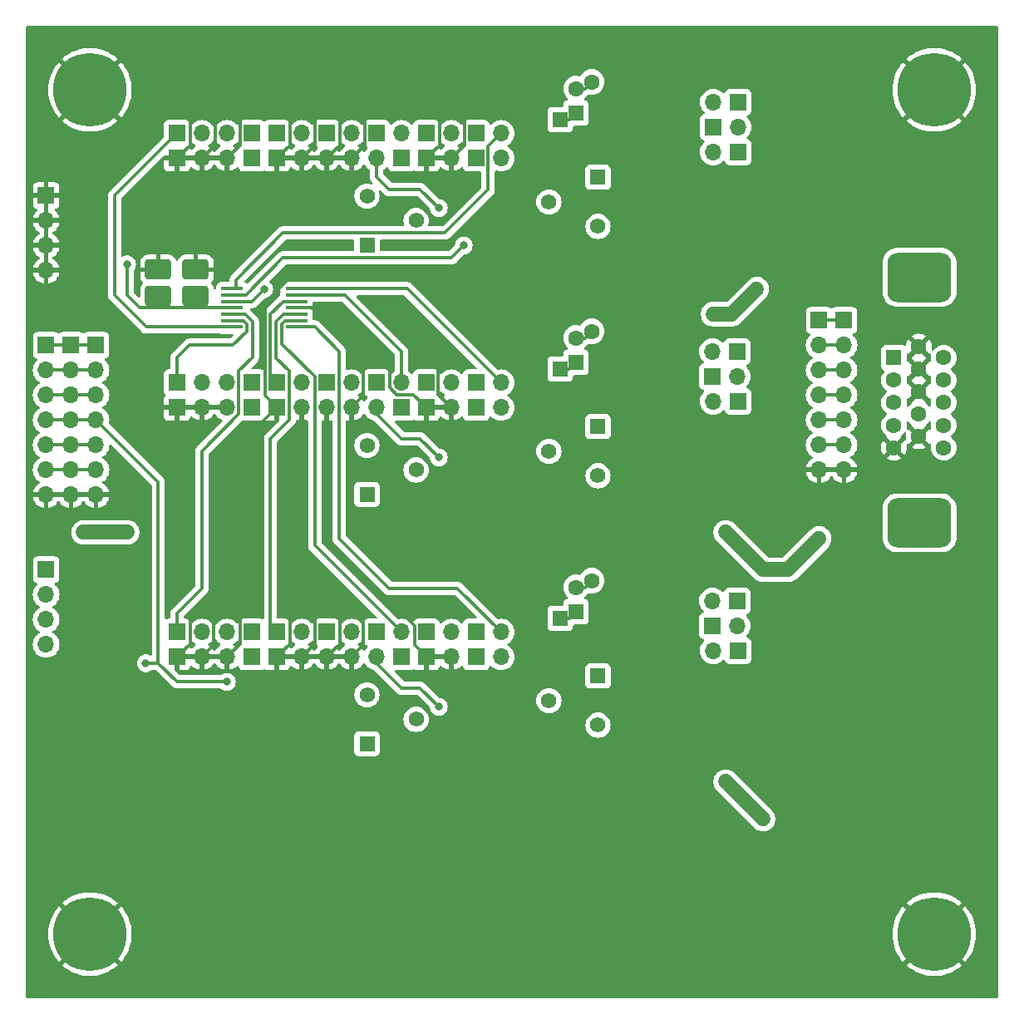
<source format=gbl>
G04 #@! TF.GenerationSoftware,KiCad,Pcbnew,8.0.3*
G04 #@! TF.CreationDate,2025-01-02T16:48:01+10:30*
G04 #@! TF.ProjectId,tt06-vga-opamp,74743036-2d76-4676-912d-6f70616d702e,rev?*
G04 #@! TF.SameCoordinates,Original*
G04 #@! TF.FileFunction,Copper,L2,Bot*
G04 #@! TF.FilePolarity,Positive*
%FSLAX46Y46*%
G04 Gerber Fmt 4.6, Leading zero omitted, Abs format (unit mm)*
G04 Created by KiCad (PCBNEW 8.0.3) date 2025-01-02 16:48:01*
%MOMM*%
%LPD*%
G01*
G04 APERTURE LIST*
G04 Aperture macros list*
%AMRoundRect*
0 Rectangle with rounded corners*
0 $1 Rounding radius*
0 $2 $3 $4 $5 $6 $7 $8 $9 X,Y pos of 4 corners*
0 Add a 4 corners polygon primitive as box body*
4,1,4,$2,$3,$4,$5,$6,$7,$8,$9,$2,$3,0*
0 Add four circle primitives for the rounded corners*
1,1,$1+$1,$2,$3*
1,1,$1+$1,$4,$5*
1,1,$1+$1,$6,$7*
1,1,$1+$1,$8,$9*
0 Add four rect primitives between the rounded corners*
20,1,$1+$1,$2,$3,$4,$5,0*
20,1,$1+$1,$4,$5,$6,$7,0*
20,1,$1+$1,$6,$7,$8,$9,0*
20,1,$1+$1,$8,$9,$2,$3,0*%
G04 Aperture macros list end*
G04 #@! TA.AperFunction,ComponentPad*
%ADD10R,1.700000X1.700000*%
G04 #@! TD*
G04 #@! TA.AperFunction,ComponentPad*
%ADD11O,1.700000X1.700000*%
G04 #@! TD*
G04 #@! TA.AperFunction,ComponentPad*
%ADD12C,7.500000*%
G04 #@! TD*
G04 #@! TA.AperFunction,SMDPad,CuDef*
%ADD13RoundRect,0.100000X-1.037500X-0.100000X1.037500X-0.100000X1.037500X0.100000X-1.037500X0.100000X0*%
G04 #@! TD*
G04 #@! TA.AperFunction,ComponentPad*
%ADD14RoundRect,1.000000X2.250000X-1.500000X2.250000X1.500000X-2.250000X1.500000X-2.250000X-1.500000X0*%
G04 #@! TD*
G04 #@! TA.AperFunction,ComponentPad*
%ADD15R,1.600000X1.600000*%
G04 #@! TD*
G04 #@! TA.AperFunction,ComponentPad*
%ADD16C,1.600000*%
G04 #@! TD*
G04 #@! TA.AperFunction,ComponentPad*
%ADD17C,1.560000*%
G04 #@! TD*
G04 #@! TA.AperFunction,ComponentPad*
%ADD18R,1.560000X1.560000*%
G04 #@! TD*
G04 #@! TA.AperFunction,SMDPad,CuDef*
%ADD19RoundRect,0.396226X0.953774X-0.653774X0.953774X0.653774X-0.953774X0.653774X-0.953774X-0.653774X0*%
G04 #@! TD*
G04 #@! TA.AperFunction,ViaPad*
%ADD20C,0.800000*%
G04 #@! TD*
G04 #@! TA.AperFunction,Conductor*
%ADD21C,0.350000*%
G04 #@! TD*
G04 #@! TA.AperFunction,Conductor*
%ADD22C,1.500000*%
G04 #@! TD*
G04 APERTURE END LIST*
D10*
X76200000Y-107950000D03*
D11*
X76200000Y-110490000D03*
X76200000Y-113030000D03*
X76200000Y-115570000D03*
D10*
X76200000Y-69850000D03*
D11*
X76200000Y-72390000D03*
X76200000Y-74930000D03*
X76200000Y-77470000D03*
D12*
X166660000Y-145070000D03*
X80660000Y-145070000D03*
X166660000Y-59070000D03*
X80660000Y-59070000D03*
D10*
X114935000Y-116840000D03*
D11*
X117475000Y-116840000D03*
D10*
X99695000Y-116840000D03*
D11*
X102235000Y-116840000D03*
X104775000Y-116840000D03*
X107315000Y-116840000D03*
D10*
X89535000Y-116840000D03*
D11*
X92075000Y-116840000D03*
X94615000Y-116840000D03*
D10*
X114935000Y-91440000D03*
D11*
X117475000Y-91440000D03*
D10*
X99695000Y-91440000D03*
D11*
X102235000Y-91440000D03*
X104775000Y-91440000D03*
X107315000Y-91440000D03*
D10*
X89535000Y-91440000D03*
D11*
X92075000Y-91440000D03*
X94615000Y-91440000D03*
D10*
X114935000Y-66040000D03*
D11*
X117475000Y-66040000D03*
D10*
X99695000Y-66040000D03*
D11*
X102235000Y-66040000D03*
X104775000Y-66040000D03*
X107315000Y-66040000D03*
D10*
X89535000Y-66040000D03*
D11*
X92075000Y-66040000D03*
X94615000Y-66040000D03*
D13*
X101687500Y-83230000D03*
X101687500Y-82580000D03*
X101687500Y-81930000D03*
X101687500Y-81280000D03*
X101687500Y-80630000D03*
X101687500Y-79980000D03*
X101687500Y-79330000D03*
X95162500Y-79330000D03*
X95162500Y-79980000D03*
X95162500Y-80630000D03*
X95162500Y-81280000D03*
X95162500Y-81930000D03*
X95162500Y-82580000D03*
X95162500Y-83230000D03*
D14*
X165170000Y-103175000D03*
X165170000Y-78175000D03*
D15*
X162560000Y-86360000D03*
D16*
X162560000Y-88650000D03*
X162560000Y-90940000D03*
X162560000Y-93230000D03*
X162560000Y-95520000D03*
X165100000Y-85215000D03*
X165100000Y-87505000D03*
X165100000Y-89795000D03*
X165100000Y-92085000D03*
X165100000Y-94375000D03*
X167640000Y-86360000D03*
X167640000Y-88650000D03*
X167640000Y-90940000D03*
X167640000Y-93230000D03*
X167640000Y-95520000D03*
D10*
X97155000Y-116840000D03*
X97155000Y-91440000D03*
X97155000Y-66040000D03*
D17*
X132415000Y-123785000D03*
X127415000Y-121285000D03*
D18*
X132415000Y-118785000D03*
D17*
X108885000Y-120690000D03*
X113885000Y-123190000D03*
D18*
X108885000Y-125690000D03*
X132415000Y-93385000D03*
D17*
X127415000Y-95885000D03*
X132415000Y-98385000D03*
X108885000Y-95290000D03*
X113885000Y-97790000D03*
D18*
X108885000Y-100290000D03*
X132415000Y-67985000D03*
D17*
X127415000Y-70485000D03*
X132415000Y-72985000D03*
D18*
X108885000Y-74890000D03*
D17*
X113885000Y-72390000D03*
X108885000Y-69890000D03*
D11*
X144150000Y-116205000D03*
D10*
X146690000Y-116205000D03*
D11*
X144065000Y-111125000D03*
D10*
X146605000Y-111125000D03*
D11*
X122555000Y-116840000D03*
D10*
X120015000Y-116840000D03*
D11*
X109855000Y-116840000D03*
D10*
X112395000Y-116840000D03*
D11*
X122555000Y-114300000D03*
D10*
X120015000Y-114300000D03*
D11*
X117475000Y-114300000D03*
D10*
X114935000Y-114300000D03*
D11*
X112395000Y-114300000D03*
D10*
X109855000Y-114300000D03*
D11*
X107315000Y-114300000D03*
D10*
X104775000Y-114300000D03*
D11*
X146610000Y-113665000D03*
D10*
X144070000Y-113665000D03*
D11*
X92075000Y-114300000D03*
D10*
X89535000Y-114300000D03*
D11*
X102235000Y-114300000D03*
D10*
X99695000Y-114300000D03*
D11*
X94615000Y-114300000D03*
D10*
X97155000Y-114300000D03*
X146685000Y-90805000D03*
D11*
X144145000Y-90805000D03*
D10*
X146605000Y-85725000D03*
D11*
X144065000Y-85725000D03*
X122555000Y-91440000D03*
D10*
X120015000Y-91440000D03*
D11*
X109855000Y-91440000D03*
D10*
X112395000Y-91440000D03*
D11*
X122555000Y-88900000D03*
D10*
X120015000Y-88900000D03*
D11*
X117475000Y-88900000D03*
D10*
X114935000Y-88900000D03*
D11*
X112395000Y-88900000D03*
D10*
X109855000Y-88900000D03*
X104775000Y-88900000D03*
D11*
X107315000Y-88900000D03*
X146610000Y-88265000D03*
D10*
X144070000Y-88265000D03*
D11*
X92075000Y-88900000D03*
D10*
X89535000Y-88900000D03*
D11*
X102235000Y-88900000D03*
D10*
X99695000Y-88900000D03*
D11*
X94615000Y-88900000D03*
D10*
X97155000Y-88900000D03*
X146685000Y-65405000D03*
D11*
X144145000Y-65405000D03*
D10*
X146685000Y-60325000D03*
D11*
X144145000Y-60325000D03*
D10*
X120015000Y-66040000D03*
D11*
X122555000Y-66040000D03*
X109855000Y-66040000D03*
D10*
X112395000Y-66040000D03*
D11*
X122555000Y-63500000D03*
D10*
X120015000Y-63500000D03*
D11*
X117475000Y-63500000D03*
D10*
X114935000Y-63500000D03*
D11*
X112395000Y-63500000D03*
D10*
X109855000Y-63500000D03*
D11*
X107315000Y-63500000D03*
D10*
X104775000Y-63500000D03*
D11*
X146685000Y-62865000D03*
D10*
X144145000Y-62865000D03*
X89535000Y-63500000D03*
D11*
X92075000Y-63500000D03*
X102235000Y-63500000D03*
D10*
X99695000Y-63500000D03*
D11*
X94615000Y-63500000D03*
D10*
X97155000Y-63500000D03*
X157480000Y-82550000D03*
D11*
X157480000Y-85090000D03*
X157480000Y-87630000D03*
X157480000Y-90170000D03*
X157480000Y-92710000D03*
X157480000Y-95250000D03*
X157480000Y-97790000D03*
D10*
X154940000Y-82550000D03*
D11*
X154940000Y-85090000D03*
X154940000Y-87630000D03*
X154940000Y-90170000D03*
X154940000Y-92710000D03*
X154940000Y-95250000D03*
X154940000Y-97790000D03*
D10*
X81280000Y-85090000D03*
D11*
X81280000Y-87630000D03*
X81280000Y-90170000D03*
X81280000Y-92710000D03*
X81280000Y-95250000D03*
X81280000Y-97790000D03*
X81280000Y-100330000D03*
D10*
X78740000Y-85090000D03*
D11*
X78740000Y-87630000D03*
X78740000Y-90170000D03*
X78740000Y-92710000D03*
X78740000Y-95250000D03*
X78740000Y-97790000D03*
X78740000Y-100330000D03*
D10*
X76200000Y-85090000D03*
D11*
X76200000Y-87630000D03*
X76200000Y-90170000D03*
X76200000Y-92710000D03*
X76200000Y-95250000D03*
X76200000Y-97790000D03*
X76200000Y-100330000D03*
D16*
X131775000Y-109071740D03*
X130175000Y-109742677D03*
D15*
X130175000Y-112242677D03*
X128575000Y-112913614D03*
D16*
X131775000Y-83671740D03*
X130175000Y-84342677D03*
D15*
X130175000Y-86842677D03*
X128575000Y-87513614D03*
D16*
X131775000Y-58271740D03*
X130175000Y-58942677D03*
D15*
X130175000Y-61442677D03*
X128575000Y-62113614D03*
D19*
X87630000Y-80090000D03*
X87630000Y-77390000D03*
X91440000Y-77390000D03*
X91440000Y-80090000D03*
D20*
X86360000Y-117475000D03*
X85725000Y-106045000D03*
X89535000Y-100965000D03*
X83820000Y-64770000D03*
X84455000Y-104140000D03*
X80010000Y-104140000D03*
X154940000Y-104775000D03*
X149225000Y-107950000D03*
X145415000Y-104140000D03*
X144145000Y-81915000D03*
X148590000Y-79375000D03*
X145415000Y-129540000D03*
X149225000Y-133350000D03*
X103505000Y-74930000D03*
X79375000Y-130175000D03*
X107950000Y-102870000D03*
X101600000Y-101600000D03*
X104775000Y-101600000D03*
X96520000Y-136525000D03*
X93980000Y-132080000D03*
X111125000Y-81280000D03*
X116205000Y-80010000D03*
X104775000Y-81280000D03*
X144145000Y-67945000D03*
X144145000Y-93345000D03*
X144145000Y-118745000D03*
X156210000Y-109220000D03*
X94615000Y-119380000D03*
X116205000Y-121920000D03*
X116205000Y-96520000D03*
X84455000Y-76835000D03*
X98425000Y-79375000D03*
X118745000Y-74930000D03*
X116205000Y-71120000D03*
D21*
X86360000Y-117475000D02*
X87630000Y-117475000D01*
D22*
X80010000Y-104140000D02*
X84455000Y-104140000D01*
D21*
X154940000Y-97790000D02*
X157480000Y-97790000D01*
X154940000Y-95250000D02*
X157480000Y-95250000D01*
X154940000Y-92710000D02*
X157480000Y-92710000D01*
X154940000Y-90170000D02*
X157480000Y-90170000D01*
X154940000Y-87630000D02*
X157480000Y-87630000D01*
X154940000Y-82550000D02*
X157480000Y-82550000D01*
X154940000Y-85090000D02*
X157480000Y-85090000D01*
X129504063Y-112913614D02*
X130175000Y-112242677D01*
X128575000Y-112913614D02*
X129504063Y-112913614D01*
X131104063Y-109742677D02*
X131775000Y-109071740D01*
X130175000Y-109742677D02*
X131104063Y-109742677D01*
X128575000Y-87513614D02*
X129504063Y-87513614D01*
X129504063Y-87513614D02*
X130175000Y-86842677D01*
X130175000Y-84342677D02*
X131104063Y-84342677D01*
X131104063Y-84342677D02*
X131775000Y-83671740D01*
X129504063Y-62113614D02*
X130175000Y-61442677D01*
X128575000Y-62113614D02*
X129504063Y-62113614D01*
X131104063Y-58942677D02*
X131775000Y-58271740D01*
X130175000Y-58942677D02*
X131104063Y-58942677D01*
X101100478Y-78105000D02*
X114300000Y-78105000D01*
X114300000Y-78105000D02*
X116205000Y-80010000D01*
X98470000Y-80735478D02*
X101100478Y-78105000D01*
X98470000Y-90215000D02*
X98470000Y-80735478D01*
X99695000Y-91440000D02*
X98470000Y-90215000D01*
X83185000Y-80010000D02*
X86405000Y-83230000D01*
X83185000Y-69850000D02*
X83185000Y-80010000D01*
X89535000Y-63500000D02*
X83185000Y-69850000D01*
X86405000Y-83230000D02*
X95562500Y-83230000D01*
X90850000Y-112985000D02*
X92075000Y-111760000D01*
X90850000Y-115525000D02*
X90850000Y-112985000D01*
X89535000Y-116840000D02*
X90850000Y-115525000D01*
X108540000Y-112350000D02*
X108540000Y-115615000D01*
X107315000Y-111125000D02*
X108540000Y-112350000D01*
X106090000Y-112350000D02*
X107315000Y-111125000D01*
X108540000Y-115615000D02*
X107315000Y-116840000D01*
X106090000Y-115525000D02*
X106090000Y-112350000D01*
X104775000Y-116840000D02*
X106090000Y-115525000D01*
X103550000Y-115525000D02*
X102235000Y-116840000D01*
X104775000Y-110490000D02*
X103550000Y-111715000D01*
X103550000Y-111715000D02*
X103550000Y-115525000D01*
X102235000Y-110490000D02*
X101010000Y-111715000D01*
X101010000Y-111715000D02*
X101010000Y-115525000D01*
X101010000Y-115525000D02*
X99695000Y-116840000D01*
X97155000Y-110490000D02*
X95930000Y-111715000D01*
X95930000Y-111715000D02*
X95930000Y-115525000D01*
X95930000Y-115525000D02*
X94615000Y-116840000D01*
X118790000Y-60915000D02*
X118790000Y-64725000D01*
X118790000Y-64725000D02*
X117475000Y-66040000D01*
X120015000Y-59690000D02*
X118790000Y-60915000D01*
X108630000Y-60915000D02*
X108630000Y-64725000D01*
X109855000Y-59690000D02*
X108630000Y-60915000D01*
X108630000Y-64725000D02*
X107315000Y-66040000D01*
X116250000Y-60915000D02*
X116250000Y-64725000D01*
X117475000Y-59690000D02*
X116250000Y-60915000D01*
X116250000Y-64725000D02*
X114935000Y-66040000D01*
X106090000Y-64725000D02*
X104775000Y-66040000D01*
X106090000Y-60915000D02*
X106090000Y-64725000D01*
X107315000Y-59690000D02*
X106090000Y-60915000D01*
X103550000Y-60915000D02*
X103550000Y-64725000D01*
X104775000Y-59690000D02*
X103550000Y-60915000D01*
X103550000Y-64725000D02*
X102235000Y-66040000D01*
X102235000Y-59690000D02*
X101010000Y-60915000D01*
X101010000Y-60915000D02*
X101010000Y-64725000D01*
X101010000Y-64725000D02*
X99695000Y-66040000D01*
X95930000Y-64725000D02*
X94615000Y-66040000D01*
X97155000Y-59690000D02*
X95930000Y-60915000D01*
X95930000Y-60915000D02*
X95930000Y-64725000D01*
X93390000Y-64725000D02*
X92075000Y-66040000D01*
X94615000Y-59690000D02*
X93390000Y-60915000D01*
X93390000Y-60915000D02*
X93390000Y-64725000D01*
X76200000Y-97790000D02*
X81280000Y-97790000D01*
X76200000Y-95250000D02*
X81280000Y-95250000D01*
X76200000Y-92710000D02*
X81280000Y-92710000D01*
X76200000Y-90170000D02*
X81280000Y-90170000D01*
X76200000Y-87630000D02*
X81280000Y-87630000D01*
X76200000Y-85090000D02*
X81280000Y-85090000D01*
X101100478Y-78105000D02*
X101100478Y-78105000D01*
X99060000Y-88265000D02*
X99695000Y-88900000D01*
X99060000Y-81915000D02*
X99060000Y-88265000D01*
X100345000Y-80630000D02*
X99060000Y-81915000D01*
X101287500Y-80630000D02*
X100345000Y-80630000D01*
X96550000Y-79980000D02*
X95562500Y-79980000D01*
X100330000Y-76200000D02*
X96550000Y-79980000D01*
X117475000Y-76200000D02*
X100330000Y-76200000D01*
X118745000Y-74930000D02*
X117475000Y-76200000D01*
X100330000Y-73660000D02*
X95562500Y-78427500D01*
X95562500Y-78427500D02*
X95562500Y-79330000D01*
X116840000Y-73660000D02*
X100330000Y-73660000D01*
X121240000Y-69260000D02*
X116840000Y-73660000D01*
X122555000Y-63500000D02*
X121240000Y-64815000D01*
X121240000Y-64815000D02*
X121240000Y-69260000D01*
X89535000Y-112395000D02*
X89535000Y-114300000D01*
X92075000Y-109855000D02*
X89535000Y-112395000D01*
X92075000Y-95885000D02*
X92075000Y-109855000D01*
X95840000Y-92120000D02*
X92075000Y-95885000D01*
X95840000Y-87675000D02*
X95840000Y-92120000D01*
X97225000Y-86290000D02*
X95840000Y-87675000D01*
X97225000Y-82702660D02*
X97225000Y-86290000D01*
X95562500Y-81930000D02*
X96452340Y-81930000D01*
X96452340Y-81930000D02*
X97225000Y-82702660D01*
X93300000Y-115615000D02*
X92075000Y-116840000D01*
X93300000Y-97835000D02*
X93300000Y-115615000D01*
X99695000Y-91440000D02*
X93300000Y-97835000D01*
X89535000Y-119380000D02*
X94615000Y-119380000D01*
X87630000Y-117475000D02*
X89535000Y-119380000D01*
X87630000Y-99060000D02*
X87630000Y-117475000D01*
X81280000Y-92710000D02*
X87630000Y-99060000D01*
X109855000Y-117475000D02*
X109855000Y-116840000D01*
X112395000Y-120015000D02*
X109855000Y-117475000D01*
X114300000Y-120015000D02*
X112395000Y-120015000D01*
X116205000Y-121920000D02*
X114300000Y-120015000D01*
X114300000Y-94615000D02*
X112395000Y-94615000D01*
X116205000Y-96520000D02*
X114300000Y-94615000D01*
X112395000Y-94615000D02*
X109855000Y-92075000D01*
X109855000Y-92075000D02*
X109855000Y-91440000D01*
X116160000Y-86315000D02*
X116160000Y-90125000D01*
X111125000Y-81280000D02*
X116160000Y-86315000D01*
X116160000Y-90125000D02*
X117475000Y-91440000D01*
D22*
X151765000Y-107950000D02*
X154940000Y-104775000D01*
X149225000Y-107950000D02*
X151765000Y-107950000D01*
X145415000Y-104140000D02*
X149225000Y-107950000D01*
X146050000Y-81915000D02*
X148590000Y-79375000D01*
X144145000Y-81915000D02*
X146050000Y-81915000D01*
X145415000Y-129540000D02*
X149225000Y-133350000D01*
D21*
X113710000Y-113710000D02*
X104775000Y-104775000D01*
X113710000Y-115615000D02*
X113710000Y-113710000D01*
X114935000Y-116840000D02*
X113710000Y-115615000D01*
X104775000Y-104775000D02*
X104775000Y-101600000D01*
X108540000Y-85045000D02*
X104775000Y-81280000D01*
X108540000Y-90215000D02*
X108540000Y-85045000D01*
X107315000Y-91440000D02*
X108540000Y-90215000D01*
X111170000Y-89407412D02*
X111170000Y-87675000D01*
X113620000Y-90125000D02*
X111887588Y-90125000D01*
X111887588Y-90125000D02*
X111170000Y-89407412D01*
X111170000Y-87675000D02*
X104775000Y-81280000D01*
X114935000Y-91440000D02*
X113620000Y-90125000D01*
X104775000Y-91440000D02*
X104775000Y-101600000D01*
X100525478Y-82580000D02*
X101287500Y-82580000D01*
X103550000Y-88310000D02*
X100175000Y-84935000D01*
X103550000Y-105455000D02*
X103550000Y-88310000D01*
X112395000Y-114300000D02*
X103550000Y-105455000D01*
X100175000Y-84935000D02*
X100175000Y-82930478D01*
X100175000Y-82930478D02*
X100525478Y-82580000D01*
X104775000Y-81280000D02*
X101287500Y-81280000D01*
X100965000Y-92710000D02*
X99060000Y-94615000D01*
X99625000Y-86380000D02*
X100965000Y-87720000D01*
X100965000Y-87720000D02*
X100965000Y-92710000D01*
X99625000Y-82702660D02*
X99625000Y-86380000D01*
X99060000Y-113665000D02*
X99695000Y-114300000D01*
X101287500Y-81930000D02*
X100397660Y-81930000D01*
X100397660Y-81930000D02*
X99625000Y-82702660D01*
X99060000Y-94615000D02*
X99060000Y-113665000D01*
X118110000Y-109855000D02*
X122555000Y-114300000D01*
X106045000Y-104775000D02*
X111125000Y-109855000D01*
X106045000Y-85725000D02*
X106045000Y-104775000D01*
X103550000Y-83230000D02*
X106045000Y-85725000D01*
X101287500Y-83230000D02*
X103550000Y-83230000D01*
X111125000Y-109855000D02*
X118110000Y-109855000D01*
X89535000Y-86360000D02*
X89535000Y-88900000D01*
X95250000Y-85090000D02*
X90805000Y-85090000D01*
X96675000Y-83665000D02*
X95250000Y-85090000D01*
X90805000Y-85090000D02*
X89535000Y-86360000D01*
X96675000Y-82930478D02*
X96675000Y-83665000D01*
X96324522Y-82580000D02*
X96675000Y-82930478D01*
X95562500Y-82580000D02*
X96324522Y-82580000D01*
X112395000Y-85725000D02*
X112395000Y-88900000D01*
X106680000Y-80010000D02*
X112395000Y-85725000D01*
X102879522Y-80010000D02*
X106680000Y-80010000D01*
X102849522Y-79980000D02*
X102879522Y-80010000D01*
X101287500Y-79980000D02*
X102849522Y-79980000D01*
X112985000Y-79330000D02*
X122555000Y-88900000D01*
X101287500Y-79330000D02*
X112985000Y-79330000D01*
X88820000Y-81280000D02*
X87630000Y-80090000D01*
X95562500Y-81280000D02*
X88820000Y-81280000D01*
X92630000Y-81280000D02*
X91440000Y-80090000D01*
X95562500Y-81280000D02*
X92630000Y-81280000D01*
X84455000Y-80010000D02*
X85725000Y-81280000D01*
X85725000Y-81280000D02*
X95562500Y-81280000D01*
X84455000Y-76835000D02*
X84455000Y-80010000D01*
X97170000Y-80630000D02*
X95562500Y-80630000D01*
X98425000Y-79375000D02*
X97170000Y-80630000D01*
X109855000Y-67945000D02*
X109855000Y-66040000D01*
X111125000Y-69215000D02*
X109855000Y-67945000D01*
X114300000Y-69215000D02*
X111125000Y-69215000D01*
X116205000Y-71120000D02*
X114300000Y-69215000D01*
X90850000Y-60915000D02*
X90850000Y-64725000D01*
X92075000Y-59690000D02*
X90850000Y-60915000D01*
X90850000Y-64725000D02*
X89535000Y-66040000D01*
G04 #@! TA.AperFunction,Conductor*
G36*
X91609075Y-116647007D02*
G01*
X91575000Y-116774174D01*
X91575000Y-116905826D01*
X91609075Y-117032993D01*
X91641988Y-117090000D01*
X89968012Y-117090000D01*
X90000925Y-117032993D01*
X90035000Y-116905826D01*
X90035000Y-116774174D01*
X90000925Y-116647007D01*
X89968012Y-116590000D01*
X91641988Y-116590000D01*
X91609075Y-116647007D01*
G37*
G04 #@! TD.AperFunction*
G04 #@! TA.AperFunction,Conductor*
G36*
X94149075Y-116647007D02*
G01*
X94115000Y-116774174D01*
X94115000Y-116905826D01*
X94149075Y-117032993D01*
X94181988Y-117090000D01*
X92508012Y-117090000D01*
X92540925Y-117032993D01*
X92575000Y-116905826D01*
X92575000Y-116774174D01*
X92540925Y-116647007D01*
X92508012Y-116590000D01*
X94181988Y-116590000D01*
X94149075Y-116647007D01*
G37*
G04 #@! TD.AperFunction*
G04 #@! TA.AperFunction,Conductor*
G36*
X101769075Y-116647007D02*
G01*
X101735000Y-116774174D01*
X101735000Y-116905826D01*
X101769075Y-117032993D01*
X101801988Y-117090000D01*
X100128012Y-117090000D01*
X100160925Y-117032993D01*
X100195000Y-116905826D01*
X100195000Y-116774174D01*
X100160925Y-116647007D01*
X100128012Y-116590000D01*
X101801988Y-116590000D01*
X101769075Y-116647007D01*
G37*
G04 #@! TD.AperFunction*
G04 #@! TA.AperFunction,Conductor*
G36*
X104309075Y-116647007D02*
G01*
X104275000Y-116774174D01*
X104275000Y-116905826D01*
X104309075Y-117032993D01*
X104341988Y-117090000D01*
X102668012Y-117090000D01*
X102700925Y-117032993D01*
X102735000Y-116905826D01*
X102735000Y-116774174D01*
X102700925Y-116647007D01*
X102668012Y-116590000D01*
X104341988Y-116590000D01*
X104309075Y-116647007D01*
G37*
G04 #@! TD.AperFunction*
G04 #@! TA.AperFunction,Conductor*
G36*
X106849075Y-116647007D02*
G01*
X106815000Y-116774174D01*
X106815000Y-116905826D01*
X106849075Y-117032993D01*
X106881988Y-117090000D01*
X105208012Y-117090000D01*
X105240925Y-117032993D01*
X105275000Y-116905826D01*
X105275000Y-116774174D01*
X105240925Y-116647007D01*
X105208012Y-116590000D01*
X106881988Y-116590000D01*
X106849075Y-116647007D01*
G37*
G04 #@! TD.AperFunction*
G04 #@! TA.AperFunction,Conductor*
G36*
X117009075Y-116647007D02*
G01*
X116975000Y-116774174D01*
X116975000Y-116905826D01*
X117009075Y-117032993D01*
X117041988Y-117090000D01*
X115368012Y-117090000D01*
X115400925Y-117032993D01*
X115435000Y-116905826D01*
X115435000Y-116774174D01*
X115400925Y-116647007D01*
X115368012Y-116590000D01*
X117041988Y-116590000D01*
X117009075Y-116647007D01*
G37*
G04 #@! TD.AperFunction*
G04 #@! TA.AperFunction,Conductor*
G36*
X93429855Y-114966546D02*
G01*
X93446575Y-114985842D01*
X93576501Y-115171396D01*
X93576506Y-115171402D01*
X93743597Y-115338493D01*
X93743603Y-115338498D01*
X93929594Y-115468730D01*
X93973219Y-115523307D01*
X93980413Y-115592805D01*
X93948890Y-115655160D01*
X93929595Y-115671880D01*
X93743922Y-115801890D01*
X93743920Y-115801891D01*
X93576891Y-115968920D01*
X93576890Y-115968922D01*
X93446575Y-116155031D01*
X93391998Y-116198655D01*
X93322499Y-116205848D01*
X93260145Y-116174326D01*
X93243425Y-116155031D01*
X93113109Y-115968922D01*
X93113108Y-115968920D01*
X92946078Y-115801890D01*
X92760405Y-115671879D01*
X92716780Y-115617302D01*
X92709588Y-115547804D01*
X92741110Y-115485449D01*
X92760406Y-115468730D01*
X92760842Y-115468425D01*
X92946401Y-115338495D01*
X93113495Y-115171401D01*
X93243425Y-114985842D01*
X93298002Y-114942217D01*
X93367500Y-114935023D01*
X93429855Y-114966546D01*
G37*
G04 #@! TD.AperFunction*
G04 #@! TA.AperFunction,Conductor*
G36*
X103359340Y-115188068D02*
G01*
X103415274Y-115229939D01*
X103432189Y-115260917D01*
X103481202Y-115392328D01*
X103481206Y-115392335D01*
X103567452Y-115507544D01*
X103567455Y-115507547D01*
X103682664Y-115593793D01*
X103682671Y-115593797D01*
X103682674Y-115593798D01*
X103814598Y-115643002D01*
X103870531Y-115684873D01*
X103894949Y-115750337D01*
X103880098Y-115818610D01*
X103858947Y-115846865D01*
X103736888Y-115968924D01*
X103606575Y-116155031D01*
X103551998Y-116198655D01*
X103482499Y-116205848D01*
X103420145Y-116174326D01*
X103403425Y-116155031D01*
X103273109Y-115968922D01*
X103273108Y-115968920D01*
X103106078Y-115801890D01*
X102920405Y-115671879D01*
X102876780Y-115617302D01*
X102869588Y-115547804D01*
X102901110Y-115485449D01*
X102920406Y-115468730D01*
X102920842Y-115468425D01*
X103106401Y-115338495D01*
X103228329Y-115216566D01*
X103289648Y-115183084D01*
X103359340Y-115188068D01*
G37*
G04 #@! TD.AperFunction*
G04 #@! TA.AperFunction,Conductor*
G36*
X106293418Y-115195417D02*
G01*
X106321673Y-115216569D01*
X106443597Y-115338493D01*
X106443603Y-115338498D01*
X106629594Y-115468730D01*
X106673219Y-115523307D01*
X106680413Y-115592805D01*
X106648890Y-115655160D01*
X106629595Y-115671880D01*
X106443922Y-115801890D01*
X106443920Y-115801891D01*
X106276891Y-115968920D01*
X106276890Y-115968922D01*
X106146575Y-116155031D01*
X106091998Y-116198655D01*
X106022499Y-116205848D01*
X105960145Y-116174326D01*
X105943425Y-116155031D01*
X105813109Y-115968922D01*
X105813108Y-115968920D01*
X105691053Y-115846865D01*
X105657568Y-115785542D01*
X105662552Y-115715850D01*
X105704424Y-115659917D01*
X105735400Y-115643002D01*
X105867331Y-115593796D01*
X105982546Y-115507546D01*
X106068796Y-115392331D01*
X106117810Y-115260916D01*
X106159681Y-115204984D01*
X106225145Y-115180566D01*
X106293418Y-115195417D01*
G37*
G04 #@! TD.AperFunction*
G04 #@! TA.AperFunction,Conductor*
G36*
X108439340Y-115188068D02*
G01*
X108495274Y-115229939D01*
X108512189Y-115260917D01*
X108561202Y-115392328D01*
X108561206Y-115392335D01*
X108647452Y-115507544D01*
X108647455Y-115507547D01*
X108762664Y-115593793D01*
X108762671Y-115593797D01*
X108894081Y-115642810D01*
X108950015Y-115684681D01*
X108974432Y-115750145D01*
X108959580Y-115818418D01*
X108938430Y-115846673D01*
X108816505Y-115968598D01*
X108686269Y-116154595D01*
X108631692Y-116198219D01*
X108562193Y-116205412D01*
X108499839Y-116173890D01*
X108483119Y-116154594D01*
X108353113Y-115968926D01*
X108353108Y-115968920D01*
X108186078Y-115801890D01*
X108000405Y-115671879D01*
X107956780Y-115617302D01*
X107949588Y-115547804D01*
X107981110Y-115485449D01*
X108000406Y-115468730D01*
X108000842Y-115468425D01*
X108186401Y-115338495D01*
X108308329Y-115216566D01*
X108369648Y-115183084D01*
X108439340Y-115188068D01*
G37*
G04 #@! TD.AperFunction*
G04 #@! TA.AperFunction,Conductor*
G36*
X95739340Y-115188068D02*
G01*
X95795274Y-115229939D01*
X95812189Y-115260917D01*
X95861202Y-115392328D01*
X95861203Y-115392330D01*
X95938578Y-115495689D01*
X95962995Y-115561153D01*
X95948144Y-115629426D01*
X95938578Y-115644311D01*
X95861203Y-115747669D01*
X95861202Y-115747671D01*
X95811997Y-115879598D01*
X95770126Y-115935532D01*
X95704661Y-115959949D01*
X95636388Y-115945097D01*
X95608134Y-115923946D01*
X95486078Y-115801890D01*
X95300405Y-115671879D01*
X95256780Y-115617302D01*
X95249588Y-115547804D01*
X95281110Y-115485449D01*
X95300406Y-115468730D01*
X95300842Y-115468425D01*
X95486401Y-115338495D01*
X95608329Y-115216566D01*
X95669648Y-115183084D01*
X95739340Y-115188068D01*
G37*
G04 #@! TD.AperFunction*
G04 #@! TA.AperFunction,Conductor*
G36*
X91053418Y-115195417D02*
G01*
X91081673Y-115216569D01*
X91203597Y-115338493D01*
X91203603Y-115338498D01*
X91389594Y-115468730D01*
X91433219Y-115523307D01*
X91440413Y-115592805D01*
X91408890Y-115655160D01*
X91389595Y-115671880D01*
X91203924Y-115801888D01*
X91081477Y-115924335D01*
X91020154Y-115957819D01*
X90950462Y-115952835D01*
X90894529Y-115910963D01*
X90877614Y-115879986D01*
X90828354Y-115747913D01*
X90828352Y-115747910D01*
X90751110Y-115644729D01*
X90726692Y-115579265D01*
X90741543Y-115510992D01*
X90751105Y-115496111D01*
X90828796Y-115392331D01*
X90877810Y-115260916D01*
X90919681Y-115204984D01*
X90985145Y-115180566D01*
X91053418Y-115195417D01*
G37*
G04 #@! TD.AperFunction*
G04 #@! TA.AperFunction,Conductor*
G36*
X101213418Y-115195417D02*
G01*
X101241673Y-115216569D01*
X101363597Y-115338493D01*
X101363603Y-115338498D01*
X101549594Y-115468730D01*
X101593219Y-115523307D01*
X101600413Y-115592805D01*
X101568890Y-115655160D01*
X101549595Y-115671880D01*
X101363924Y-115801888D01*
X101241477Y-115924335D01*
X101180154Y-115957819D01*
X101110462Y-115952835D01*
X101054529Y-115910963D01*
X101037614Y-115879986D01*
X100988354Y-115747913D01*
X100988352Y-115747910D01*
X100911110Y-115644729D01*
X100886692Y-115579265D01*
X100901543Y-115510992D01*
X100911105Y-115496111D01*
X100988796Y-115392331D01*
X101037810Y-115260916D01*
X101079681Y-115204984D01*
X101145145Y-115180566D01*
X101213418Y-115195417D01*
G37*
G04 #@! TD.AperFunction*
G04 #@! TA.AperFunction,Conductor*
G36*
X99945000Y-92723336D02*
G01*
X99925315Y-92790375D01*
X99908681Y-92811017D01*
X98535307Y-94184390D01*
X98535304Y-94184394D01*
X98461383Y-94295024D01*
X98461378Y-94295034D01*
X98410459Y-94417963D01*
X98410457Y-94417971D01*
X98398800Y-94476576D01*
X98387086Y-94535468D01*
X98384500Y-94548469D01*
X98384500Y-94548470D01*
X98384500Y-112878771D01*
X98364815Y-112945810D01*
X98312011Y-112991565D01*
X98242853Y-113001509D01*
X98217167Y-112994953D01*
X98112482Y-112955908D01*
X98112483Y-112955908D01*
X98052883Y-112949501D01*
X98052881Y-112949500D01*
X98052873Y-112949500D01*
X98052864Y-112949500D01*
X96257129Y-112949500D01*
X96257123Y-112949501D01*
X96197516Y-112955908D01*
X96062671Y-113006202D01*
X96062664Y-113006206D01*
X95947455Y-113092452D01*
X95947452Y-113092455D01*
X95861206Y-113207664D01*
X95861203Y-113207669D01*
X95812189Y-113339083D01*
X95770317Y-113395016D01*
X95704853Y-113419433D01*
X95636580Y-113404581D01*
X95608326Y-113383430D01*
X95486402Y-113261506D01*
X95486395Y-113261501D01*
X95292834Y-113125967D01*
X95292830Y-113125965D01*
X95283855Y-113121780D01*
X95078663Y-113026097D01*
X95078659Y-113026096D01*
X95078655Y-113026094D01*
X94850413Y-112964938D01*
X94850403Y-112964936D01*
X94615001Y-112944341D01*
X94614999Y-112944341D01*
X94379596Y-112964936D01*
X94379586Y-112964938D01*
X94151344Y-113026094D01*
X94151335Y-113026098D01*
X93937171Y-113125964D01*
X93937169Y-113125965D01*
X93743597Y-113261505D01*
X93576505Y-113428597D01*
X93446575Y-113614158D01*
X93391998Y-113657783D01*
X93322500Y-113664977D01*
X93260145Y-113633454D01*
X93243425Y-113614158D01*
X93113494Y-113428597D01*
X92946402Y-113261506D01*
X92946395Y-113261501D01*
X92752834Y-113125967D01*
X92752830Y-113125965D01*
X92743855Y-113121780D01*
X92538663Y-113026097D01*
X92538659Y-113026096D01*
X92538655Y-113026094D01*
X92310413Y-112964938D01*
X92310403Y-112964936D01*
X92075001Y-112944341D01*
X92074999Y-112944341D01*
X91839596Y-112964936D01*
X91839586Y-112964938D01*
X91611344Y-113026094D01*
X91611335Y-113026098D01*
X91397171Y-113125964D01*
X91397169Y-113125965D01*
X91203600Y-113261503D01*
X91081673Y-113383430D01*
X91020350Y-113416914D01*
X90950658Y-113411930D01*
X90894725Y-113370058D01*
X90877810Y-113339081D01*
X90828797Y-113207671D01*
X90828793Y-113207664D01*
X90742547Y-113092455D01*
X90742544Y-113092452D01*
X90627335Y-113006206D01*
X90627328Y-113006202D01*
X90492482Y-112955908D01*
X90492483Y-112955908D01*
X90432883Y-112949501D01*
X90432881Y-112949500D01*
X90432873Y-112949500D01*
X90432865Y-112949500D01*
X90334500Y-112949500D01*
X90267461Y-112929815D01*
X90221706Y-112877011D01*
X90210500Y-112825500D01*
X90210500Y-112726163D01*
X90230185Y-112659124D01*
X90246819Y-112638482D01*
X92599692Y-110285609D01*
X92599695Y-110285606D01*
X92673620Y-110174969D01*
X92724540Y-110052036D01*
X92750500Y-109921531D01*
X92750500Y-96216162D01*
X92770185Y-96149123D01*
X92786814Y-96128486D01*
X96095697Y-92819602D01*
X96157018Y-92786119D01*
X96196631Y-92783996D01*
X96211174Y-92785559D01*
X96257127Y-92790500D01*
X98052872Y-92790499D01*
X98112483Y-92784091D01*
X98247331Y-92733796D01*
X98351106Y-92656109D01*
X98416570Y-92631692D01*
X98484843Y-92646543D01*
X98499729Y-92656110D01*
X98602910Y-92733352D01*
X98602913Y-92733354D01*
X98737620Y-92783596D01*
X98737627Y-92783598D01*
X98797155Y-92789999D01*
X98797172Y-92790000D01*
X99445000Y-92790000D01*
X99445000Y-91873012D01*
X99502007Y-91905925D01*
X99629174Y-91940000D01*
X99760826Y-91940000D01*
X99887993Y-91905925D01*
X99945000Y-91873012D01*
X99945000Y-92723336D01*
G37*
G04 #@! TD.AperFunction*
G04 #@! TA.AperFunction,Conductor*
G36*
X102485000Y-92770633D02*
G01*
X102698483Y-92713433D01*
X102703572Y-92711581D01*
X102703987Y-92712722D01*
X102767162Y-92703122D01*
X102830948Y-92731636D01*
X102869193Y-92790109D01*
X102874500Y-92825997D01*
X102874500Y-105521535D01*
X102900457Y-105652028D01*
X102900459Y-105652036D01*
X102951378Y-105774965D01*
X102951383Y-105774975D01*
X103025304Y-105885605D01*
X103025307Y-105885609D01*
X109877518Y-112737819D01*
X109911003Y-112799142D01*
X109906019Y-112868834D01*
X109864147Y-112924767D01*
X109798683Y-112949184D01*
X109789837Y-112949500D01*
X108957129Y-112949500D01*
X108957123Y-112949501D01*
X108897516Y-112955908D01*
X108762671Y-113006202D01*
X108762664Y-113006206D01*
X108647455Y-113092452D01*
X108647452Y-113092455D01*
X108561206Y-113207664D01*
X108561203Y-113207669D01*
X108512189Y-113339083D01*
X108470317Y-113395016D01*
X108404853Y-113419433D01*
X108336580Y-113404581D01*
X108308326Y-113383430D01*
X108186402Y-113261506D01*
X108186395Y-113261501D01*
X107992834Y-113125967D01*
X107992830Y-113125965D01*
X107983855Y-113121780D01*
X107778663Y-113026097D01*
X107778659Y-113026096D01*
X107778655Y-113026094D01*
X107550413Y-112964938D01*
X107550403Y-112964936D01*
X107315001Y-112944341D01*
X107314999Y-112944341D01*
X107079596Y-112964936D01*
X107079586Y-112964938D01*
X106851344Y-113026094D01*
X106851335Y-113026098D01*
X106637171Y-113125964D01*
X106637169Y-113125965D01*
X106443600Y-113261503D01*
X106321673Y-113383430D01*
X106260350Y-113416914D01*
X106190658Y-113411930D01*
X106134725Y-113370058D01*
X106117810Y-113339081D01*
X106068797Y-113207671D01*
X106068793Y-113207664D01*
X105982547Y-113092455D01*
X105982544Y-113092452D01*
X105867335Y-113006206D01*
X105867328Y-113006202D01*
X105732482Y-112955908D01*
X105732483Y-112955908D01*
X105672883Y-112949501D01*
X105672881Y-112949500D01*
X105672873Y-112949500D01*
X105672864Y-112949500D01*
X103877129Y-112949500D01*
X103877123Y-112949501D01*
X103817516Y-112955908D01*
X103682671Y-113006202D01*
X103682664Y-113006206D01*
X103567455Y-113092452D01*
X103567452Y-113092455D01*
X103481206Y-113207664D01*
X103481203Y-113207669D01*
X103432189Y-113339083D01*
X103390317Y-113395016D01*
X103324853Y-113419433D01*
X103256580Y-113404581D01*
X103228326Y-113383430D01*
X103106402Y-113261506D01*
X103106395Y-113261501D01*
X102912834Y-113125967D01*
X102912830Y-113125965D01*
X102903855Y-113121780D01*
X102698663Y-113026097D01*
X102698659Y-113026096D01*
X102698655Y-113026094D01*
X102470413Y-112964938D01*
X102470403Y-112964936D01*
X102235001Y-112944341D01*
X102234999Y-112944341D01*
X101999596Y-112964936D01*
X101999586Y-112964938D01*
X101771344Y-113026094D01*
X101771335Y-113026098D01*
X101557171Y-113125964D01*
X101557169Y-113125965D01*
X101363600Y-113261503D01*
X101241673Y-113383430D01*
X101180350Y-113416914D01*
X101110658Y-113411930D01*
X101054725Y-113370058D01*
X101037810Y-113339081D01*
X100988797Y-113207671D01*
X100988793Y-113207664D01*
X100902547Y-113092455D01*
X100902544Y-113092452D01*
X100787335Y-113006206D01*
X100787328Y-113006202D01*
X100652482Y-112955908D01*
X100652483Y-112955908D01*
X100592883Y-112949501D01*
X100592881Y-112949500D01*
X100592873Y-112949500D01*
X100592865Y-112949500D01*
X99859500Y-112949500D01*
X99792461Y-112929815D01*
X99746706Y-112877011D01*
X99735500Y-112825500D01*
X99735500Y-94946163D01*
X99755185Y-94879124D01*
X99771819Y-94858482D01*
X101489692Y-93140609D01*
X101489695Y-93140606D01*
X101563620Y-93029969D01*
X101614541Y-92907036D01*
X101633217Y-92813146D01*
X101665601Y-92751235D01*
X101726317Y-92716661D01*
X101786927Y-92717562D01*
X101985000Y-92770634D01*
X101985000Y-91873012D01*
X102042007Y-91905925D01*
X102169174Y-91940000D01*
X102300826Y-91940000D01*
X102427993Y-91905925D01*
X102485000Y-91873012D01*
X102485000Y-92770633D01*
G37*
G04 #@! TD.AperFunction*
G04 #@! TA.AperFunction,Conductor*
G36*
X105025000Y-92770633D02*
G01*
X105213407Y-92720152D01*
X105283257Y-92721815D01*
X105341119Y-92760978D01*
X105368623Y-92825206D01*
X105369500Y-92839927D01*
X105369500Y-104841535D01*
X105395457Y-104972028D01*
X105395459Y-104972036D01*
X105446378Y-105094965D01*
X105446383Y-105094975D01*
X105520304Y-105205605D01*
X105520307Y-105205609D01*
X110694390Y-110379692D01*
X110694394Y-110379695D01*
X110805024Y-110453616D01*
X110805028Y-110453618D01*
X110805031Y-110453620D01*
X110927964Y-110504541D01*
X111058464Y-110530499D01*
X111058468Y-110530500D01*
X111058469Y-110530500D01*
X117778837Y-110530500D01*
X117845876Y-110550185D01*
X117866518Y-110566819D01*
X120037518Y-112737819D01*
X120071003Y-112799142D01*
X120066019Y-112868834D01*
X120024147Y-112924767D01*
X119958683Y-112949184D01*
X119949837Y-112949500D01*
X119117129Y-112949500D01*
X119117123Y-112949501D01*
X119057516Y-112955908D01*
X118922671Y-113006202D01*
X118922664Y-113006206D01*
X118807455Y-113092452D01*
X118807452Y-113092455D01*
X118721206Y-113207664D01*
X118721203Y-113207669D01*
X118672189Y-113339083D01*
X118630317Y-113395016D01*
X118564853Y-113419433D01*
X118496580Y-113404581D01*
X118468326Y-113383430D01*
X118346402Y-113261506D01*
X118346395Y-113261501D01*
X118152834Y-113125967D01*
X118152830Y-113125965D01*
X118143855Y-113121780D01*
X117938663Y-113026097D01*
X117938659Y-113026096D01*
X117938655Y-113026094D01*
X117710413Y-112964938D01*
X117710403Y-112964936D01*
X117475001Y-112944341D01*
X117474999Y-112944341D01*
X117239596Y-112964936D01*
X117239586Y-112964938D01*
X117011344Y-113026094D01*
X117011335Y-113026098D01*
X116797171Y-113125964D01*
X116797169Y-113125965D01*
X116603600Y-113261503D01*
X116481673Y-113383430D01*
X116420350Y-113416914D01*
X116350658Y-113411930D01*
X116294725Y-113370058D01*
X116277810Y-113339081D01*
X116228797Y-113207671D01*
X116228793Y-113207664D01*
X116142547Y-113092455D01*
X116142544Y-113092452D01*
X116027335Y-113006206D01*
X116027328Y-113006202D01*
X115892482Y-112955908D01*
X115892483Y-112955908D01*
X115832883Y-112949501D01*
X115832881Y-112949500D01*
X115832873Y-112949500D01*
X115832864Y-112949500D01*
X114037129Y-112949500D01*
X114037123Y-112949501D01*
X113977516Y-112955908D01*
X113842671Y-113006202D01*
X113842664Y-113006206D01*
X113727455Y-113092452D01*
X113727452Y-113092455D01*
X113641206Y-113207664D01*
X113641203Y-113207669D01*
X113592189Y-113339083D01*
X113550317Y-113395016D01*
X113484853Y-113419433D01*
X113416580Y-113404581D01*
X113388326Y-113383430D01*
X113266402Y-113261506D01*
X113266395Y-113261501D01*
X113072834Y-113125967D01*
X113072830Y-113125965D01*
X113063855Y-113121780D01*
X112858663Y-113026097D01*
X112858659Y-113026096D01*
X112858655Y-113026094D01*
X112630413Y-112964938D01*
X112630403Y-112964936D01*
X112395001Y-112944341D01*
X112394999Y-112944341D01*
X112159596Y-112964936D01*
X112159583Y-112964939D01*
X112114893Y-112976913D01*
X112045043Y-112975249D01*
X111995120Y-112944819D01*
X104261819Y-105211518D01*
X104228334Y-105150195D01*
X104225500Y-105123837D01*
X104225500Y-92851984D01*
X104245185Y-92784945D01*
X104297989Y-92739190D01*
X104367147Y-92729246D01*
X104381593Y-92732209D01*
X104525000Y-92770634D01*
X104525000Y-91873012D01*
X104582007Y-91905925D01*
X104709174Y-91940000D01*
X104840826Y-91940000D01*
X104967993Y-91905925D01*
X105025000Y-91873012D01*
X105025000Y-92770633D01*
G37*
G04 #@! TD.AperFunction*
G04 #@! TA.AperFunction,Conductor*
G36*
X78274075Y-100137007D02*
G01*
X78240000Y-100264174D01*
X78240000Y-100395826D01*
X78274075Y-100522993D01*
X78306988Y-100580000D01*
X76633012Y-100580000D01*
X76665925Y-100522993D01*
X76700000Y-100395826D01*
X76700000Y-100264174D01*
X76665925Y-100137007D01*
X76633012Y-100080000D01*
X78306988Y-100080000D01*
X78274075Y-100137007D01*
G37*
G04 #@! TD.AperFunction*
G04 #@! TA.AperFunction,Conductor*
G36*
X80814075Y-100137007D02*
G01*
X80780000Y-100264174D01*
X80780000Y-100395826D01*
X80814075Y-100522993D01*
X80846988Y-100580000D01*
X79173012Y-100580000D01*
X79205925Y-100522993D01*
X79240000Y-100395826D01*
X79240000Y-100264174D01*
X79205925Y-100137007D01*
X79173012Y-100080000D01*
X80846988Y-100080000D01*
X80814075Y-100137007D01*
G37*
G04 #@! TD.AperFunction*
G04 #@! TA.AperFunction,Conductor*
G36*
X91609075Y-91247007D02*
G01*
X91575000Y-91374174D01*
X91575000Y-91505826D01*
X91609075Y-91632993D01*
X91641988Y-91690000D01*
X89968012Y-91690000D01*
X90000925Y-91632993D01*
X90035000Y-91505826D01*
X90035000Y-91374174D01*
X90000925Y-91247007D01*
X89968012Y-91190000D01*
X91641988Y-91190000D01*
X91609075Y-91247007D01*
G37*
G04 #@! TD.AperFunction*
G04 #@! TA.AperFunction,Conductor*
G36*
X94149075Y-91247007D02*
G01*
X94115000Y-91374174D01*
X94115000Y-91505826D01*
X94149075Y-91632993D01*
X94181988Y-91690000D01*
X92508012Y-91690000D01*
X92540925Y-91632993D01*
X92575000Y-91505826D01*
X92575000Y-91374174D01*
X92540925Y-91247007D01*
X92508012Y-91190000D01*
X94181988Y-91190000D01*
X94149075Y-91247007D01*
G37*
G04 #@! TD.AperFunction*
G04 #@! TA.AperFunction,Conductor*
G36*
X100232539Y-91209685D02*
G01*
X100278294Y-91262489D01*
X100289500Y-91314000D01*
X100289500Y-91566000D01*
X100269815Y-91633039D01*
X100217011Y-91678794D01*
X100165500Y-91690000D01*
X100128012Y-91690000D01*
X100160925Y-91632993D01*
X100195000Y-91505826D01*
X100195000Y-91374174D01*
X100160925Y-91247007D01*
X100128012Y-91190000D01*
X100165500Y-91190000D01*
X100232539Y-91209685D01*
G37*
G04 #@! TD.AperFunction*
G04 #@! TA.AperFunction,Conductor*
G36*
X101769075Y-91247007D02*
G01*
X101735000Y-91374174D01*
X101735000Y-91505826D01*
X101769075Y-91632993D01*
X101801988Y-91690000D01*
X101764500Y-91690000D01*
X101697461Y-91670315D01*
X101651706Y-91617511D01*
X101640500Y-91566000D01*
X101640500Y-91314000D01*
X101660185Y-91246961D01*
X101712989Y-91201206D01*
X101764500Y-91190000D01*
X101801988Y-91190000D01*
X101769075Y-91247007D01*
G37*
G04 #@! TD.AperFunction*
G04 #@! TA.AperFunction,Conductor*
G36*
X102817539Y-91209685D02*
G01*
X102863294Y-91262489D01*
X102874500Y-91314000D01*
X102874500Y-91566000D01*
X102854815Y-91633039D01*
X102802011Y-91678794D01*
X102750500Y-91690000D01*
X102668012Y-91690000D01*
X102700925Y-91632993D01*
X102735000Y-91505826D01*
X102735000Y-91374174D01*
X102700925Y-91247007D01*
X102668012Y-91190000D01*
X102750500Y-91190000D01*
X102817539Y-91209685D01*
G37*
G04 #@! TD.AperFunction*
G04 #@! TA.AperFunction,Conductor*
G36*
X105312539Y-91209685D02*
G01*
X105358294Y-91262489D01*
X105369500Y-91314000D01*
X105369500Y-91566000D01*
X105349815Y-91633039D01*
X105297011Y-91678794D01*
X105245500Y-91690000D01*
X105208012Y-91690000D01*
X105240925Y-91632993D01*
X105275000Y-91505826D01*
X105275000Y-91374174D01*
X105240925Y-91247007D01*
X105208012Y-91190000D01*
X105245500Y-91190000D01*
X105312539Y-91209685D01*
G37*
G04 #@! TD.AperFunction*
G04 #@! TA.AperFunction,Conductor*
G36*
X106849075Y-91247007D02*
G01*
X106815000Y-91374174D01*
X106815000Y-91505826D01*
X106849075Y-91632993D01*
X106881988Y-91690000D01*
X106844500Y-91690000D01*
X106777461Y-91670315D01*
X106731706Y-91617511D01*
X106720500Y-91566000D01*
X106720500Y-91314000D01*
X106740185Y-91246961D01*
X106792989Y-91201206D01*
X106844500Y-91190000D01*
X106881988Y-91190000D01*
X106849075Y-91247007D01*
G37*
G04 #@! TD.AperFunction*
G04 #@! TA.AperFunction,Conductor*
G36*
X117009075Y-91247007D02*
G01*
X116975000Y-91374174D01*
X116975000Y-91505826D01*
X117009075Y-91632993D01*
X117041988Y-91690000D01*
X115368012Y-91690000D01*
X115400925Y-91632993D01*
X115435000Y-91505826D01*
X115435000Y-91374174D01*
X115400925Y-91247007D01*
X115368012Y-91190000D01*
X117041988Y-91190000D01*
X117009075Y-91247007D01*
G37*
G04 #@! TD.AperFunction*
G04 #@! TA.AperFunction,Conductor*
G36*
X104309075Y-91247007D02*
G01*
X104275000Y-91374174D01*
X104275000Y-91505826D01*
X104309075Y-91632993D01*
X104340454Y-91687343D01*
X104282461Y-91670315D01*
X104236706Y-91617511D01*
X104225500Y-91566000D01*
X104225500Y-91314000D01*
X104245185Y-91246961D01*
X104297989Y-91201206D01*
X104340908Y-91191868D01*
X104309075Y-91247007D01*
G37*
G04 #@! TD.AperFunction*
G04 #@! TA.AperFunction,Conductor*
G36*
X108439340Y-89788068D02*
G01*
X108495274Y-89829939D01*
X108512189Y-89860917D01*
X108561202Y-89992328D01*
X108561206Y-89992335D01*
X108647452Y-90107544D01*
X108647455Y-90107547D01*
X108762664Y-90193793D01*
X108762671Y-90193797D01*
X108894081Y-90242810D01*
X108950015Y-90284681D01*
X108974432Y-90350145D01*
X108959580Y-90418418D01*
X108938430Y-90446673D01*
X108816505Y-90568598D01*
X108686269Y-90754595D01*
X108631692Y-90798219D01*
X108562193Y-90805412D01*
X108499839Y-90773890D01*
X108483119Y-90754594D01*
X108353113Y-90568926D01*
X108353108Y-90568920D01*
X108186078Y-90401890D01*
X108000405Y-90271879D01*
X107956780Y-90217302D01*
X107949588Y-90147804D01*
X107981110Y-90085449D01*
X108000406Y-90068730D01*
X108000842Y-90068425D01*
X108186401Y-89938495D01*
X108308329Y-89816566D01*
X108369648Y-89783084D01*
X108439340Y-89788068D01*
G37*
G04 #@! TD.AperFunction*
G04 #@! TA.AperFunction,Conductor*
G36*
X116453418Y-89795417D02*
G01*
X116481673Y-89816569D01*
X116603599Y-89938495D01*
X116777417Y-90060204D01*
X116789594Y-90068730D01*
X116833219Y-90123307D01*
X116840413Y-90192805D01*
X116808890Y-90255160D01*
X116789595Y-90271880D01*
X116603924Y-90401888D01*
X116481477Y-90524335D01*
X116420154Y-90557819D01*
X116350462Y-90552835D01*
X116294529Y-90510963D01*
X116277614Y-90479986D01*
X116228354Y-90347913D01*
X116228352Y-90347910D01*
X116151110Y-90244729D01*
X116126692Y-90179265D01*
X116141543Y-90110992D01*
X116151105Y-90096111D01*
X116228796Y-89992331D01*
X116277810Y-89860916D01*
X116319681Y-89804984D01*
X116385145Y-89780566D01*
X116453418Y-89795417D01*
G37*
G04 #@! TD.AperFunction*
G04 #@! TA.AperFunction,Conductor*
G36*
X106415876Y-80705185D02*
G01*
X106436518Y-80721819D01*
X111683181Y-85968482D01*
X111716666Y-86029805D01*
X111719500Y-86056163D01*
X111719500Y-87659783D01*
X111699815Y-87726822D01*
X111666624Y-87761358D01*
X111523597Y-87861505D01*
X111401673Y-87983430D01*
X111340350Y-88016914D01*
X111270658Y-88011930D01*
X111214725Y-87970058D01*
X111197810Y-87939081D01*
X111148797Y-87807671D01*
X111148793Y-87807664D01*
X111062547Y-87692455D01*
X111062544Y-87692452D01*
X110947335Y-87606206D01*
X110947328Y-87606202D01*
X110812482Y-87555908D01*
X110812483Y-87555908D01*
X110752883Y-87549501D01*
X110752881Y-87549500D01*
X110752873Y-87549500D01*
X110752864Y-87549500D01*
X108957129Y-87549500D01*
X108957123Y-87549501D01*
X108897516Y-87555908D01*
X108762671Y-87606202D01*
X108762664Y-87606206D01*
X108647455Y-87692452D01*
X108647452Y-87692455D01*
X108561206Y-87807664D01*
X108561203Y-87807669D01*
X108512189Y-87939083D01*
X108470317Y-87995016D01*
X108404853Y-88019433D01*
X108336580Y-88004581D01*
X108308326Y-87983430D01*
X108186402Y-87861506D01*
X108186395Y-87861501D01*
X107992834Y-87725967D01*
X107992830Y-87725965D01*
X107932844Y-87697993D01*
X107778663Y-87626097D01*
X107778659Y-87626096D01*
X107778655Y-87626094D01*
X107550413Y-87564938D01*
X107550403Y-87564936D01*
X107315001Y-87544341D01*
X107314999Y-87544341D01*
X107079596Y-87564936D01*
X107079586Y-87564938D01*
X106876593Y-87619329D01*
X106806743Y-87617666D01*
X106748881Y-87578503D01*
X106721377Y-87514274D01*
X106720500Y-87499554D01*
X106720500Y-85658468D01*
X106718446Y-85648145D01*
X106694541Y-85527964D01*
X106643620Y-85405031D01*
X106643618Y-85405028D01*
X106643616Y-85405024D01*
X106569695Y-85294394D01*
X106569692Y-85294390D01*
X103980609Y-82705307D01*
X103980605Y-82705304D01*
X103869975Y-82631383D01*
X103869965Y-82631378D01*
X103747036Y-82580459D01*
X103747028Y-82580457D01*
X103616535Y-82554500D01*
X103616531Y-82554500D01*
X103449100Y-82554500D01*
X103382061Y-82534815D01*
X103336306Y-82482011D01*
X103326867Y-82444553D01*
X103326029Y-82444664D01*
X103322593Y-82418566D01*
X103310044Y-82323238D01*
X103310042Y-82323234D01*
X103301435Y-82302455D01*
X103293965Y-82232986D01*
X103301435Y-82207545D01*
X103310044Y-82186762D01*
X103325500Y-82069361D01*
X103325499Y-81790640D01*
X103325499Y-81790636D01*
X103310046Y-81673246D01*
X103310044Y-81673241D01*
X103310044Y-81673238D01*
X103301162Y-81651797D01*
X103293694Y-81582328D01*
X103301164Y-81556890D01*
X103309555Y-81536632D01*
X103309555Y-81536630D01*
X103317012Y-81480000D01*
X103274500Y-81480000D01*
X103207461Y-81460315D01*
X103176125Y-81431487D01*
X103153283Y-81401719D01*
X103153282Y-81401718D01*
X103122860Y-81378374D01*
X103081658Y-81321949D01*
X103077503Y-81252203D01*
X103111714Y-81191282D01*
X103122851Y-81181631D01*
X103153282Y-81158282D01*
X103165021Y-81142982D01*
X103176125Y-81128513D01*
X103232553Y-81087310D01*
X103274500Y-81080000D01*
X103317010Y-81080000D01*
X103317011Y-81079998D01*
X103309558Y-81023377D01*
X103309554Y-81023365D01*
X103301163Y-81003106D01*
X103293694Y-80933637D01*
X103301164Y-80908199D01*
X103304409Y-80900366D01*
X103310044Y-80886762D01*
X103322347Y-80793314D01*
X103350614Y-80729418D01*
X103408939Y-80690947D01*
X103445286Y-80685500D01*
X106348837Y-80685500D01*
X106415876Y-80705185D01*
G37*
G04 #@! TD.AperFunction*
G04 #@! TA.AperFunction,Conductor*
G36*
X112720876Y-80025185D02*
G01*
X112741518Y-80041819D01*
X120037518Y-87337819D01*
X120071003Y-87399142D01*
X120066019Y-87468834D01*
X120024147Y-87524767D01*
X119958683Y-87549184D01*
X119949837Y-87549500D01*
X119117129Y-87549500D01*
X119117123Y-87549501D01*
X119057516Y-87555908D01*
X118922671Y-87606202D01*
X118922664Y-87606206D01*
X118807455Y-87692452D01*
X118807452Y-87692455D01*
X118721206Y-87807664D01*
X118721203Y-87807669D01*
X118672189Y-87939083D01*
X118630317Y-87995016D01*
X118564853Y-88019433D01*
X118496580Y-88004581D01*
X118468326Y-87983430D01*
X118346402Y-87861506D01*
X118346395Y-87861501D01*
X118152834Y-87725967D01*
X118152830Y-87725965D01*
X118092844Y-87697993D01*
X117938663Y-87626097D01*
X117938659Y-87626096D01*
X117938655Y-87626094D01*
X117710413Y-87564938D01*
X117710403Y-87564936D01*
X117475001Y-87544341D01*
X117474999Y-87544341D01*
X117239596Y-87564936D01*
X117239586Y-87564938D01*
X117011344Y-87626094D01*
X117011335Y-87626098D01*
X116797171Y-87725964D01*
X116797169Y-87725965D01*
X116603600Y-87861503D01*
X116481673Y-87983430D01*
X116420350Y-88016914D01*
X116350658Y-88011930D01*
X116294725Y-87970058D01*
X116277810Y-87939081D01*
X116228797Y-87807671D01*
X116228793Y-87807664D01*
X116142547Y-87692455D01*
X116142544Y-87692452D01*
X116027335Y-87606206D01*
X116027328Y-87606202D01*
X115892482Y-87555908D01*
X115892483Y-87555908D01*
X115832883Y-87549501D01*
X115832881Y-87549500D01*
X115832873Y-87549500D01*
X115832864Y-87549500D01*
X114037129Y-87549500D01*
X114037123Y-87549501D01*
X113977516Y-87555908D01*
X113842671Y-87606202D01*
X113842664Y-87606206D01*
X113727455Y-87692452D01*
X113727452Y-87692455D01*
X113641206Y-87807664D01*
X113641203Y-87807669D01*
X113592189Y-87939083D01*
X113550317Y-87995016D01*
X113484853Y-88019433D01*
X113416580Y-88004581D01*
X113388326Y-87983430D01*
X113266401Y-87861505D01*
X113262185Y-87858553D01*
X113123375Y-87761357D01*
X113079752Y-87706781D01*
X113070500Y-87659783D01*
X113070500Y-85658468D01*
X113068446Y-85648145D01*
X113044541Y-85527964D01*
X112995944Y-85410643D01*
X112994300Y-85406048D01*
X112919698Y-85294398D01*
X112919697Y-85294397D01*
X112919695Y-85294394D01*
X112825606Y-85200305D01*
X107842482Y-80217181D01*
X107808997Y-80155858D01*
X107813981Y-80086166D01*
X107855853Y-80030233D01*
X107921317Y-80005816D01*
X107930163Y-80005500D01*
X112653837Y-80005500D01*
X112720876Y-80025185D01*
G37*
G04 #@! TD.AperFunction*
G04 #@! TA.AperFunction,Conductor*
G36*
X89069075Y-65847007D02*
G01*
X89035000Y-65974174D01*
X89035000Y-66105826D01*
X89069075Y-66232993D01*
X89101988Y-66290000D01*
X88185000Y-66290000D01*
X88185000Y-66937844D01*
X88191401Y-66997372D01*
X88191403Y-66997379D01*
X88241645Y-67132086D01*
X88241649Y-67132093D01*
X88327809Y-67247187D01*
X88327812Y-67247190D01*
X88442906Y-67333350D01*
X88442913Y-67333354D01*
X88577620Y-67383596D01*
X88577627Y-67383598D01*
X88637155Y-67389999D01*
X88637172Y-67390000D01*
X89285000Y-67390000D01*
X89285000Y-66473012D01*
X89342007Y-66505925D01*
X89469174Y-66540000D01*
X89600826Y-66540000D01*
X89727993Y-66505925D01*
X89785000Y-66473012D01*
X89785000Y-67390000D01*
X90432828Y-67390000D01*
X90432844Y-67389999D01*
X90492372Y-67383598D01*
X90492379Y-67383596D01*
X90627086Y-67333354D01*
X90627093Y-67333350D01*
X90742187Y-67247190D01*
X90742190Y-67247187D01*
X90828350Y-67132093D01*
X90828354Y-67132086D01*
X90877614Y-67000013D01*
X90919485Y-66944079D01*
X90984949Y-66919662D01*
X91053222Y-66934513D01*
X91081477Y-66955665D01*
X91203917Y-67078105D01*
X91397421Y-67213600D01*
X91611507Y-67313429D01*
X91611516Y-67313433D01*
X91825000Y-67370634D01*
X91825000Y-66473012D01*
X91882007Y-66505925D01*
X92009174Y-66540000D01*
X92140826Y-66540000D01*
X92267993Y-66505925D01*
X92325000Y-66473012D01*
X92325000Y-67370633D01*
X92538483Y-67313433D01*
X92538492Y-67313429D01*
X92752578Y-67213600D01*
X92946082Y-67078105D01*
X93113105Y-66911082D01*
X93243425Y-66724968D01*
X93298002Y-66681344D01*
X93367501Y-66674151D01*
X93429855Y-66705673D01*
X93446575Y-66724968D01*
X93576894Y-66911082D01*
X93743917Y-67078105D01*
X93937421Y-67213600D01*
X94151507Y-67313429D01*
X94151516Y-67313433D01*
X94365000Y-67370634D01*
X94365000Y-66473012D01*
X94422007Y-66505925D01*
X94549174Y-66540000D01*
X94680826Y-66540000D01*
X94807993Y-66505925D01*
X94865000Y-66473012D01*
X94865000Y-67370633D01*
X95078483Y-67313433D01*
X95078492Y-67313429D01*
X95292578Y-67213600D01*
X95486078Y-67078108D01*
X95608133Y-66956053D01*
X95669456Y-66922568D01*
X95739148Y-66927552D01*
X95795082Y-66969423D01*
X95811997Y-67000401D01*
X95861202Y-67132328D01*
X95861206Y-67132335D01*
X95947452Y-67247544D01*
X95947455Y-67247547D01*
X96062664Y-67333793D01*
X96062671Y-67333797D01*
X96197517Y-67384091D01*
X96197516Y-67384091D01*
X96204444Y-67384835D01*
X96257127Y-67390500D01*
X98052872Y-67390499D01*
X98112483Y-67384091D01*
X98247331Y-67333796D01*
X98351106Y-67256109D01*
X98416570Y-67231692D01*
X98484843Y-67246543D01*
X98499729Y-67256110D01*
X98602910Y-67333352D01*
X98602913Y-67333354D01*
X98737620Y-67383596D01*
X98737627Y-67383598D01*
X98797155Y-67389999D01*
X98797172Y-67390000D01*
X99445000Y-67390000D01*
X99445000Y-66473012D01*
X99502007Y-66505925D01*
X99629174Y-66540000D01*
X99760826Y-66540000D01*
X99887993Y-66505925D01*
X99945000Y-66473012D01*
X99945000Y-67390000D01*
X100592828Y-67390000D01*
X100592844Y-67389999D01*
X100652372Y-67383598D01*
X100652379Y-67383596D01*
X100787086Y-67333354D01*
X100787093Y-67333350D01*
X100902187Y-67247190D01*
X100902190Y-67247187D01*
X100988350Y-67132093D01*
X100988354Y-67132086D01*
X101037614Y-67000013D01*
X101079485Y-66944079D01*
X101144949Y-66919662D01*
X101213222Y-66934513D01*
X101241477Y-66955665D01*
X101363917Y-67078105D01*
X101557421Y-67213600D01*
X101771507Y-67313429D01*
X101771516Y-67313433D01*
X101985000Y-67370634D01*
X101985000Y-66473012D01*
X102042007Y-66505925D01*
X102169174Y-66540000D01*
X102300826Y-66540000D01*
X102427993Y-66505925D01*
X102485000Y-66473012D01*
X102485000Y-67370633D01*
X102698483Y-67313433D01*
X102698492Y-67313429D01*
X102912578Y-67213600D01*
X103106082Y-67078105D01*
X103273105Y-66911082D01*
X103403425Y-66724968D01*
X103458002Y-66681344D01*
X103527501Y-66674151D01*
X103589855Y-66705673D01*
X103606575Y-66724968D01*
X103736894Y-66911082D01*
X103903917Y-67078105D01*
X104097421Y-67213600D01*
X104311507Y-67313429D01*
X104311516Y-67313433D01*
X104525000Y-67370634D01*
X104525000Y-66473012D01*
X104582007Y-66505925D01*
X104709174Y-66540000D01*
X104840826Y-66540000D01*
X104967993Y-66505925D01*
X105025000Y-66473012D01*
X105025000Y-67370633D01*
X105238483Y-67313433D01*
X105238492Y-67313429D01*
X105452578Y-67213600D01*
X105646082Y-67078105D01*
X105813105Y-66911082D01*
X105943425Y-66724968D01*
X105998002Y-66681344D01*
X106067501Y-66674151D01*
X106129855Y-66705673D01*
X106146575Y-66724968D01*
X106276894Y-66911082D01*
X106443917Y-67078105D01*
X106637421Y-67213600D01*
X106851507Y-67313429D01*
X106851516Y-67313433D01*
X107065000Y-67370634D01*
X107065000Y-66473012D01*
X107122007Y-66505925D01*
X107249174Y-66540000D01*
X107380826Y-66540000D01*
X107507993Y-66505925D01*
X107565000Y-66473012D01*
X107565000Y-67370633D01*
X107778483Y-67313433D01*
X107778492Y-67313429D01*
X107992578Y-67213600D01*
X108186082Y-67078105D01*
X108353105Y-66911082D01*
X108483119Y-66725405D01*
X108537696Y-66681781D01*
X108607195Y-66674588D01*
X108669549Y-66706110D01*
X108686269Y-66725405D01*
X108816505Y-66911401D01*
X108983599Y-67078495D01*
X109126624Y-67178642D01*
X109170248Y-67233218D01*
X109179500Y-67280216D01*
X109179500Y-68011535D01*
X109205457Y-68142028D01*
X109205459Y-68142036D01*
X109256378Y-68264965D01*
X109256383Y-68264975D01*
X109330304Y-68375605D01*
X109330307Y-68375609D01*
X109423866Y-68469168D01*
X109457351Y-68530491D01*
X109452367Y-68600183D01*
X109410495Y-68656116D01*
X109345031Y-68680533D01*
X109304092Y-68676624D01*
X109108211Y-68624138D01*
X109108207Y-68624137D01*
X109108206Y-68624137D01*
X109108205Y-68624136D01*
X109108200Y-68624136D01*
X108885002Y-68604609D01*
X108884998Y-68604609D01*
X108661799Y-68624136D01*
X108661791Y-68624137D01*
X108445374Y-68682126D01*
X108445368Y-68682129D01*
X108242306Y-68776818D01*
X108242304Y-68776819D01*
X108058764Y-68905334D01*
X107900334Y-69063764D01*
X107771819Y-69247304D01*
X107771818Y-69247306D01*
X107677129Y-69450368D01*
X107677126Y-69450374D01*
X107619137Y-69666791D01*
X107619136Y-69666799D01*
X107599609Y-69889998D01*
X107599609Y-69890001D01*
X107619136Y-70113200D01*
X107619137Y-70113208D01*
X107677126Y-70329625D01*
X107677127Y-70329627D01*
X107677128Y-70329630D01*
X107680028Y-70335849D01*
X107771819Y-70532696D01*
X107771821Y-70532700D01*
X107900329Y-70716228D01*
X107900334Y-70716234D01*
X108058765Y-70874665D01*
X108058771Y-70874670D01*
X108242299Y-71003178D01*
X108242301Y-71003179D01*
X108242304Y-71003181D01*
X108445370Y-71097872D01*
X108661794Y-71155863D01*
X108821226Y-71169811D01*
X108884998Y-71175391D01*
X108885000Y-71175391D01*
X108885002Y-71175391D01*
X108940801Y-71170509D01*
X109108206Y-71155863D01*
X109324630Y-71097872D01*
X109527696Y-71003181D01*
X109711233Y-70874667D01*
X109869667Y-70716233D01*
X109998181Y-70532696D01*
X110092872Y-70329630D01*
X110150863Y-70113206D01*
X110170391Y-69890000D01*
X110150863Y-69666794D01*
X110098375Y-69470906D01*
X110100038Y-69401057D01*
X110139200Y-69343194D01*
X110203429Y-69315690D01*
X110272331Y-69327276D01*
X110305831Y-69351132D01*
X110600305Y-69645606D01*
X110694394Y-69739695D01*
X110694397Y-69739697D01*
X110694398Y-69739698D01*
X110805020Y-69813613D01*
X110805023Y-69813614D01*
X110805031Y-69813620D01*
X110927964Y-69864540D01*
X110927968Y-69864540D01*
X110927969Y-69864541D01*
X111058466Y-69890500D01*
X111058469Y-69890500D01*
X113968837Y-69890500D01*
X114035876Y-69910185D01*
X114056518Y-69926819D01*
X115274343Y-71144644D01*
X115307828Y-71205967D01*
X115309983Y-71219363D01*
X115319326Y-71308257D01*
X115319327Y-71308260D01*
X115377818Y-71488277D01*
X115377821Y-71488284D01*
X115472467Y-71652216D01*
X115599129Y-71792888D01*
X115752265Y-71904148D01*
X115752270Y-71904151D01*
X115925192Y-71981142D01*
X115925197Y-71981144D01*
X116110354Y-72020500D01*
X116110355Y-72020500D01*
X116299644Y-72020500D01*
X116299646Y-72020500D01*
X116484803Y-71981144D01*
X116657730Y-71904151D01*
X116810871Y-71792888D01*
X116937533Y-71652216D01*
X117032179Y-71488284D01*
X117090674Y-71308256D01*
X117110460Y-71120000D01*
X117090674Y-70931744D01*
X117032179Y-70751716D01*
X116937533Y-70587784D01*
X116810871Y-70447112D01*
X116810870Y-70447111D01*
X116657734Y-70335851D01*
X116657729Y-70335848D01*
X116484807Y-70258857D01*
X116484802Y-70258855D01*
X116299639Y-70219498D01*
X116298776Y-70219408D01*
X116298310Y-70219216D01*
X116293289Y-70218149D01*
X116293484Y-70217230D01*
X116234165Y-70192817D01*
X116224071Y-70183770D01*
X114730609Y-68690307D01*
X114730605Y-68690304D01*
X114619975Y-68616383D01*
X114619965Y-68616378D01*
X114497036Y-68565459D01*
X114497028Y-68565457D01*
X114366535Y-68539500D01*
X114366531Y-68539500D01*
X111456163Y-68539500D01*
X111389124Y-68519815D01*
X111368482Y-68503181D01*
X110566819Y-67701518D01*
X110533334Y-67640195D01*
X110530500Y-67613837D01*
X110530500Y-67280216D01*
X110550185Y-67213177D01*
X110583375Y-67178642D01*
X110726401Y-67078495D01*
X110848329Y-66956566D01*
X110909648Y-66923084D01*
X110979340Y-66928068D01*
X111035274Y-66969939D01*
X111052189Y-67000917D01*
X111101202Y-67132328D01*
X111101206Y-67132335D01*
X111187452Y-67247544D01*
X111187455Y-67247547D01*
X111302664Y-67333793D01*
X111302671Y-67333797D01*
X111437517Y-67384091D01*
X111437516Y-67384091D01*
X111444444Y-67384835D01*
X111497127Y-67390500D01*
X113292872Y-67390499D01*
X113352483Y-67384091D01*
X113487331Y-67333796D01*
X113591106Y-67256109D01*
X113656570Y-67231692D01*
X113724843Y-67246543D01*
X113739729Y-67256110D01*
X113842910Y-67333352D01*
X113842913Y-67333354D01*
X113977620Y-67383596D01*
X113977627Y-67383598D01*
X114037155Y-67389999D01*
X114037172Y-67390000D01*
X114685000Y-67390000D01*
X114685000Y-66473012D01*
X114742007Y-66505925D01*
X114869174Y-66540000D01*
X115000826Y-66540000D01*
X115127993Y-66505925D01*
X115185000Y-66473012D01*
X115185000Y-67390000D01*
X115832828Y-67390000D01*
X115832844Y-67389999D01*
X115892372Y-67383598D01*
X115892379Y-67383596D01*
X116027086Y-67333354D01*
X116027093Y-67333350D01*
X116142187Y-67247190D01*
X116142190Y-67247187D01*
X116228350Y-67132093D01*
X116228354Y-67132086D01*
X116277614Y-67000013D01*
X116319485Y-66944079D01*
X116384949Y-66919662D01*
X116453222Y-66934513D01*
X116481477Y-66955665D01*
X116603917Y-67078105D01*
X116797421Y-67213600D01*
X117011507Y-67313429D01*
X117011516Y-67313433D01*
X117225000Y-67370634D01*
X117225000Y-66473012D01*
X117282007Y-66505925D01*
X117409174Y-66540000D01*
X117540826Y-66540000D01*
X117667993Y-66505925D01*
X117725000Y-66473012D01*
X117725000Y-67370633D01*
X117938483Y-67313433D01*
X117938492Y-67313429D01*
X118152578Y-67213600D01*
X118346078Y-67078108D01*
X118468133Y-66956053D01*
X118529456Y-66922568D01*
X118599148Y-66927552D01*
X118655082Y-66969423D01*
X118671997Y-67000401D01*
X118721202Y-67132328D01*
X118721206Y-67132335D01*
X118807452Y-67247544D01*
X118807455Y-67247547D01*
X118922664Y-67333793D01*
X118922671Y-67333797D01*
X119057517Y-67384091D01*
X119057516Y-67384091D01*
X119064444Y-67384835D01*
X119117127Y-67390500D01*
X120440500Y-67390499D01*
X120507539Y-67410184D01*
X120553294Y-67462987D01*
X120564500Y-67514499D01*
X120564500Y-68928837D01*
X120544815Y-68995876D01*
X120528181Y-69016518D01*
X116596518Y-72948181D01*
X116535195Y-72981666D01*
X116508837Y-72984500D01*
X115212975Y-72984500D01*
X115145936Y-72964815D01*
X115100181Y-72912011D01*
X115090237Y-72842853D01*
X115093200Y-72828406D01*
X115111049Y-72761794D01*
X115150863Y-72613206D01*
X115170391Y-72390000D01*
X115150863Y-72166794D01*
X115092872Y-71950370D01*
X114998181Y-71747305D01*
X114869667Y-71563767D01*
X114711233Y-71405333D01*
X114711229Y-71405330D01*
X114711228Y-71405329D01*
X114527700Y-71276821D01*
X114527696Y-71276819D01*
X114436910Y-71234485D01*
X114324630Y-71182128D01*
X114324627Y-71182127D01*
X114324625Y-71182126D01*
X114108208Y-71124137D01*
X114108200Y-71124136D01*
X113885002Y-71104609D01*
X113884998Y-71104609D01*
X113661799Y-71124136D01*
X113661791Y-71124137D01*
X113445374Y-71182126D01*
X113445368Y-71182129D01*
X113242306Y-71276818D01*
X113242304Y-71276819D01*
X113058764Y-71405334D01*
X112900334Y-71563764D01*
X112771819Y-71747304D01*
X112771818Y-71747306D01*
X112677129Y-71950368D01*
X112677126Y-71950374D01*
X112619137Y-72166791D01*
X112619136Y-72166799D01*
X112599609Y-72389998D01*
X112599609Y-72390001D01*
X112619136Y-72613200D01*
X112619137Y-72613208D01*
X112676800Y-72828406D01*
X112675137Y-72898256D01*
X112635975Y-72956119D01*
X112571746Y-72983623D01*
X112557025Y-72984500D01*
X100263467Y-72984500D01*
X100132969Y-73010458D01*
X100132959Y-73010461D01*
X100010038Y-73061376D01*
X100010020Y-73061386D01*
X99899398Y-73135301D01*
X99899390Y-73135307D01*
X95037807Y-77996890D01*
X95037804Y-77996894D01*
X94963883Y-78107524D01*
X94963878Y-78107534D01*
X94912959Y-78230463D01*
X94912957Y-78230471D01*
X94887000Y-78360964D01*
X94887000Y-78505500D01*
X94867315Y-78572539D01*
X94814511Y-78618294D01*
X94763000Y-78629500D01*
X94085636Y-78629500D01*
X93968246Y-78644953D01*
X93968237Y-78644956D01*
X93822160Y-78705463D01*
X93696718Y-78801718D01*
X93600463Y-78927160D01*
X93539956Y-79073237D01*
X93539955Y-79073239D01*
X93524500Y-79190638D01*
X93524500Y-79249599D01*
X93504815Y-79316638D01*
X93452011Y-79362393D01*
X93382853Y-79372337D01*
X93319297Y-79343312D01*
X93281523Y-79284534D01*
X93280725Y-79281692D01*
X93279356Y-79276584D01*
X93235551Y-79113098D01*
X93149974Y-78945144D01*
X93149971Y-78945140D01*
X93149970Y-78945138D01*
X93084213Y-78863936D01*
X93046721Y-78817638D01*
X93019830Y-78753153D01*
X93032071Y-78684364D01*
X93046722Y-78661566D01*
X93149552Y-78534584D01*
X93149554Y-78534581D01*
X93235082Y-78366720D01*
X93283842Y-78184745D01*
X93289999Y-78106508D01*
X93290000Y-78106495D01*
X93290000Y-77640000D01*
X91314000Y-77640000D01*
X91246961Y-77620315D01*
X91201206Y-77567511D01*
X91190000Y-77516000D01*
X91190000Y-77140000D01*
X91690000Y-77140000D01*
X93289999Y-77140000D01*
X93289999Y-76673507D01*
X93289998Y-76673488D01*
X93283842Y-76595254D01*
X93235082Y-76413279D01*
X93149554Y-76245418D01*
X93149552Y-76245415D01*
X93030991Y-76099008D01*
X92884584Y-75980447D01*
X92884581Y-75980445D01*
X92716720Y-75894917D01*
X92534745Y-75846157D01*
X92456508Y-75840000D01*
X91690000Y-75840000D01*
X91690000Y-77140000D01*
X91190000Y-77140000D01*
X91190000Y-75840000D01*
X90423507Y-75840000D01*
X90423488Y-75840001D01*
X90345254Y-75846157D01*
X90163279Y-75894917D01*
X89995418Y-75980445D01*
X89995415Y-75980447D01*
X89849008Y-76099008D01*
X89730447Y-76245415D01*
X89730445Y-76245418D01*
X89645485Y-76412165D01*
X89597511Y-76462962D01*
X89529690Y-76479757D01*
X89463555Y-76457220D01*
X89424515Y-76412165D01*
X89339554Y-76245418D01*
X89339552Y-76245415D01*
X89220991Y-76099008D01*
X89074584Y-75980447D01*
X89074581Y-75980445D01*
X88906720Y-75894917D01*
X88724745Y-75846157D01*
X88646508Y-75840000D01*
X87880000Y-75840000D01*
X87880000Y-77516000D01*
X87860315Y-77583039D01*
X87807511Y-77628794D01*
X87756000Y-77640000D01*
X85780001Y-77640000D01*
X85780001Y-78106511D01*
X85786157Y-78184745D01*
X85834917Y-78366720D01*
X85920445Y-78534581D01*
X85920447Y-78534584D01*
X86023277Y-78661566D01*
X86050169Y-78726054D01*
X86037928Y-78794842D01*
X86023278Y-78817639D01*
X85920029Y-78945139D01*
X85920027Y-78945142D01*
X85920026Y-78945144D01*
X85888650Y-79006722D01*
X85834448Y-79113099D01*
X85785661Y-79295176D01*
X85779500Y-79373464D01*
X85779500Y-80079837D01*
X85759815Y-80146876D01*
X85707011Y-80192631D01*
X85637853Y-80202575D01*
X85574297Y-80173550D01*
X85567819Y-80167518D01*
X85166819Y-79766518D01*
X85133334Y-79705195D01*
X85130500Y-79678837D01*
X85130500Y-77478156D01*
X85150185Y-77411117D01*
X85162351Y-77395183D01*
X85187533Y-77367216D01*
X85282179Y-77203284D01*
X85340674Y-77023256D01*
X85360460Y-76835000D01*
X85343485Y-76673491D01*
X85780000Y-76673491D01*
X85780000Y-77140000D01*
X87380000Y-77140000D01*
X87380000Y-75840000D01*
X86613507Y-75840000D01*
X86613488Y-75840001D01*
X86535254Y-75846157D01*
X86353279Y-75894917D01*
X86185418Y-75980445D01*
X86185415Y-75980447D01*
X86039008Y-76099008D01*
X85920447Y-76245415D01*
X85920445Y-76245418D01*
X85834917Y-76413279D01*
X85786157Y-76595254D01*
X85780000Y-76673491D01*
X85343485Y-76673491D01*
X85340674Y-76646744D01*
X85282179Y-76466716D01*
X85187533Y-76302784D01*
X85060871Y-76162112D01*
X85060870Y-76162111D01*
X84907734Y-76050851D01*
X84907729Y-76050848D01*
X84734807Y-75973857D01*
X84734802Y-75973855D01*
X84589001Y-75942865D01*
X84549646Y-75934500D01*
X84360354Y-75934500D01*
X84310375Y-75945123D01*
X84175199Y-75973855D01*
X84034936Y-76036305D01*
X83965686Y-76045589D01*
X83902409Y-76015961D01*
X83865196Y-75956826D01*
X83860500Y-75923025D01*
X83860500Y-70181162D01*
X83880185Y-70114123D01*
X83896814Y-70093486D01*
X88163981Y-65826318D01*
X88225304Y-65792834D01*
X88251662Y-65790000D01*
X89101988Y-65790000D01*
X89069075Y-65847007D01*
G37*
G04 #@! TD.AperFunction*
G04 #@! TA.AperFunction,Conductor*
G36*
X107547539Y-74355185D02*
G01*
X107593294Y-74407989D01*
X107604500Y-74459500D01*
X107604501Y-75400500D01*
X107584817Y-75467539D01*
X107532013Y-75513294D01*
X107480501Y-75524500D01*
X100263467Y-75524500D01*
X100132969Y-75550458D01*
X100132959Y-75550461D01*
X100010038Y-75601376D01*
X100010020Y-75601386D01*
X99911615Y-75667138D01*
X99911615Y-75667139D01*
X99903520Y-75672547D01*
X99899389Y-75675308D01*
X96787050Y-78787647D01*
X96725727Y-78821132D01*
X96656035Y-78816148D01*
X96623883Y-78798342D01*
X96521257Y-78719595D01*
X96502841Y-78705464D01*
X96488318Y-78699448D01*
X96433916Y-78655607D01*
X96411852Y-78589312D01*
X96429132Y-78521613D01*
X96448088Y-78497211D01*
X100573482Y-74371819D01*
X100634805Y-74338334D01*
X100661163Y-74335500D01*
X107480500Y-74335500D01*
X107547539Y-74355185D01*
G37*
G04 #@! TD.AperFunction*
G04 #@! TA.AperFunction,Conductor*
G36*
X91609075Y-65847007D02*
G01*
X91575000Y-65974174D01*
X91575000Y-66105826D01*
X91609075Y-66232993D01*
X91641988Y-66290000D01*
X89968012Y-66290000D01*
X90000925Y-66232993D01*
X90035000Y-66105826D01*
X90035000Y-65974174D01*
X90000925Y-65847007D01*
X89968012Y-65790000D01*
X91641988Y-65790000D01*
X91609075Y-65847007D01*
G37*
G04 #@! TD.AperFunction*
G04 #@! TA.AperFunction,Conductor*
G36*
X94149075Y-65847007D02*
G01*
X94115000Y-65974174D01*
X94115000Y-66105826D01*
X94149075Y-66232993D01*
X94181988Y-66290000D01*
X92508012Y-66290000D01*
X92540925Y-66232993D01*
X92575000Y-66105826D01*
X92575000Y-65974174D01*
X92540925Y-65847007D01*
X92508012Y-65790000D01*
X94181988Y-65790000D01*
X94149075Y-65847007D01*
G37*
G04 #@! TD.AperFunction*
G04 #@! TA.AperFunction,Conductor*
G36*
X101769075Y-65847007D02*
G01*
X101735000Y-65974174D01*
X101735000Y-66105826D01*
X101769075Y-66232993D01*
X101801988Y-66290000D01*
X100128012Y-66290000D01*
X100160925Y-66232993D01*
X100195000Y-66105826D01*
X100195000Y-65974174D01*
X100160925Y-65847007D01*
X100128012Y-65790000D01*
X101801988Y-65790000D01*
X101769075Y-65847007D01*
G37*
G04 #@! TD.AperFunction*
G04 #@! TA.AperFunction,Conductor*
G36*
X104309075Y-65847007D02*
G01*
X104275000Y-65974174D01*
X104275000Y-66105826D01*
X104309075Y-66232993D01*
X104341988Y-66290000D01*
X102668012Y-66290000D01*
X102700925Y-66232993D01*
X102735000Y-66105826D01*
X102735000Y-65974174D01*
X102700925Y-65847007D01*
X102668012Y-65790000D01*
X104341988Y-65790000D01*
X104309075Y-65847007D01*
G37*
G04 #@! TD.AperFunction*
G04 #@! TA.AperFunction,Conductor*
G36*
X106849075Y-65847007D02*
G01*
X106815000Y-65974174D01*
X106815000Y-66105826D01*
X106849075Y-66232993D01*
X106881988Y-66290000D01*
X105208012Y-66290000D01*
X105240925Y-66232993D01*
X105275000Y-66105826D01*
X105275000Y-65974174D01*
X105240925Y-65847007D01*
X105208012Y-65790000D01*
X106881988Y-65790000D01*
X106849075Y-65847007D01*
G37*
G04 #@! TD.AperFunction*
G04 #@! TA.AperFunction,Conductor*
G36*
X117009075Y-65847007D02*
G01*
X116975000Y-65974174D01*
X116975000Y-66105826D01*
X117009075Y-66232993D01*
X117041988Y-66290000D01*
X115368012Y-66290000D01*
X115400925Y-66232993D01*
X115435000Y-66105826D01*
X115435000Y-65974174D01*
X115400925Y-65847007D01*
X115368012Y-65790000D01*
X117041988Y-65790000D01*
X117009075Y-65847007D01*
G37*
G04 #@! TD.AperFunction*
G04 #@! TA.AperFunction,Conductor*
G36*
X93429855Y-64166546D02*
G01*
X93446575Y-64185842D01*
X93576501Y-64371396D01*
X93576506Y-64371402D01*
X93743597Y-64538493D01*
X93743603Y-64538498D01*
X93929594Y-64668730D01*
X93973219Y-64723307D01*
X93980413Y-64792805D01*
X93948890Y-64855160D01*
X93929595Y-64871880D01*
X93743922Y-65001890D01*
X93743920Y-65001891D01*
X93576891Y-65168920D01*
X93576890Y-65168922D01*
X93446575Y-65355031D01*
X93391998Y-65398655D01*
X93322499Y-65405848D01*
X93260145Y-65374326D01*
X93243425Y-65355031D01*
X93113109Y-65168922D01*
X93113108Y-65168920D01*
X92946078Y-65001890D01*
X92760405Y-64871879D01*
X92716780Y-64817302D01*
X92709588Y-64747804D01*
X92741110Y-64685449D01*
X92760406Y-64668730D01*
X92760842Y-64668425D01*
X92946401Y-64538495D01*
X93113495Y-64371401D01*
X93243425Y-64185842D01*
X93298002Y-64142217D01*
X93367500Y-64135023D01*
X93429855Y-64166546D01*
G37*
G04 #@! TD.AperFunction*
G04 #@! TA.AperFunction,Conductor*
G36*
X103359340Y-64388068D02*
G01*
X103415274Y-64429939D01*
X103432189Y-64460917D01*
X103481202Y-64592328D01*
X103481206Y-64592335D01*
X103567452Y-64707544D01*
X103567455Y-64707547D01*
X103682664Y-64793793D01*
X103682671Y-64793797D01*
X103682674Y-64793798D01*
X103814598Y-64843002D01*
X103870531Y-64884873D01*
X103894949Y-64950337D01*
X103880098Y-65018610D01*
X103858947Y-65046865D01*
X103736888Y-65168924D01*
X103606575Y-65355031D01*
X103551998Y-65398655D01*
X103482499Y-65405848D01*
X103420145Y-65374326D01*
X103403425Y-65355031D01*
X103273109Y-65168922D01*
X103273108Y-65168920D01*
X103106078Y-65001890D01*
X102920405Y-64871879D01*
X102876780Y-64817302D01*
X102869588Y-64747804D01*
X102901110Y-64685449D01*
X102920406Y-64668730D01*
X102920842Y-64668425D01*
X103106401Y-64538495D01*
X103228329Y-64416566D01*
X103289648Y-64383084D01*
X103359340Y-64388068D01*
G37*
G04 #@! TD.AperFunction*
G04 #@! TA.AperFunction,Conductor*
G36*
X106293418Y-64395417D02*
G01*
X106321673Y-64416569D01*
X106443597Y-64538493D01*
X106443603Y-64538498D01*
X106629594Y-64668730D01*
X106673219Y-64723307D01*
X106680413Y-64792805D01*
X106648890Y-64855160D01*
X106629595Y-64871880D01*
X106443922Y-65001890D01*
X106443920Y-65001891D01*
X106276891Y-65168920D01*
X106276890Y-65168922D01*
X106146575Y-65355031D01*
X106091998Y-65398655D01*
X106022499Y-65405848D01*
X105960145Y-65374326D01*
X105943425Y-65355031D01*
X105813109Y-65168922D01*
X105813108Y-65168920D01*
X105691053Y-65046865D01*
X105657568Y-64985542D01*
X105662552Y-64915850D01*
X105704424Y-64859917D01*
X105735400Y-64843002D01*
X105867331Y-64793796D01*
X105982546Y-64707546D01*
X106068796Y-64592331D01*
X106117810Y-64460916D01*
X106159681Y-64404984D01*
X106225145Y-64380566D01*
X106293418Y-64395417D01*
G37*
G04 #@! TD.AperFunction*
G04 #@! TA.AperFunction,Conductor*
G36*
X108439340Y-64388068D02*
G01*
X108495274Y-64429939D01*
X108512189Y-64460917D01*
X108561202Y-64592328D01*
X108561206Y-64592335D01*
X108647452Y-64707544D01*
X108647455Y-64707547D01*
X108762664Y-64793793D01*
X108762671Y-64793797D01*
X108894081Y-64842810D01*
X108950015Y-64884681D01*
X108974432Y-64950145D01*
X108959580Y-65018418D01*
X108938430Y-65046673D01*
X108816505Y-65168598D01*
X108686269Y-65354595D01*
X108631692Y-65398219D01*
X108562193Y-65405412D01*
X108499839Y-65373890D01*
X108483119Y-65354594D01*
X108353113Y-65168926D01*
X108353108Y-65168920D01*
X108186078Y-65001890D01*
X108000405Y-64871879D01*
X107956780Y-64817302D01*
X107949588Y-64747804D01*
X107981110Y-64685449D01*
X108000406Y-64668730D01*
X108000842Y-64668425D01*
X108186401Y-64538495D01*
X108308329Y-64416566D01*
X108369648Y-64383084D01*
X108439340Y-64388068D01*
G37*
G04 #@! TD.AperFunction*
G04 #@! TA.AperFunction,Conductor*
G36*
X95739340Y-64388068D02*
G01*
X95795274Y-64429939D01*
X95812189Y-64460917D01*
X95861202Y-64592328D01*
X95861203Y-64592330D01*
X95938578Y-64695689D01*
X95962995Y-64761153D01*
X95948144Y-64829426D01*
X95938578Y-64844311D01*
X95861203Y-64947669D01*
X95861202Y-64947671D01*
X95811997Y-65079598D01*
X95770126Y-65135532D01*
X95704661Y-65159949D01*
X95636388Y-65145097D01*
X95608134Y-65123946D01*
X95486078Y-65001890D01*
X95300405Y-64871879D01*
X95256780Y-64817302D01*
X95249588Y-64747804D01*
X95281110Y-64685449D01*
X95300406Y-64668730D01*
X95300842Y-64668425D01*
X95486401Y-64538495D01*
X95608329Y-64416566D01*
X95669648Y-64383084D01*
X95739340Y-64388068D01*
G37*
G04 #@! TD.AperFunction*
G04 #@! TA.AperFunction,Conductor*
G36*
X118599340Y-64388068D02*
G01*
X118655274Y-64429939D01*
X118672189Y-64460917D01*
X118721202Y-64592328D01*
X118721203Y-64592330D01*
X118798578Y-64695689D01*
X118822995Y-64761153D01*
X118808144Y-64829426D01*
X118798578Y-64844311D01*
X118721203Y-64947669D01*
X118721202Y-64947671D01*
X118671997Y-65079598D01*
X118630126Y-65135532D01*
X118564661Y-65159949D01*
X118496388Y-65145097D01*
X118468134Y-65123946D01*
X118346078Y-65001890D01*
X118160405Y-64871879D01*
X118116780Y-64817302D01*
X118109588Y-64747804D01*
X118141110Y-64685449D01*
X118160406Y-64668730D01*
X118160842Y-64668425D01*
X118346401Y-64538495D01*
X118468329Y-64416566D01*
X118529648Y-64383084D01*
X118599340Y-64388068D01*
G37*
G04 #@! TD.AperFunction*
G04 #@! TA.AperFunction,Conductor*
G36*
X91053418Y-64395417D02*
G01*
X91081673Y-64416569D01*
X91203597Y-64538493D01*
X91203603Y-64538498D01*
X91389594Y-64668730D01*
X91433219Y-64723307D01*
X91440413Y-64792805D01*
X91408890Y-64855160D01*
X91389595Y-64871880D01*
X91203924Y-65001888D01*
X91081477Y-65124335D01*
X91020154Y-65157819D01*
X90950462Y-65152835D01*
X90894529Y-65110963D01*
X90877614Y-65079986D01*
X90828354Y-64947913D01*
X90828352Y-64947910D01*
X90751110Y-64844729D01*
X90726692Y-64779265D01*
X90741543Y-64710992D01*
X90751105Y-64696111D01*
X90828796Y-64592331D01*
X90877810Y-64460916D01*
X90919681Y-64404984D01*
X90985145Y-64380566D01*
X91053418Y-64395417D01*
G37*
G04 #@! TD.AperFunction*
G04 #@! TA.AperFunction,Conductor*
G36*
X101213418Y-64395417D02*
G01*
X101241673Y-64416569D01*
X101363597Y-64538493D01*
X101363603Y-64538498D01*
X101549594Y-64668730D01*
X101593219Y-64723307D01*
X101600413Y-64792805D01*
X101568890Y-64855160D01*
X101549595Y-64871880D01*
X101363924Y-65001888D01*
X101241477Y-65124335D01*
X101180154Y-65157819D01*
X101110462Y-65152835D01*
X101054529Y-65110963D01*
X101037614Y-65079986D01*
X100988354Y-64947913D01*
X100988352Y-64947910D01*
X100911110Y-64844729D01*
X100886692Y-64779265D01*
X100901543Y-64710992D01*
X100911105Y-64696111D01*
X100988796Y-64592331D01*
X101037810Y-64460916D01*
X101079681Y-64404984D01*
X101145145Y-64380566D01*
X101213418Y-64395417D01*
G37*
G04 #@! TD.AperFunction*
G04 #@! TA.AperFunction,Conductor*
G36*
X116453418Y-64395417D02*
G01*
X116481673Y-64416569D01*
X116603597Y-64538493D01*
X116603603Y-64538498D01*
X116789594Y-64668730D01*
X116833219Y-64723307D01*
X116840413Y-64792805D01*
X116808890Y-64855160D01*
X116789595Y-64871880D01*
X116603924Y-65001888D01*
X116481477Y-65124335D01*
X116420154Y-65157819D01*
X116350462Y-65152835D01*
X116294529Y-65110963D01*
X116277614Y-65079986D01*
X116228354Y-64947913D01*
X116228352Y-64947910D01*
X116151110Y-64844729D01*
X116126692Y-64779265D01*
X116141543Y-64710992D01*
X116151105Y-64696111D01*
X116228796Y-64592331D01*
X116277810Y-64460916D01*
X116319681Y-64404984D01*
X116385145Y-64380566D01*
X116453418Y-64395417D01*
G37*
G04 #@! TD.AperFunction*
G04 #@! TA.AperFunction,Conductor*
G36*
X157014075Y-97597007D02*
G01*
X156980000Y-97724174D01*
X156980000Y-97855826D01*
X157014075Y-97982993D01*
X157046988Y-98040000D01*
X155373012Y-98040000D01*
X155405925Y-97982993D01*
X155440000Y-97855826D01*
X155440000Y-97724174D01*
X155405925Y-97597007D01*
X155373012Y-97540000D01*
X157046988Y-97540000D01*
X157014075Y-97597007D01*
G37*
G04 #@! TD.AperFunction*
G04 #@! TA.AperFunction,Conductor*
G36*
X163790281Y-93987281D02*
G01*
X163825696Y-94047510D01*
X163825202Y-94109794D01*
X163814860Y-94148389D01*
X163814858Y-94148400D01*
X163795034Y-94374997D01*
X163795034Y-94375002D01*
X163814858Y-94601599D01*
X163814861Y-94601613D01*
X163826179Y-94643855D01*
X163824516Y-94713705D01*
X163785352Y-94771567D01*
X163721123Y-94799070D01*
X163695599Y-94799475D01*
X163639025Y-94794526D01*
X163042962Y-95390589D01*
X163025925Y-95327007D01*
X162960099Y-95212993D01*
X162867007Y-95119901D01*
X162752993Y-95054075D01*
X162689410Y-95037037D01*
X163285472Y-94440975D01*
X163280884Y-94388538D01*
X163294650Y-94320038D01*
X163333288Y-94276155D01*
X163399139Y-94230047D01*
X163560047Y-94069139D01*
X163603852Y-94006577D01*
X163658428Y-93962953D01*
X163727926Y-93955759D01*
X163790281Y-93987281D01*
G37*
G04 #@! TD.AperFunction*
G04 #@! TA.AperFunction,Conductor*
G36*
X164009593Y-92822362D02*
G01*
X164056985Y-92862775D01*
X164092027Y-92912820D01*
X164099955Y-92924142D01*
X164260858Y-93085045D01*
X164326709Y-93131154D01*
X164370334Y-93185730D01*
X164379114Y-93243536D01*
X164374526Y-93295974D01*
X164970590Y-93892037D01*
X164907007Y-93909075D01*
X164792993Y-93974901D01*
X164699901Y-94067993D01*
X164634075Y-94182007D01*
X164617037Y-94245589D01*
X164020974Y-93649526D01*
X163964931Y-93654429D01*
X163896431Y-93640662D01*
X163846248Y-93592047D01*
X163830315Y-93524018D01*
X163834350Y-93498808D01*
X163845635Y-93456692D01*
X163865468Y-93230000D01*
X163845635Y-93003308D01*
X163835636Y-92965991D01*
X163837299Y-92896141D01*
X163876462Y-92838279D01*
X163940690Y-92810775D01*
X164009593Y-92822362D01*
G37*
G04 #@! TD.AperFunction*
G04 #@! TA.AperFunction,Conductor*
G36*
X166329441Y-92843477D02*
G01*
X166364856Y-92903706D01*
X166364364Y-92965988D01*
X166354366Y-93003303D01*
X166354364Y-93003313D01*
X166334532Y-93229998D01*
X166334532Y-93230001D01*
X166354364Y-93456686D01*
X166354366Y-93456697D01*
X166365650Y-93498808D01*
X166363987Y-93568657D01*
X166324824Y-93626520D01*
X166260596Y-93654024D01*
X166235069Y-93654429D01*
X166179025Y-93649526D01*
X165582962Y-94245589D01*
X165565925Y-94182007D01*
X165500099Y-94067993D01*
X165407007Y-93974901D01*
X165292993Y-93909075D01*
X165229410Y-93892037D01*
X165825472Y-93295975D01*
X165820884Y-93243538D01*
X165834650Y-93175038D01*
X165873288Y-93131155D01*
X165939139Y-93085047D01*
X166100047Y-92924139D01*
X166143013Y-92862775D01*
X166197588Y-92819151D01*
X166267086Y-92811956D01*
X166329441Y-92843477D01*
G37*
G04 #@! TD.AperFunction*
G04 #@! TA.AperFunction,Conductor*
G36*
X166179024Y-90520471D02*
G01*
X166235068Y-90515569D01*
X166303568Y-90529336D01*
X166353751Y-90577951D01*
X166369684Y-90645980D01*
X166365650Y-90671189D01*
X166354367Y-90713299D01*
X166354364Y-90713313D01*
X166334532Y-90939998D01*
X166334532Y-90940001D01*
X166354364Y-91166686D01*
X166354367Y-91166703D01*
X166364363Y-91204010D01*
X166362699Y-91273860D01*
X166323536Y-91331721D01*
X166259307Y-91359224D01*
X166190405Y-91347637D01*
X166143013Y-91307224D01*
X166100047Y-91245861D01*
X166100045Y-91245859D01*
X166100044Y-91245857D01*
X165939142Y-91084955D01*
X165928914Y-91077793D01*
X165873289Y-91038844D01*
X165829664Y-90984269D01*
X165820884Y-90926463D01*
X165825471Y-90874024D01*
X165229409Y-90277962D01*
X165292993Y-90260925D01*
X165407007Y-90195099D01*
X165500099Y-90102007D01*
X165565925Y-89987993D01*
X165582962Y-89924409D01*
X166179024Y-90520471D01*
G37*
G04 #@! TD.AperFunction*
G04 #@! TA.AperFunction,Conductor*
G36*
X164634075Y-89987993D02*
G01*
X164699901Y-90102007D01*
X164792993Y-90195099D01*
X164907007Y-90260925D01*
X164970590Y-90277962D01*
X164374526Y-90874025D01*
X164379114Y-90926464D01*
X164365347Y-90994964D01*
X164326710Y-91038845D01*
X164260856Y-91084956D01*
X164099953Y-91245859D01*
X164056986Y-91307224D01*
X164002409Y-91350849D01*
X163932911Y-91358043D01*
X163870556Y-91326520D01*
X163835142Y-91266290D01*
X163835635Y-91204009D01*
X163845635Y-91166692D01*
X163865468Y-90940000D01*
X163845635Y-90713308D01*
X163834349Y-90671188D01*
X163836012Y-90601342D01*
X163875174Y-90543479D01*
X163939402Y-90515974D01*
X163964932Y-90515569D01*
X164020974Y-90520472D01*
X164617037Y-89924409D01*
X164634075Y-89987993D01*
G37*
G04 #@! TD.AperFunction*
G04 #@! TA.AperFunction,Conductor*
G36*
X164634075Y-87697993D02*
G01*
X164699901Y-87812007D01*
X164792993Y-87905099D01*
X164907007Y-87970925D01*
X164970590Y-87987962D01*
X164374526Y-88584025D01*
X164379352Y-88639193D01*
X164379352Y-88660804D01*
X164374525Y-88715973D01*
X164970590Y-89312037D01*
X164907007Y-89329075D01*
X164792993Y-89394901D01*
X164699901Y-89487993D01*
X164634075Y-89602007D01*
X164617037Y-89665589D01*
X164020974Y-89069526D01*
X163964931Y-89074429D01*
X163896431Y-89060662D01*
X163846248Y-89012047D01*
X163830315Y-88944018D01*
X163834350Y-88918808D01*
X163845635Y-88876692D01*
X163865468Y-88650000D01*
X163845635Y-88423308D01*
X163834349Y-88381188D01*
X163836012Y-88311342D01*
X163875174Y-88253479D01*
X163939402Y-88225974D01*
X163964932Y-88225569D01*
X164020974Y-88230472D01*
X164617037Y-87634409D01*
X164634075Y-87697993D01*
G37*
G04 #@! TD.AperFunction*
G04 #@! TA.AperFunction,Conductor*
G36*
X166179024Y-88230471D02*
G01*
X166235068Y-88225569D01*
X166303568Y-88239336D01*
X166353751Y-88287951D01*
X166369684Y-88355980D01*
X166365650Y-88381189D01*
X166354367Y-88423299D01*
X166354364Y-88423313D01*
X166334532Y-88649998D01*
X166334532Y-88650001D01*
X166354364Y-88876686D01*
X166354366Y-88876697D01*
X166365650Y-88918808D01*
X166363987Y-88988657D01*
X166324824Y-89046520D01*
X166260596Y-89074024D01*
X166235069Y-89074429D01*
X166179025Y-89069526D01*
X165582962Y-89665589D01*
X165565925Y-89602007D01*
X165500099Y-89487993D01*
X165407007Y-89394901D01*
X165292993Y-89329075D01*
X165229410Y-89312037D01*
X165825472Y-88715974D01*
X165820645Y-88660806D01*
X165820645Y-88639191D01*
X165825471Y-88584024D01*
X165229409Y-87987962D01*
X165292993Y-87970925D01*
X165407007Y-87905099D01*
X165500099Y-87812007D01*
X165565925Y-87697993D01*
X165582962Y-87634409D01*
X166179024Y-88230471D01*
G37*
G04 #@! TD.AperFunction*
G04 #@! TA.AperFunction,Conductor*
G36*
X164634075Y-85407993D02*
G01*
X164699901Y-85522007D01*
X164792993Y-85615099D01*
X164907007Y-85680925D01*
X164970590Y-85697962D01*
X164374526Y-86294025D01*
X164379352Y-86349193D01*
X164379352Y-86370804D01*
X164374525Y-86425973D01*
X164970590Y-87022037D01*
X164907007Y-87039075D01*
X164792993Y-87104901D01*
X164699901Y-87197993D01*
X164634075Y-87312007D01*
X164617037Y-87375589D01*
X164020974Y-86779526D01*
X163995306Y-86781772D01*
X163926806Y-86768005D01*
X163876623Y-86719390D01*
X163860499Y-86658246D01*
X163860499Y-86061752D01*
X163880184Y-85994715D01*
X163932988Y-85948960D01*
X163995308Y-85938226D01*
X164020975Y-85940471D01*
X164617037Y-85344409D01*
X164634075Y-85407993D01*
G37*
G04 #@! TD.AperFunction*
G04 #@! TA.AperFunction,Conductor*
G36*
X166179024Y-85940471D02*
G01*
X166235068Y-85935569D01*
X166303568Y-85949336D01*
X166353751Y-85997951D01*
X166369684Y-86065980D01*
X166365650Y-86091189D01*
X166354367Y-86133299D01*
X166354364Y-86133313D01*
X166334532Y-86359998D01*
X166334532Y-86360001D01*
X166354364Y-86586686D01*
X166354366Y-86586697D01*
X166365650Y-86628808D01*
X166363987Y-86698657D01*
X166324824Y-86756520D01*
X166260596Y-86784024D01*
X166235069Y-86784429D01*
X166179025Y-86779526D01*
X165582962Y-87375589D01*
X165565925Y-87312007D01*
X165500099Y-87197993D01*
X165407007Y-87104901D01*
X165292993Y-87039075D01*
X165229410Y-87022037D01*
X165825472Y-86425974D01*
X165820645Y-86370806D01*
X165820645Y-86349191D01*
X165825471Y-86294024D01*
X165229409Y-85697962D01*
X165292993Y-85680925D01*
X165407007Y-85615099D01*
X165500099Y-85522007D01*
X165565925Y-85407993D01*
X165582962Y-85344409D01*
X166179024Y-85940471D01*
G37*
G04 #@! TD.AperFunction*
G04 #@! TA.AperFunction,Conductor*
G36*
X76450000Y-77036988D02*
G01*
X76392993Y-77004075D01*
X76265826Y-76970000D01*
X76134174Y-76970000D01*
X76007007Y-77004075D01*
X75950000Y-77036988D01*
X75950000Y-75363012D01*
X76007007Y-75395925D01*
X76134174Y-75430000D01*
X76265826Y-75430000D01*
X76392993Y-75395925D01*
X76450000Y-75363012D01*
X76450000Y-77036988D01*
G37*
G04 #@! TD.AperFunction*
G04 #@! TA.AperFunction,Conductor*
G36*
X76450000Y-74496988D02*
G01*
X76392993Y-74464075D01*
X76265826Y-74430000D01*
X76134174Y-74430000D01*
X76007007Y-74464075D01*
X75950000Y-74496988D01*
X75950000Y-72823012D01*
X76007007Y-72855925D01*
X76134174Y-72890000D01*
X76265826Y-72890000D01*
X76392993Y-72855925D01*
X76450000Y-72823012D01*
X76450000Y-74496988D01*
G37*
G04 #@! TD.AperFunction*
G04 #@! TA.AperFunction,Conductor*
G36*
X76450000Y-71956988D02*
G01*
X76392993Y-71924075D01*
X76265826Y-71890000D01*
X76134174Y-71890000D01*
X76007007Y-71924075D01*
X75950000Y-71956988D01*
X75950000Y-70283012D01*
X76007007Y-70315925D01*
X76134174Y-70350000D01*
X76265826Y-70350000D01*
X76392993Y-70315925D01*
X76450000Y-70283012D01*
X76450000Y-71956988D01*
G37*
G04 #@! TD.AperFunction*
G04 #@! TA.AperFunction,Conductor*
G36*
X173102539Y-52590185D02*
G01*
X173148294Y-52642989D01*
X173159500Y-52694500D01*
X173159500Y-151445500D01*
X173139815Y-151512539D01*
X173087011Y-151558294D01*
X173035500Y-151569500D01*
X74284500Y-151569500D01*
X74217461Y-151549815D01*
X74171706Y-151497011D01*
X74160500Y-151445500D01*
X74160500Y-145070000D01*
X76405181Y-145070000D01*
X76424447Y-145474450D01*
X76482071Y-145875231D01*
X76577531Y-146268722D01*
X76577534Y-146268733D01*
X76709956Y-146651340D01*
X76709966Y-146651365D01*
X76878168Y-147019675D01*
X77080621Y-147370335D01*
X77080627Y-147370343D01*
X77315485Y-147700154D01*
X77482985Y-147893460D01*
X78973098Y-146403347D01*
X79040076Y-146490635D01*
X79239365Y-146689924D01*
X79326650Y-146756900D01*
X77834928Y-148248622D01*
X77873676Y-148285568D01*
X77873695Y-148285585D01*
X78191968Y-148535877D01*
X78532594Y-148754782D01*
X78892485Y-148940319D01*
X79268383Y-149090806D01*
X79268395Y-149090810D01*
X79656882Y-149204880D01*
X79656899Y-149204884D01*
X80054460Y-149281508D01*
X80054472Y-149281510D01*
X80457554Y-149320000D01*
X80862446Y-149320000D01*
X81265527Y-149281510D01*
X81265539Y-149281508D01*
X81663100Y-149204884D01*
X81663117Y-149204880D01*
X82051604Y-149090810D01*
X82051616Y-149090806D01*
X82427507Y-148940322D01*
X82427511Y-148940320D01*
X82787406Y-148754782D01*
X83128031Y-148535877D01*
X83446314Y-148285578D01*
X83485069Y-148248622D01*
X81993348Y-146756901D01*
X82080635Y-146689924D01*
X82279924Y-146490635D01*
X82346901Y-146403348D01*
X83837012Y-147893459D01*
X84004512Y-147700156D01*
X84004523Y-147700143D01*
X84239372Y-147370343D01*
X84239378Y-147370335D01*
X84441831Y-147019675D01*
X84610033Y-146651365D01*
X84610043Y-146651340D01*
X84742465Y-146268733D01*
X84742468Y-146268722D01*
X84837928Y-145875231D01*
X84895552Y-145474450D01*
X84914818Y-145070000D01*
X162405181Y-145070000D01*
X162424447Y-145474450D01*
X162482071Y-145875231D01*
X162577531Y-146268722D01*
X162577534Y-146268733D01*
X162709956Y-146651340D01*
X162709966Y-146651365D01*
X162878168Y-147019675D01*
X163080621Y-147370335D01*
X163080627Y-147370343D01*
X163315485Y-147700154D01*
X163482985Y-147893460D01*
X164973098Y-146403347D01*
X165040076Y-146490635D01*
X165239365Y-146689924D01*
X165326650Y-146756900D01*
X163834928Y-148248622D01*
X163873676Y-148285568D01*
X163873695Y-148285585D01*
X164191968Y-148535877D01*
X164532594Y-148754782D01*
X164892485Y-148940319D01*
X165268383Y-149090806D01*
X165268395Y-149090810D01*
X165656882Y-149204880D01*
X165656899Y-149204884D01*
X166054460Y-149281508D01*
X166054472Y-149281510D01*
X166457554Y-149320000D01*
X166862446Y-149320000D01*
X167265527Y-149281510D01*
X167265539Y-149281508D01*
X167663100Y-149204884D01*
X167663117Y-149204880D01*
X168051604Y-149090810D01*
X168051616Y-149090806D01*
X168427507Y-148940322D01*
X168427511Y-148940320D01*
X168787406Y-148754782D01*
X169128031Y-148535877D01*
X169446314Y-148285578D01*
X169485069Y-148248622D01*
X167993348Y-146756901D01*
X168080635Y-146689924D01*
X168279924Y-146490635D01*
X168346901Y-146403348D01*
X169837012Y-147893459D01*
X170004512Y-147700156D01*
X170004523Y-147700143D01*
X170239372Y-147370343D01*
X170239378Y-147370335D01*
X170441831Y-147019675D01*
X170610033Y-146651365D01*
X170610043Y-146651340D01*
X170742465Y-146268733D01*
X170742468Y-146268722D01*
X170837928Y-145875231D01*
X170895552Y-145474450D01*
X170914818Y-145070000D01*
X170895552Y-144665549D01*
X170837928Y-144264768D01*
X170742468Y-143871277D01*
X170742465Y-143871266D01*
X170610043Y-143488659D01*
X170610033Y-143488634D01*
X170441831Y-143120324D01*
X170239378Y-142769664D01*
X170239372Y-142769656D01*
X170004523Y-142439856D01*
X170004512Y-142439843D01*
X169837013Y-142246538D01*
X168346900Y-143736650D01*
X168279924Y-143649365D01*
X168080635Y-143450076D01*
X167993348Y-143383098D01*
X169485070Y-141891376D01*
X169446323Y-141854431D01*
X169446304Y-141854414D01*
X169128031Y-141604122D01*
X168787406Y-141385217D01*
X168427511Y-141199679D01*
X168427507Y-141199677D01*
X168051616Y-141049193D01*
X168051604Y-141049189D01*
X167663117Y-140935119D01*
X167663100Y-140935115D01*
X167265539Y-140858491D01*
X167265527Y-140858489D01*
X166862446Y-140820000D01*
X166457554Y-140820000D01*
X166054472Y-140858489D01*
X166054460Y-140858491D01*
X165656899Y-140935115D01*
X165656882Y-140935119D01*
X165268395Y-141049189D01*
X165268383Y-141049193D01*
X164892485Y-141199680D01*
X164532594Y-141385217D01*
X164191968Y-141604122D01*
X163873685Y-141854421D01*
X163873673Y-141854432D01*
X163834929Y-141891375D01*
X163834929Y-141891376D01*
X165326651Y-143383098D01*
X165239365Y-143450076D01*
X165040076Y-143649365D01*
X164973098Y-143736651D01*
X163482986Y-142246539D01*
X163315485Y-142439845D01*
X163080627Y-142769656D01*
X163080621Y-142769664D01*
X162878168Y-143120324D01*
X162709966Y-143488634D01*
X162709956Y-143488659D01*
X162577534Y-143871266D01*
X162577531Y-143871277D01*
X162482071Y-144264768D01*
X162424447Y-144665549D01*
X162405181Y-145070000D01*
X84914818Y-145070000D01*
X84895552Y-144665549D01*
X84837928Y-144264768D01*
X84742468Y-143871277D01*
X84742465Y-143871266D01*
X84610043Y-143488659D01*
X84610033Y-143488634D01*
X84441831Y-143120324D01*
X84239378Y-142769664D01*
X84239372Y-142769656D01*
X84004523Y-142439856D01*
X84004512Y-142439843D01*
X83837013Y-142246538D01*
X82346900Y-143736650D01*
X82279924Y-143649365D01*
X82080635Y-143450076D01*
X81993348Y-143383098D01*
X83485070Y-141891376D01*
X83446323Y-141854431D01*
X83446304Y-141854414D01*
X83128031Y-141604122D01*
X82787406Y-141385217D01*
X82427511Y-141199679D01*
X82427507Y-141199677D01*
X82051616Y-141049193D01*
X82051604Y-141049189D01*
X81663117Y-140935119D01*
X81663100Y-140935115D01*
X81265539Y-140858491D01*
X81265527Y-140858489D01*
X80862446Y-140820000D01*
X80457554Y-140820000D01*
X80054472Y-140858489D01*
X80054460Y-140858491D01*
X79656899Y-140935115D01*
X79656882Y-140935119D01*
X79268395Y-141049189D01*
X79268383Y-141049193D01*
X78892485Y-141199680D01*
X78532594Y-141385217D01*
X78191968Y-141604122D01*
X77873685Y-141854421D01*
X77873673Y-141854432D01*
X77834929Y-141891375D01*
X77834929Y-141891376D01*
X79326651Y-143383098D01*
X79239365Y-143450076D01*
X79040076Y-143649365D01*
X78973098Y-143736651D01*
X77482986Y-142246539D01*
X77315485Y-142439845D01*
X77080627Y-142769656D01*
X77080621Y-142769664D01*
X76878168Y-143120324D01*
X76709966Y-143488634D01*
X76709956Y-143488659D01*
X76577534Y-143871266D01*
X76577531Y-143871277D01*
X76482071Y-144264768D01*
X76424447Y-144665549D01*
X76405181Y-145070000D01*
X74160500Y-145070000D01*
X74160500Y-129441577D01*
X144164500Y-129441577D01*
X144164500Y-129638422D01*
X144195290Y-129832826D01*
X144256117Y-130020030D01*
X144345476Y-130195405D01*
X144461172Y-130354646D01*
X148410355Y-134303829D01*
X148569595Y-134419524D01*
X148652454Y-134461742D01*
X148744969Y-134508882D01*
X148744971Y-134508882D01*
X148744974Y-134508884D01*
X148845318Y-134541487D01*
X148932173Y-134569709D01*
X149126579Y-134600500D01*
X149126584Y-134600500D01*
X149323422Y-134600500D01*
X149517827Y-134569709D01*
X149705026Y-134508884D01*
X149880405Y-134419524D01*
X150039646Y-134303829D01*
X150178829Y-134164646D01*
X150294524Y-134005405D01*
X150383884Y-133830026D01*
X150444709Y-133642827D01*
X150475500Y-133448422D01*
X150475500Y-133251578D01*
X150444709Y-133057173D01*
X150383882Y-132869969D01*
X150294523Y-132694594D01*
X150178829Y-132535355D01*
X146229646Y-128586172D01*
X146070405Y-128470476D01*
X145895030Y-128381117D01*
X145707826Y-128320290D01*
X145513422Y-128289500D01*
X145513417Y-128289500D01*
X145316583Y-128289500D01*
X145316578Y-128289500D01*
X145122173Y-128320290D01*
X144934969Y-128381117D01*
X144759594Y-128470476D01*
X144668741Y-128536485D01*
X144600354Y-128586172D01*
X144600352Y-128586174D01*
X144600351Y-128586174D01*
X144461174Y-128725351D01*
X144461174Y-128725352D01*
X144461172Y-128725354D01*
X144411485Y-128793741D01*
X144345476Y-128884594D01*
X144256117Y-129059969D01*
X144195290Y-129247173D01*
X144164500Y-129441577D01*
X74160500Y-129441577D01*
X74160500Y-124862135D01*
X107604500Y-124862135D01*
X107604500Y-126517870D01*
X107604501Y-126517876D01*
X107610908Y-126577483D01*
X107661202Y-126712328D01*
X107661206Y-126712335D01*
X107747452Y-126827544D01*
X107747455Y-126827547D01*
X107862664Y-126913793D01*
X107862671Y-126913797D01*
X107997517Y-126964091D01*
X107997516Y-126964091D01*
X108004444Y-126964835D01*
X108057127Y-126970500D01*
X109712872Y-126970499D01*
X109772483Y-126964091D01*
X109907331Y-126913796D01*
X110022546Y-126827546D01*
X110108796Y-126712331D01*
X110159091Y-126577483D01*
X110165500Y-126517873D01*
X110165499Y-124862128D01*
X110159091Y-124802517D01*
X110108796Y-124667669D01*
X110108795Y-124667668D01*
X110108793Y-124667664D01*
X110022547Y-124552455D01*
X110022544Y-124552452D01*
X109907335Y-124466206D01*
X109907328Y-124466202D01*
X109772482Y-124415908D01*
X109772483Y-124415908D01*
X109712883Y-124409501D01*
X109712881Y-124409500D01*
X109712873Y-124409500D01*
X109712864Y-124409500D01*
X108057129Y-124409500D01*
X108057123Y-124409501D01*
X107997516Y-124415908D01*
X107862671Y-124466202D01*
X107862664Y-124466206D01*
X107747455Y-124552452D01*
X107747452Y-124552455D01*
X107661206Y-124667664D01*
X107661202Y-124667671D01*
X107610908Y-124802517D01*
X107604501Y-124862116D01*
X107604501Y-124862123D01*
X107604500Y-124862135D01*
X74160500Y-124862135D01*
X74160500Y-123189998D01*
X112599609Y-123189998D01*
X112599609Y-123190001D01*
X112619136Y-123413200D01*
X112619137Y-123413208D01*
X112677126Y-123629625D01*
X112677127Y-123629627D01*
X112677128Y-123629630D01*
X112749577Y-123784998D01*
X112771819Y-123832696D01*
X112771821Y-123832700D01*
X112900329Y-124016228D01*
X112900334Y-124016234D01*
X113058765Y-124174665D01*
X113058771Y-124174670D01*
X113242299Y-124303178D01*
X113242301Y-124303179D01*
X113242304Y-124303181D01*
X113445370Y-124397872D01*
X113661794Y-124455863D01*
X113821226Y-124469811D01*
X113884998Y-124475391D01*
X113885000Y-124475391D01*
X113885002Y-124475391D01*
X113940801Y-124470509D01*
X114108206Y-124455863D01*
X114324630Y-124397872D01*
X114527696Y-124303181D01*
X114711233Y-124174667D01*
X114869667Y-124016233D01*
X114998181Y-123832696D01*
X115020423Y-123784998D01*
X131129609Y-123784998D01*
X131129609Y-123785001D01*
X131149136Y-124008200D01*
X131149137Y-124008208D01*
X131207126Y-124224625D01*
X131207127Y-124224627D01*
X131207128Y-124224630D01*
X131243757Y-124303181D01*
X131301819Y-124427696D01*
X131301821Y-124427700D01*
X131430329Y-124611228D01*
X131430334Y-124611234D01*
X131588765Y-124769665D01*
X131588771Y-124769670D01*
X131772299Y-124898178D01*
X131772301Y-124898179D01*
X131772304Y-124898181D01*
X131975370Y-124992872D01*
X132191794Y-125050863D01*
X132351226Y-125064811D01*
X132414998Y-125070391D01*
X132415000Y-125070391D01*
X132415002Y-125070391D01*
X132470801Y-125065509D01*
X132638206Y-125050863D01*
X132854630Y-124992872D01*
X133057696Y-124898181D01*
X133241233Y-124769667D01*
X133399667Y-124611233D01*
X133528181Y-124427696D01*
X133622872Y-124224630D01*
X133680863Y-124008206D01*
X133700391Y-123785000D01*
X133680863Y-123561794D01*
X133622872Y-123345370D01*
X133528181Y-123142305D01*
X133405288Y-122966794D01*
X133399668Y-122958768D01*
X133399664Y-122958764D01*
X133241233Y-122800333D01*
X133241229Y-122800330D01*
X133241228Y-122800329D01*
X133057700Y-122671821D01*
X133057696Y-122671819D01*
X133057694Y-122671818D01*
X132854630Y-122577128D01*
X132854627Y-122577127D01*
X132854625Y-122577126D01*
X132638208Y-122519137D01*
X132638200Y-122519136D01*
X132415002Y-122499609D01*
X132414998Y-122499609D01*
X132191799Y-122519136D01*
X132191791Y-122519137D01*
X131975374Y-122577126D01*
X131975368Y-122577129D01*
X131772306Y-122671818D01*
X131772304Y-122671819D01*
X131588764Y-122800334D01*
X131430334Y-122958764D01*
X131301819Y-123142304D01*
X131301818Y-123142306D01*
X131207129Y-123345368D01*
X131207126Y-123345374D01*
X131149137Y-123561791D01*
X131149136Y-123561799D01*
X131129609Y-123784998D01*
X115020423Y-123784998D01*
X115092872Y-123629630D01*
X115150863Y-123413206D01*
X115170391Y-123190000D01*
X115150863Y-122966794D01*
X115092872Y-122750370D01*
X114998181Y-122547305D01*
X114869667Y-122363767D01*
X114711233Y-122205333D01*
X114711229Y-122205330D01*
X114711228Y-122205329D01*
X114527700Y-122076821D01*
X114527696Y-122076819D01*
X114527694Y-122076818D01*
X114324630Y-121982128D01*
X114324627Y-121982127D01*
X114324625Y-121982126D01*
X114108208Y-121924137D01*
X114108200Y-121924136D01*
X113885002Y-121904609D01*
X113884998Y-121904609D01*
X113661799Y-121924136D01*
X113661791Y-121924137D01*
X113445374Y-121982126D01*
X113445368Y-121982129D01*
X113242306Y-122076818D01*
X113242304Y-122076819D01*
X113058764Y-122205334D01*
X112900334Y-122363764D01*
X112771819Y-122547304D01*
X112771818Y-122547306D01*
X112677129Y-122750368D01*
X112677126Y-122750374D01*
X112619137Y-122966791D01*
X112619136Y-122966799D01*
X112599609Y-123189998D01*
X74160500Y-123189998D01*
X74160500Y-120689998D01*
X107599609Y-120689998D01*
X107599609Y-120690001D01*
X107619136Y-120913200D01*
X107619137Y-120913208D01*
X107677126Y-121129625D01*
X107677127Y-121129627D01*
X107677128Y-121129630D01*
X107680028Y-121135849D01*
X107771819Y-121332696D01*
X107771821Y-121332700D01*
X107900329Y-121516228D01*
X107900334Y-121516234D01*
X108058765Y-121674665D01*
X108058771Y-121674670D01*
X108242299Y-121803178D01*
X108242301Y-121803179D01*
X108242304Y-121803181D01*
X108445370Y-121897872D01*
X108661794Y-121955863D01*
X108821226Y-121969811D01*
X108884998Y-121975391D01*
X108885000Y-121975391D01*
X108885002Y-121975391D01*
X108940801Y-121970509D01*
X109108206Y-121955863D01*
X109324630Y-121897872D01*
X109527696Y-121803181D01*
X109711233Y-121674667D01*
X109869667Y-121516233D01*
X109998181Y-121332696D01*
X110092872Y-121129630D01*
X110150863Y-120913206D01*
X110170391Y-120690000D01*
X110150863Y-120466794D01*
X110092872Y-120250370D01*
X109998181Y-120047305D01*
X109869667Y-119863767D01*
X109711233Y-119705333D01*
X109711229Y-119705330D01*
X109711228Y-119705329D01*
X109527700Y-119576821D01*
X109527696Y-119576819D01*
X109509339Y-119568259D01*
X109324630Y-119482128D01*
X109324627Y-119482127D01*
X109324625Y-119482126D01*
X109108208Y-119424137D01*
X109108200Y-119424136D01*
X108885002Y-119404609D01*
X108884998Y-119404609D01*
X108661799Y-119424136D01*
X108661791Y-119424137D01*
X108445374Y-119482126D01*
X108445368Y-119482129D01*
X108242306Y-119576818D01*
X108242304Y-119576819D01*
X108058764Y-119705334D01*
X107900334Y-119863764D01*
X107771819Y-120047304D01*
X107771818Y-120047306D01*
X107677129Y-120250368D01*
X107677126Y-120250374D01*
X107619137Y-120466791D01*
X107619136Y-120466799D01*
X107599609Y-120689998D01*
X74160500Y-120689998D01*
X74160500Y-110489999D01*
X74844341Y-110489999D01*
X74844341Y-110490000D01*
X74864936Y-110725403D01*
X74864938Y-110725413D01*
X74926094Y-110953655D01*
X74926096Y-110953659D01*
X74926097Y-110953663D01*
X74987401Y-111085129D01*
X75025965Y-111167830D01*
X75025967Y-111167834D01*
X75161501Y-111361395D01*
X75161506Y-111361402D01*
X75328597Y-111528493D01*
X75328603Y-111528498D01*
X75514158Y-111658425D01*
X75557783Y-111713002D01*
X75564977Y-111782500D01*
X75533454Y-111844855D01*
X75514158Y-111861575D01*
X75328597Y-111991505D01*
X75161505Y-112158597D01*
X75025965Y-112352169D01*
X75025964Y-112352171D01*
X74926098Y-112566335D01*
X74926094Y-112566344D01*
X74864938Y-112794586D01*
X74864936Y-112794596D01*
X74844341Y-113029999D01*
X74844341Y-113030000D01*
X74864936Y-113265403D01*
X74864938Y-113265413D01*
X74926094Y-113493655D01*
X74926096Y-113493659D01*
X74926097Y-113493663D01*
X74991283Y-113633454D01*
X75025965Y-113707830D01*
X75025967Y-113707834D01*
X75161501Y-113901395D01*
X75161506Y-113901402D01*
X75328597Y-114068493D01*
X75328603Y-114068498D01*
X75514158Y-114198425D01*
X75557783Y-114253002D01*
X75564977Y-114322500D01*
X75533454Y-114384855D01*
X75514158Y-114401575D01*
X75328597Y-114531505D01*
X75161505Y-114698597D01*
X75025965Y-114892169D01*
X75025964Y-114892171D01*
X74926098Y-115106335D01*
X74926094Y-115106344D01*
X74864938Y-115334586D01*
X74864936Y-115334596D01*
X74844341Y-115569999D01*
X74844341Y-115570000D01*
X74864936Y-115805403D01*
X74864938Y-115805413D01*
X74926094Y-116033655D01*
X74926096Y-116033659D01*
X74926097Y-116033663D01*
X75025965Y-116247830D01*
X75025967Y-116247834D01*
X75134281Y-116402521D01*
X75161505Y-116441401D01*
X75328599Y-116608495D01*
X75336257Y-116613857D01*
X75522165Y-116744032D01*
X75522167Y-116744033D01*
X75522170Y-116744035D01*
X75736337Y-116843903D01*
X75964592Y-116905063D01*
X76152918Y-116921539D01*
X76199999Y-116925659D01*
X76200000Y-116925659D01*
X76200001Y-116925659D01*
X76239234Y-116922226D01*
X76435408Y-116905063D01*
X76663663Y-116843903D01*
X76877830Y-116744035D01*
X77071401Y-116608495D01*
X77238495Y-116441401D01*
X77374035Y-116247830D01*
X77473903Y-116033663D01*
X77535063Y-115805408D01*
X77555659Y-115570000D01*
X77553690Y-115547500D01*
X77540115Y-115392335D01*
X77535063Y-115334592D01*
X77473903Y-115106337D01*
X77374035Y-114892171D01*
X77360295Y-114872547D01*
X77238494Y-114698597D01*
X77071402Y-114531506D01*
X77071396Y-114531501D01*
X76885842Y-114401575D01*
X76842217Y-114346998D01*
X76835023Y-114277500D01*
X76866546Y-114215145D01*
X76885842Y-114198425D01*
X76944417Y-114157410D01*
X77071401Y-114068495D01*
X77238495Y-113901401D01*
X77374035Y-113707830D01*
X77473903Y-113493663D01*
X77535063Y-113265408D01*
X77555659Y-113030000D01*
X77552635Y-112995442D01*
X77549967Y-112964937D01*
X77535063Y-112794592D01*
X77473903Y-112566337D01*
X77374035Y-112352171D01*
X77360295Y-112332547D01*
X77238494Y-112158597D01*
X77071402Y-111991506D01*
X77071396Y-111991501D01*
X76885842Y-111861575D01*
X76842217Y-111806998D01*
X76835023Y-111737500D01*
X76866546Y-111675145D01*
X76885842Y-111658425D01*
X76950551Y-111613115D01*
X77071401Y-111528495D01*
X77238495Y-111361401D01*
X77374035Y-111167830D01*
X77473903Y-110953663D01*
X77535063Y-110725408D01*
X77555659Y-110490000D01*
X77535063Y-110254592D01*
X77473903Y-110026337D01*
X77374035Y-109812171D01*
X77358467Y-109789938D01*
X77238496Y-109618600D01*
X77195095Y-109575199D01*
X77116567Y-109496671D01*
X77083084Y-109435351D01*
X77088068Y-109365659D01*
X77129939Y-109309725D01*
X77160915Y-109292810D01*
X77292331Y-109243796D01*
X77407546Y-109157546D01*
X77493796Y-109042331D01*
X77544091Y-108907483D01*
X77550500Y-108847873D01*
X77550499Y-107052128D01*
X77544091Y-106992517D01*
X77493796Y-106857669D01*
X77493795Y-106857668D01*
X77493793Y-106857664D01*
X77407547Y-106742455D01*
X77407544Y-106742452D01*
X77292335Y-106656206D01*
X77292328Y-106656202D01*
X77157482Y-106605908D01*
X77157483Y-106605908D01*
X77097883Y-106599501D01*
X77097881Y-106599500D01*
X77097873Y-106599500D01*
X77097864Y-106599500D01*
X75302129Y-106599500D01*
X75302123Y-106599501D01*
X75242516Y-106605908D01*
X75107671Y-106656202D01*
X75107664Y-106656206D01*
X74992455Y-106742452D01*
X74992452Y-106742455D01*
X74906206Y-106857664D01*
X74906202Y-106857671D01*
X74855908Y-106992517D01*
X74849501Y-107052116D01*
X74849501Y-107052123D01*
X74849500Y-107052135D01*
X74849500Y-108847870D01*
X74849501Y-108847876D01*
X74855908Y-108907483D01*
X74906202Y-109042328D01*
X74906206Y-109042335D01*
X74992452Y-109157544D01*
X74992454Y-109157546D01*
X75107664Y-109243793D01*
X75107671Y-109243797D01*
X75239081Y-109292810D01*
X75295015Y-109334681D01*
X75319432Y-109400145D01*
X75304580Y-109468418D01*
X75283430Y-109496673D01*
X75161503Y-109618600D01*
X75025965Y-109812169D01*
X75025964Y-109812171D01*
X74926098Y-110026335D01*
X74926094Y-110026344D01*
X74864938Y-110254586D01*
X74864936Y-110254596D01*
X74844341Y-110489999D01*
X74160500Y-110489999D01*
X74160500Y-104041577D01*
X78759500Y-104041577D01*
X78759500Y-104238422D01*
X78790290Y-104432826D01*
X78851117Y-104620029D01*
X78896180Y-104708469D01*
X78940476Y-104795405D01*
X79056172Y-104954646D01*
X79195354Y-105093828D01*
X79354595Y-105209524D01*
X79437455Y-105251743D01*
X79529970Y-105298882D01*
X79529972Y-105298882D01*
X79529975Y-105298884D01*
X79630317Y-105331487D01*
X79717173Y-105359709D01*
X79911578Y-105390500D01*
X79911583Y-105390500D01*
X84553422Y-105390500D01*
X84747826Y-105359709D01*
X84935025Y-105298884D01*
X85110405Y-105209524D01*
X85269646Y-105093828D01*
X85408828Y-104954646D01*
X85524524Y-104795405D01*
X85613884Y-104620025D01*
X85674709Y-104432826D01*
X85705500Y-104238422D01*
X85705500Y-104041577D01*
X85674709Y-103847173D01*
X85613882Y-103659970D01*
X85524523Y-103484594D01*
X85408828Y-103325354D01*
X85269646Y-103186172D01*
X85110405Y-103070476D01*
X84935029Y-102981117D01*
X84747826Y-102920290D01*
X84553422Y-102889500D01*
X84553417Y-102889500D01*
X79911583Y-102889500D01*
X79911578Y-102889500D01*
X79717173Y-102920290D01*
X79529970Y-102981117D01*
X79354594Y-103070476D01*
X79263741Y-103136485D01*
X79195354Y-103186172D01*
X79195352Y-103186174D01*
X79195351Y-103186174D01*
X79056174Y-103325351D01*
X79056174Y-103325352D01*
X79056172Y-103325354D01*
X79006485Y-103393741D01*
X78940476Y-103484594D01*
X78851117Y-103659970D01*
X78790290Y-103847173D01*
X78759500Y-104041577D01*
X74160500Y-104041577D01*
X74160500Y-87629999D01*
X74844341Y-87629999D01*
X74844341Y-87630000D01*
X74864936Y-87865403D01*
X74864938Y-87865413D01*
X74926094Y-88093655D01*
X74926096Y-88093659D01*
X74926097Y-88093663D01*
X74987606Y-88225569D01*
X75025965Y-88307830D01*
X75025967Y-88307834D01*
X75161501Y-88501395D01*
X75161506Y-88501402D01*
X75328597Y-88668493D01*
X75328603Y-88668498D01*
X75514158Y-88798425D01*
X75557783Y-88853002D01*
X75564977Y-88922500D01*
X75533454Y-88984855D01*
X75514158Y-89001575D01*
X75328597Y-89131505D01*
X75161505Y-89298597D01*
X75025965Y-89492169D01*
X75025964Y-89492171D01*
X74926098Y-89706335D01*
X74926094Y-89706344D01*
X74864938Y-89934586D01*
X74864936Y-89934596D01*
X74844341Y-90169999D01*
X74844341Y-90170000D01*
X74864936Y-90405403D01*
X74864938Y-90405413D01*
X74926094Y-90633655D01*
X74926096Y-90633659D01*
X74926097Y-90633663D01*
X75024879Y-90845500D01*
X75025965Y-90847830D01*
X75025967Y-90847834D01*
X75161501Y-91041395D01*
X75161506Y-91041402D01*
X75328597Y-91208493D01*
X75328603Y-91208498D01*
X75514158Y-91338425D01*
X75557783Y-91393002D01*
X75564977Y-91462500D01*
X75533454Y-91524855D01*
X75514158Y-91541575D01*
X75328597Y-91671505D01*
X75161505Y-91838597D01*
X75025965Y-92032169D01*
X75025964Y-92032171D01*
X74926098Y-92246335D01*
X74926094Y-92246344D01*
X74864938Y-92474586D01*
X74864936Y-92474596D01*
X74844341Y-92709999D01*
X74844341Y-92710000D01*
X74864936Y-92945403D01*
X74864938Y-92945413D01*
X74926094Y-93173655D01*
X74926096Y-93173659D01*
X74926097Y-93173663D01*
X74983132Y-93295974D01*
X75025965Y-93387830D01*
X75025967Y-93387834D01*
X75161501Y-93581395D01*
X75161506Y-93581402D01*
X75328597Y-93748493D01*
X75328603Y-93748498D01*
X75514158Y-93878425D01*
X75557783Y-93933002D01*
X75564977Y-94002500D01*
X75533454Y-94064855D01*
X75514158Y-94081575D01*
X75328597Y-94211505D01*
X75161505Y-94378597D01*
X75025965Y-94572169D01*
X75025964Y-94572171D01*
X74926098Y-94786335D01*
X74926094Y-94786344D01*
X74864938Y-95014586D01*
X74864936Y-95014596D01*
X74844341Y-95249999D01*
X74844341Y-95250000D01*
X74864936Y-95485403D01*
X74864938Y-95485413D01*
X74926094Y-95713655D01*
X74926096Y-95713659D01*
X74926097Y-95713663D01*
X75022360Y-95920099D01*
X75025965Y-95927830D01*
X75025967Y-95927834D01*
X75161501Y-96121395D01*
X75161506Y-96121402D01*
X75328597Y-96288493D01*
X75328603Y-96288498D01*
X75514158Y-96418425D01*
X75557783Y-96473002D01*
X75564977Y-96542500D01*
X75533454Y-96604855D01*
X75514158Y-96621575D01*
X75328597Y-96751505D01*
X75161505Y-96918597D01*
X75025965Y-97112169D01*
X75025964Y-97112171D01*
X74926098Y-97326335D01*
X74926094Y-97326344D01*
X74864938Y-97554586D01*
X74864936Y-97554596D01*
X74844341Y-97789999D01*
X74844341Y-97790000D01*
X74864936Y-98025403D01*
X74864938Y-98025413D01*
X74926094Y-98253655D01*
X74926096Y-98253659D01*
X74926097Y-98253663D01*
X74987340Y-98384998D01*
X75025965Y-98467830D01*
X75025967Y-98467834D01*
X75161501Y-98661395D01*
X75161506Y-98661402D01*
X75328597Y-98828493D01*
X75328603Y-98828498D01*
X75514594Y-98958730D01*
X75558219Y-99013307D01*
X75565413Y-99082805D01*
X75533890Y-99145160D01*
X75514595Y-99161880D01*
X75328922Y-99291890D01*
X75328920Y-99291891D01*
X75161891Y-99458920D01*
X75161886Y-99458926D01*
X75026400Y-99652420D01*
X75026399Y-99652422D01*
X74926570Y-99866507D01*
X74926567Y-99866513D01*
X74869364Y-100079999D01*
X74869364Y-100080000D01*
X75766988Y-100080000D01*
X75734075Y-100137007D01*
X75700000Y-100264174D01*
X75700000Y-100395826D01*
X75734075Y-100522993D01*
X75766988Y-100580000D01*
X74869364Y-100580000D01*
X74926567Y-100793486D01*
X74926570Y-100793492D01*
X75026399Y-101007578D01*
X75161894Y-101201082D01*
X75328917Y-101368105D01*
X75522421Y-101503600D01*
X75736507Y-101603429D01*
X75736516Y-101603433D01*
X75950000Y-101660634D01*
X75950000Y-100763012D01*
X76007007Y-100795925D01*
X76134174Y-100830000D01*
X76265826Y-100830000D01*
X76392993Y-100795925D01*
X76450000Y-100763012D01*
X76450000Y-101660633D01*
X76663483Y-101603433D01*
X76663492Y-101603429D01*
X76877578Y-101503600D01*
X77071082Y-101368105D01*
X77238105Y-101201082D01*
X77368425Y-101014968D01*
X77423002Y-100971344D01*
X77492501Y-100964151D01*
X77554855Y-100995673D01*
X77571575Y-101014968D01*
X77701894Y-101201082D01*
X77868917Y-101368105D01*
X78062421Y-101503600D01*
X78276507Y-101603429D01*
X78276516Y-101603433D01*
X78490000Y-101660634D01*
X78490000Y-100763012D01*
X78547007Y-100795925D01*
X78674174Y-100830000D01*
X78805826Y-100830000D01*
X78932993Y-100795925D01*
X78990000Y-100763012D01*
X78990000Y-101660633D01*
X79203483Y-101603433D01*
X79203492Y-101603429D01*
X79417578Y-101503600D01*
X79611082Y-101368105D01*
X79778105Y-101201082D01*
X79908425Y-101014968D01*
X79963002Y-100971344D01*
X80032501Y-100964151D01*
X80094855Y-100995673D01*
X80111575Y-101014968D01*
X80241894Y-101201082D01*
X80408917Y-101368105D01*
X80602421Y-101503600D01*
X80816507Y-101603429D01*
X80816516Y-101603433D01*
X81030000Y-101660634D01*
X81030000Y-100763012D01*
X81087007Y-100795925D01*
X81214174Y-100830000D01*
X81345826Y-100830000D01*
X81472993Y-100795925D01*
X81530000Y-100763012D01*
X81530000Y-101660633D01*
X81743483Y-101603433D01*
X81743492Y-101603429D01*
X81957578Y-101503600D01*
X82151082Y-101368105D01*
X82318105Y-101201082D01*
X82453600Y-101007578D01*
X82553429Y-100793492D01*
X82553432Y-100793486D01*
X82610636Y-100580000D01*
X81713012Y-100580000D01*
X81745925Y-100522993D01*
X81780000Y-100395826D01*
X81780000Y-100264174D01*
X81745925Y-100137007D01*
X81713012Y-100080000D01*
X82610636Y-100080000D01*
X82610635Y-100079999D01*
X82553432Y-99866513D01*
X82553429Y-99866507D01*
X82453600Y-99652422D01*
X82453599Y-99652420D01*
X82318113Y-99458926D01*
X82318108Y-99458920D01*
X82151078Y-99291890D01*
X81965405Y-99161879D01*
X81921780Y-99107302D01*
X81914588Y-99037804D01*
X81946110Y-98975449D01*
X81965406Y-98958730D01*
X82044738Y-98903181D01*
X82151401Y-98828495D01*
X82318495Y-98661401D01*
X82454035Y-98467830D01*
X82553903Y-98253663D01*
X82615063Y-98025408D01*
X82635659Y-97790000D01*
X82615063Y-97554592D01*
X82553903Y-97326337D01*
X82454035Y-97112171D01*
X82449188Y-97105248D01*
X82318494Y-96918597D01*
X82151402Y-96751506D01*
X82151396Y-96751501D01*
X81965842Y-96621575D01*
X81922217Y-96566998D01*
X81915023Y-96497500D01*
X81946546Y-96435145D01*
X81965842Y-96418425D01*
X82089635Y-96331744D01*
X82151401Y-96288495D01*
X82318495Y-96121401D01*
X82454035Y-95927830D01*
X82553903Y-95713663D01*
X82615063Y-95485408D01*
X82630909Y-95304288D01*
X82656360Y-95239223D01*
X82712951Y-95198244D01*
X82782713Y-95194366D01*
X82842117Y-95227418D01*
X86918181Y-99303482D01*
X86951666Y-99364805D01*
X86954500Y-99391163D01*
X86954500Y-116563025D01*
X86934815Y-116630064D01*
X86882011Y-116675819D01*
X86812853Y-116685763D01*
X86780064Y-116676305D01*
X86676206Y-116630064D01*
X86639803Y-116613856D01*
X86639801Y-116613855D01*
X86639800Y-116613855D01*
X86523102Y-116589050D01*
X86454646Y-116574500D01*
X86265354Y-116574500D01*
X86232897Y-116581398D01*
X86080197Y-116613855D01*
X86080192Y-116613857D01*
X85907270Y-116690848D01*
X85907265Y-116690851D01*
X85754129Y-116802111D01*
X85627466Y-116942785D01*
X85532821Y-117106715D01*
X85532818Y-117106722D01*
X85474327Y-117286740D01*
X85474326Y-117286744D01*
X85454540Y-117475000D01*
X85474326Y-117663256D01*
X85474327Y-117663259D01*
X85532818Y-117843277D01*
X85532821Y-117843284D01*
X85627467Y-118007216D01*
X85741441Y-118133797D01*
X85754129Y-118147888D01*
X85907265Y-118259148D01*
X85907270Y-118259151D01*
X86080192Y-118336142D01*
X86080197Y-118336144D01*
X86265354Y-118375500D01*
X86265355Y-118375500D01*
X86454644Y-118375500D01*
X86454646Y-118375500D01*
X86639803Y-118336144D01*
X86812730Y-118259151D01*
X86900120Y-118195659D01*
X86929681Y-118174182D01*
X86995487Y-118150702D01*
X87002566Y-118150500D01*
X87298837Y-118150500D01*
X87365876Y-118170185D01*
X87386518Y-118186819D01*
X89104390Y-119904692D01*
X89104394Y-119904695D01*
X89215024Y-119978616D01*
X89215028Y-119978618D01*
X89215031Y-119978620D01*
X89337964Y-120029541D01*
X89455338Y-120052888D01*
X89468464Y-120055499D01*
X89468468Y-120055500D01*
X89468469Y-120055500D01*
X89601531Y-120055500D01*
X93972434Y-120055500D01*
X94039473Y-120075185D01*
X94045319Y-120079182D01*
X94162265Y-120164148D01*
X94162270Y-120164151D01*
X94335192Y-120241142D01*
X94335197Y-120241144D01*
X94520354Y-120280500D01*
X94520355Y-120280500D01*
X94709644Y-120280500D01*
X94709646Y-120280500D01*
X94894803Y-120241144D01*
X95067730Y-120164151D01*
X95220871Y-120052888D01*
X95347533Y-119912216D01*
X95442179Y-119748284D01*
X95500674Y-119568256D01*
X95520460Y-119380000D01*
X95500674Y-119191744D01*
X95442179Y-119011716D01*
X95347533Y-118847784D01*
X95220871Y-118707112D01*
X95190182Y-118684815D01*
X95067734Y-118595851D01*
X95067729Y-118595848D01*
X94894807Y-118518857D01*
X94894802Y-118518855D01*
X94749001Y-118487865D01*
X94709646Y-118479500D01*
X94520354Y-118479500D01*
X94487897Y-118486398D01*
X94335197Y-118518855D01*
X94335192Y-118518857D01*
X94162270Y-118595848D01*
X94162265Y-118595851D01*
X94045319Y-118680818D01*
X93979513Y-118704298D01*
X93972434Y-118704500D01*
X89866163Y-118704500D01*
X89799124Y-118684815D01*
X89778482Y-118668181D01*
X89321319Y-118211018D01*
X89287834Y-118149695D01*
X89285000Y-118123337D01*
X89285000Y-117273012D01*
X89342007Y-117305925D01*
X89469174Y-117340000D01*
X89600826Y-117340000D01*
X89727993Y-117305925D01*
X89785000Y-117273012D01*
X89785000Y-118190000D01*
X90432828Y-118190000D01*
X90432844Y-118189999D01*
X90492372Y-118183598D01*
X90492379Y-118183596D01*
X90627086Y-118133354D01*
X90627093Y-118133350D01*
X90742187Y-118047190D01*
X90742190Y-118047187D01*
X90828350Y-117932093D01*
X90828354Y-117932086D01*
X90877614Y-117800013D01*
X90919485Y-117744079D01*
X90984949Y-117719662D01*
X91053222Y-117734513D01*
X91081477Y-117755665D01*
X91203917Y-117878105D01*
X91397421Y-118013600D01*
X91611507Y-118113429D01*
X91611516Y-118113433D01*
X91825000Y-118170634D01*
X91825000Y-117273012D01*
X91882007Y-117305925D01*
X92009174Y-117340000D01*
X92140826Y-117340000D01*
X92267993Y-117305925D01*
X92325000Y-117273012D01*
X92325000Y-118170633D01*
X92538483Y-118113433D01*
X92538492Y-118113429D01*
X92752578Y-118013600D01*
X92946082Y-117878105D01*
X93113105Y-117711082D01*
X93243425Y-117524968D01*
X93298002Y-117481344D01*
X93367501Y-117474151D01*
X93429855Y-117505673D01*
X93446575Y-117524968D01*
X93576894Y-117711082D01*
X93743917Y-117878105D01*
X93937421Y-118013600D01*
X94151507Y-118113429D01*
X94151516Y-118113433D01*
X94365000Y-118170634D01*
X94365000Y-117273012D01*
X94422007Y-117305925D01*
X94549174Y-117340000D01*
X94680826Y-117340000D01*
X94807993Y-117305925D01*
X94865000Y-117273012D01*
X94865000Y-118170633D01*
X95078483Y-118113433D01*
X95078492Y-118113429D01*
X95292578Y-118013600D01*
X95486078Y-117878108D01*
X95608133Y-117756053D01*
X95669456Y-117722568D01*
X95739148Y-117727552D01*
X95795082Y-117769423D01*
X95811997Y-117800401D01*
X95861202Y-117932328D01*
X95861206Y-117932335D01*
X95947452Y-118047544D01*
X95947455Y-118047547D01*
X96062664Y-118133793D01*
X96062671Y-118133797D01*
X96197517Y-118184091D01*
X96197516Y-118184091D01*
X96204444Y-118184835D01*
X96257127Y-118190500D01*
X98052872Y-118190499D01*
X98112483Y-118184091D01*
X98247331Y-118133796D01*
X98351106Y-118056109D01*
X98416570Y-118031692D01*
X98484843Y-118046543D01*
X98499729Y-118056110D01*
X98602910Y-118133352D01*
X98602913Y-118133354D01*
X98737620Y-118183596D01*
X98737627Y-118183598D01*
X98797155Y-118189999D01*
X98797172Y-118190000D01*
X99445000Y-118190000D01*
X99445000Y-117273012D01*
X99502007Y-117305925D01*
X99629174Y-117340000D01*
X99760826Y-117340000D01*
X99887993Y-117305925D01*
X99945000Y-117273012D01*
X99945000Y-118190000D01*
X100592828Y-118190000D01*
X100592844Y-118189999D01*
X100652372Y-118183598D01*
X100652379Y-118183596D01*
X100787086Y-118133354D01*
X100787093Y-118133350D01*
X100902187Y-118047190D01*
X100902190Y-118047187D01*
X100988350Y-117932093D01*
X100988354Y-117932086D01*
X101037614Y-117800013D01*
X101079485Y-117744079D01*
X101144949Y-117719662D01*
X101213222Y-117734513D01*
X101241477Y-117755665D01*
X101363917Y-117878105D01*
X101557421Y-118013600D01*
X101771507Y-118113429D01*
X101771516Y-118113433D01*
X101985000Y-118170634D01*
X101985000Y-117273012D01*
X102042007Y-117305925D01*
X102169174Y-117340000D01*
X102300826Y-117340000D01*
X102427993Y-117305925D01*
X102485000Y-117273012D01*
X102485000Y-118170633D01*
X102698483Y-118113433D01*
X102698492Y-118113429D01*
X102912578Y-118013600D01*
X103106082Y-117878105D01*
X103273105Y-117711082D01*
X103403425Y-117524968D01*
X103458002Y-117481344D01*
X103527501Y-117474151D01*
X103589855Y-117505673D01*
X103606575Y-117524968D01*
X103736894Y-117711082D01*
X103903917Y-117878105D01*
X104097421Y-118013600D01*
X104311507Y-118113429D01*
X104311516Y-118113433D01*
X104525000Y-118170634D01*
X104525000Y-117273012D01*
X104582007Y-117305925D01*
X104709174Y-117340000D01*
X104840826Y-117340000D01*
X104967993Y-117305925D01*
X105025000Y-117273012D01*
X105025000Y-118170634D01*
X105238483Y-118113433D01*
X105238492Y-118113429D01*
X105452578Y-118013600D01*
X105646082Y-117878105D01*
X105813105Y-117711082D01*
X105943425Y-117524968D01*
X105998002Y-117481344D01*
X106067501Y-117474151D01*
X106129855Y-117505673D01*
X106146575Y-117524968D01*
X106276894Y-117711082D01*
X106443917Y-117878105D01*
X106637421Y-118013600D01*
X106851507Y-118113429D01*
X106851516Y-118113433D01*
X107065000Y-118170634D01*
X107065000Y-117273012D01*
X107122007Y-117305925D01*
X107249174Y-117340000D01*
X107380826Y-117340000D01*
X107507993Y-117305925D01*
X107565000Y-117273012D01*
X107565000Y-118170634D01*
X107778483Y-118113433D01*
X107778492Y-118113429D01*
X107992578Y-118013600D01*
X108186082Y-117878105D01*
X108353105Y-117711082D01*
X108483119Y-117525405D01*
X108537696Y-117481781D01*
X108607195Y-117474588D01*
X108669549Y-117506110D01*
X108686269Y-117525405D01*
X108816505Y-117711401D01*
X108983599Y-117878495D01*
X109080384Y-117946265D01*
X109177165Y-118014032D01*
X109177167Y-118014033D01*
X109177170Y-118014035D01*
X109391337Y-118113903D01*
X109391342Y-118113904D01*
X109391346Y-118113906D01*
X109465580Y-118133796D01*
X109560409Y-118159204D01*
X109615997Y-118191298D01*
X111870305Y-120445606D01*
X111964394Y-120539695D01*
X111964397Y-120539697D01*
X111964398Y-120539698D01*
X112075020Y-120613613D01*
X112075023Y-120613614D01*
X112075031Y-120613620D01*
X112197964Y-120664540D01*
X112197968Y-120664540D01*
X112197969Y-120664541D01*
X112328466Y-120690500D01*
X112328469Y-120690500D01*
X113968837Y-120690500D01*
X114035876Y-120710185D01*
X114056518Y-120726819D01*
X115274343Y-121944644D01*
X115307828Y-122005967D01*
X115309983Y-122019363D01*
X115319326Y-122108257D01*
X115319327Y-122108260D01*
X115377818Y-122288277D01*
X115377821Y-122288284D01*
X115472467Y-122452216D01*
X115599129Y-122592888D01*
X115752265Y-122704148D01*
X115752270Y-122704151D01*
X115925192Y-122781142D01*
X115925197Y-122781144D01*
X116110354Y-122820500D01*
X116110355Y-122820500D01*
X116299644Y-122820500D01*
X116299646Y-122820500D01*
X116484803Y-122781144D01*
X116657730Y-122704151D01*
X116810871Y-122592888D01*
X116937533Y-122452216D01*
X117032179Y-122288284D01*
X117090674Y-122108256D01*
X117110460Y-121920000D01*
X117090674Y-121731744D01*
X117032179Y-121551716D01*
X116937533Y-121387784D01*
X116844984Y-121284998D01*
X126129609Y-121284998D01*
X126129609Y-121285001D01*
X126149136Y-121508200D01*
X126149137Y-121508208D01*
X126207126Y-121724625D01*
X126207127Y-121724627D01*
X126207128Y-121724630D01*
X126243757Y-121803181D01*
X126301819Y-121927696D01*
X126301821Y-121927700D01*
X126430329Y-122111228D01*
X126430334Y-122111234D01*
X126588765Y-122269665D01*
X126588771Y-122269670D01*
X126772299Y-122398178D01*
X126772301Y-122398179D01*
X126772304Y-122398181D01*
X126975370Y-122492872D01*
X127191794Y-122550863D01*
X127351226Y-122564811D01*
X127414998Y-122570391D01*
X127415000Y-122570391D01*
X127415002Y-122570391D01*
X127470801Y-122565509D01*
X127638206Y-122550863D01*
X127854630Y-122492872D01*
X128057696Y-122398181D01*
X128241233Y-122269667D01*
X128399667Y-122111233D01*
X128528181Y-121927696D01*
X128622872Y-121724630D01*
X128680863Y-121508206D01*
X128700391Y-121285000D01*
X128680863Y-121061794D01*
X128622872Y-120845370D01*
X128528181Y-120642305D01*
X128405288Y-120466794D01*
X128399668Y-120458768D01*
X128386506Y-120445606D01*
X128241233Y-120300333D01*
X128241229Y-120300330D01*
X128241228Y-120300329D01*
X128057700Y-120171821D01*
X128057696Y-120171819D01*
X128041245Y-120164148D01*
X127854630Y-120077128D01*
X127854627Y-120077127D01*
X127854625Y-120077126D01*
X127638208Y-120019137D01*
X127638200Y-120019136D01*
X127415002Y-119999609D01*
X127414998Y-119999609D01*
X127191799Y-120019136D01*
X127191791Y-120019137D01*
X126975374Y-120077126D01*
X126975368Y-120077129D01*
X126772306Y-120171818D01*
X126772304Y-120171819D01*
X126588764Y-120300334D01*
X126430334Y-120458764D01*
X126301819Y-120642304D01*
X126301818Y-120642306D01*
X126207129Y-120845368D01*
X126207126Y-120845374D01*
X126149137Y-121061791D01*
X126149136Y-121061799D01*
X126129609Y-121284998D01*
X116844984Y-121284998D01*
X116810871Y-121247112D01*
X116810870Y-121247111D01*
X116657734Y-121135851D01*
X116657729Y-121135848D01*
X116484807Y-121058857D01*
X116484802Y-121058855D01*
X116299639Y-121019498D01*
X116298776Y-121019408D01*
X116298310Y-121019216D01*
X116293289Y-121018149D01*
X116293484Y-121017230D01*
X116234165Y-120992817D01*
X116224071Y-120983770D01*
X114730609Y-119490307D01*
X114730605Y-119490304D01*
X114619975Y-119416383D01*
X114619965Y-119416378D01*
X114497036Y-119365459D01*
X114497028Y-119365457D01*
X114366535Y-119339500D01*
X114366531Y-119339500D01*
X112726163Y-119339500D01*
X112659124Y-119319815D01*
X112638482Y-119303181D01*
X111737481Y-118402180D01*
X111703996Y-118340857D01*
X111708980Y-118271165D01*
X111750852Y-118215232D01*
X111816316Y-118190815D01*
X111825162Y-118190499D01*
X113292871Y-118190499D01*
X113292872Y-118190499D01*
X113352483Y-118184091D01*
X113487331Y-118133796D01*
X113591106Y-118056109D01*
X113656570Y-118031692D01*
X113724843Y-118046543D01*
X113739729Y-118056110D01*
X113842910Y-118133352D01*
X113842913Y-118133354D01*
X113977620Y-118183596D01*
X113977627Y-118183598D01*
X114037155Y-118189999D01*
X114037172Y-118190000D01*
X114685000Y-118190000D01*
X114685000Y-117273012D01*
X114742007Y-117305925D01*
X114869174Y-117340000D01*
X115000826Y-117340000D01*
X115127993Y-117305925D01*
X115185000Y-117273012D01*
X115185000Y-118190000D01*
X115832828Y-118190000D01*
X115832844Y-118189999D01*
X115892372Y-118183598D01*
X115892379Y-118183596D01*
X116027086Y-118133354D01*
X116027093Y-118133350D01*
X116142187Y-118047190D01*
X116142190Y-118047187D01*
X116228350Y-117932093D01*
X116228354Y-117932086D01*
X116277614Y-117800013D01*
X116319485Y-117744079D01*
X116384949Y-117719662D01*
X116453222Y-117734513D01*
X116481477Y-117755665D01*
X116603917Y-117878105D01*
X116797421Y-118013600D01*
X117011507Y-118113429D01*
X117011516Y-118113433D01*
X117225000Y-118170634D01*
X117225000Y-117273012D01*
X117282007Y-117305925D01*
X117409174Y-117340000D01*
X117540826Y-117340000D01*
X117667993Y-117305925D01*
X117725000Y-117273012D01*
X117725000Y-118170633D01*
X117938483Y-118113433D01*
X117938492Y-118113429D01*
X118152578Y-118013600D01*
X118346078Y-117878108D01*
X118468133Y-117756053D01*
X118529456Y-117722568D01*
X118599148Y-117727552D01*
X118655082Y-117769423D01*
X118671997Y-117800401D01*
X118721202Y-117932328D01*
X118721206Y-117932335D01*
X118807452Y-118047544D01*
X118807455Y-118047547D01*
X118922664Y-118133793D01*
X118922671Y-118133797D01*
X119057517Y-118184091D01*
X119057516Y-118184091D01*
X119064444Y-118184835D01*
X119117127Y-118190500D01*
X120912872Y-118190499D01*
X120972483Y-118184091D01*
X121107331Y-118133796D01*
X121222546Y-118047546D01*
X121308796Y-117932331D01*
X121357810Y-117800916D01*
X121399681Y-117744984D01*
X121465145Y-117720566D01*
X121533418Y-117735417D01*
X121561673Y-117756569D01*
X121683599Y-117878495D01*
X121780384Y-117946265D01*
X121877165Y-118014032D01*
X121877167Y-118014033D01*
X121877170Y-118014035D01*
X122091337Y-118113903D01*
X122091343Y-118113904D01*
X122091344Y-118113905D01*
X122146285Y-118128626D01*
X122319592Y-118175063D01*
X122496034Y-118190500D01*
X122554999Y-118195659D01*
X122555000Y-118195659D01*
X122555001Y-118195659D01*
X122613966Y-118190500D01*
X122790408Y-118175063D01*
X123018663Y-118113903D01*
X123232830Y-118014035D01*
X123314092Y-117957135D01*
X131134500Y-117957135D01*
X131134500Y-119612870D01*
X131134501Y-119612876D01*
X131140908Y-119672483D01*
X131191202Y-119807328D01*
X131191206Y-119807335D01*
X131277452Y-119922544D01*
X131277455Y-119922547D01*
X131392664Y-120008793D01*
X131392671Y-120008797D01*
X131527517Y-120059091D01*
X131527516Y-120059091D01*
X131534444Y-120059835D01*
X131587127Y-120065500D01*
X133242872Y-120065499D01*
X133302483Y-120059091D01*
X133437331Y-120008796D01*
X133552546Y-119922546D01*
X133638796Y-119807331D01*
X133689091Y-119672483D01*
X133695500Y-119612873D01*
X133695499Y-117957128D01*
X133689091Y-117897517D01*
X133681997Y-117878498D01*
X133638797Y-117762671D01*
X133638793Y-117762664D01*
X133552547Y-117647455D01*
X133552544Y-117647452D01*
X133437335Y-117561206D01*
X133437328Y-117561202D01*
X133302482Y-117510908D01*
X133302483Y-117510908D01*
X133242883Y-117504501D01*
X133242881Y-117504500D01*
X133242873Y-117504500D01*
X133242864Y-117504500D01*
X131587129Y-117504500D01*
X131587123Y-117504501D01*
X131527516Y-117510908D01*
X131392671Y-117561202D01*
X131392664Y-117561206D01*
X131277455Y-117647452D01*
X131277452Y-117647455D01*
X131191206Y-117762664D01*
X131191202Y-117762671D01*
X131140908Y-117897517D01*
X131134501Y-117957116D01*
X131134501Y-117957123D01*
X131134500Y-117957135D01*
X123314092Y-117957135D01*
X123426401Y-117878495D01*
X123593495Y-117711401D01*
X123729035Y-117517830D01*
X123828903Y-117303663D01*
X123890063Y-117075408D01*
X123910659Y-116840000D01*
X123890063Y-116604592D01*
X123828903Y-116376337D01*
X123729035Y-116162171D01*
X123723731Y-116154595D01*
X123593494Y-115968597D01*
X123426402Y-115801506D01*
X123426396Y-115801501D01*
X123240842Y-115671575D01*
X123197217Y-115616998D01*
X123190023Y-115547500D01*
X123221546Y-115485145D01*
X123240842Y-115468425D01*
X123304119Y-115424118D01*
X123426401Y-115338495D01*
X123593495Y-115171401D01*
X123729035Y-114977830D01*
X123828903Y-114763663D01*
X123890063Y-114535408D01*
X123910659Y-114300000D01*
X123908690Y-114277500D01*
X123898183Y-114157407D01*
X123890063Y-114064592D01*
X123828903Y-113836337D01*
X123729035Y-113622171D01*
X123723425Y-113614158D01*
X123593494Y-113428597D01*
X123426402Y-113261506D01*
X123426395Y-113261501D01*
X123232834Y-113125967D01*
X123232830Y-113125965D01*
X123223855Y-113121780D01*
X123018663Y-113026097D01*
X123018659Y-113026096D01*
X123018655Y-113026094D01*
X122790413Y-112964938D01*
X122790403Y-112964936D01*
X122555001Y-112944341D01*
X122554999Y-112944341D01*
X122319596Y-112964936D01*
X122319583Y-112964939D01*
X122274893Y-112976913D01*
X122205043Y-112975249D01*
X122155120Y-112944819D01*
X121276050Y-112065749D01*
X127274500Y-112065749D01*
X127274500Y-113761484D01*
X127274501Y-113761490D01*
X127280908Y-113821097D01*
X127331202Y-113955942D01*
X127331206Y-113955949D01*
X127417452Y-114071158D01*
X127417455Y-114071161D01*
X127532664Y-114157407D01*
X127532671Y-114157411D01*
X127667517Y-114207705D01*
X127667516Y-114207705D01*
X127674444Y-114208449D01*
X127727127Y-114214114D01*
X129422872Y-114214113D01*
X129482483Y-114207705D01*
X129617331Y-114157410D01*
X129732546Y-114071160D01*
X129818796Y-113955945D01*
X129869091Y-113821097D01*
X129875500Y-113761487D01*
X129875500Y-113667176D01*
X129895185Y-113600137D01*
X129947989Y-113554382D01*
X129999500Y-113543176D01*
X131022871Y-113543176D01*
X131022872Y-113543176D01*
X131082483Y-113536768D01*
X131217331Y-113486473D01*
X131332546Y-113400223D01*
X131418796Y-113285008D01*
X131469091Y-113150160D01*
X131475500Y-113090550D01*
X131475499Y-111394805D01*
X131469091Y-111335194D01*
X131418796Y-111200346D01*
X131418795Y-111200345D01*
X131418793Y-111200341D01*
X131362392Y-111124999D01*
X142709341Y-111124999D01*
X142709341Y-111125000D01*
X142729936Y-111360403D01*
X142729938Y-111360413D01*
X142791094Y-111588655D01*
X142791096Y-111588659D01*
X142791097Y-111588663D01*
X142869160Y-111756069D01*
X142890965Y-111802830D01*
X142890967Y-111802834D01*
X142999281Y-111957521D01*
X143023077Y-111991506D01*
X143026501Y-111996395D01*
X143026506Y-111996402D01*
X143149788Y-112119684D01*
X143183273Y-112181007D01*
X143178289Y-112250699D01*
X143136417Y-112306632D01*
X143105441Y-112323547D01*
X142977669Y-112371203D01*
X142977664Y-112371206D01*
X142862455Y-112457452D01*
X142862452Y-112457455D01*
X142776206Y-112572664D01*
X142776202Y-112572671D01*
X142725908Y-112707517D01*
X142719501Y-112767116D01*
X142719500Y-112767135D01*
X142719500Y-114562870D01*
X142719501Y-114562876D01*
X142725908Y-114622483D01*
X142776202Y-114757328D01*
X142776206Y-114757335D01*
X142862452Y-114872544D01*
X142862455Y-114872547D01*
X142977664Y-114958793D01*
X142977671Y-114958797D01*
X143022618Y-114975561D01*
X143112517Y-115009091D01*
X143146919Y-115012789D01*
X143211467Y-115039525D01*
X143251316Y-115096917D01*
X143253811Y-115166742D01*
X143221344Y-115223759D01*
X143111503Y-115333600D01*
X142975965Y-115527169D01*
X142975964Y-115527171D01*
X142876098Y-115741335D01*
X142876094Y-115741344D01*
X142814938Y-115969586D01*
X142814936Y-115969596D01*
X142794341Y-116204999D01*
X142794341Y-116205000D01*
X142814936Y-116440403D01*
X142814938Y-116440413D01*
X142876094Y-116668655D01*
X142876096Y-116668659D01*
X142876097Y-116668663D01*
X142955993Y-116839999D01*
X142975965Y-116882830D01*
X142975967Y-116882834D01*
X143081110Y-117032993D01*
X143111505Y-117076401D01*
X143278599Y-117243495D01*
X143364516Y-117303655D01*
X143472165Y-117379032D01*
X143472167Y-117379033D01*
X143472170Y-117379035D01*
X143686337Y-117478903D01*
X143686343Y-117478904D01*
X143686344Y-117478905D01*
X143741285Y-117493626D01*
X143914592Y-117540063D01*
X144091034Y-117555500D01*
X144149999Y-117560659D01*
X144150000Y-117560659D01*
X144150001Y-117560659D01*
X144208966Y-117555500D01*
X144385408Y-117540063D01*
X144613663Y-117478903D01*
X144827830Y-117379035D01*
X145021401Y-117243495D01*
X145143329Y-117121566D01*
X145204648Y-117088084D01*
X145274340Y-117093068D01*
X145330274Y-117134939D01*
X145347189Y-117165917D01*
X145396202Y-117297328D01*
X145396206Y-117297335D01*
X145482452Y-117412544D01*
X145482455Y-117412547D01*
X145597664Y-117498793D01*
X145597671Y-117498797D01*
X145732517Y-117549091D01*
X145732516Y-117549091D01*
X145739444Y-117549835D01*
X145792127Y-117555500D01*
X147587872Y-117555499D01*
X147647483Y-117549091D01*
X147782331Y-117498796D01*
X147897546Y-117412546D01*
X147983796Y-117297331D01*
X148034091Y-117162483D01*
X148040500Y-117102873D01*
X148040499Y-115307128D01*
X148034091Y-115247517D01*
X148018227Y-115204984D01*
X147983797Y-115112671D01*
X147983793Y-115112664D01*
X147897547Y-114997455D01*
X147897544Y-114997452D01*
X147782335Y-114911206D01*
X147782328Y-114911202D01*
X147647482Y-114860908D01*
X147647483Y-114860908D01*
X147613081Y-114857210D01*
X147548529Y-114830472D01*
X147508681Y-114773080D01*
X147506188Y-114703255D01*
X147538652Y-114646243D01*
X147648495Y-114536401D01*
X147784035Y-114342830D01*
X147883903Y-114128663D01*
X147945063Y-113900408D01*
X147965659Y-113665000D01*
X147945063Y-113429592D01*
X147883903Y-113201337D01*
X147784035Y-112987171D01*
X147776853Y-112976913D01*
X147648494Y-112793597D01*
X147525211Y-112670314D01*
X147491726Y-112608991D01*
X147496710Y-112539299D01*
X147538582Y-112483366D01*
X147569557Y-112466452D01*
X147697331Y-112418796D01*
X147812546Y-112332546D01*
X147898796Y-112217331D01*
X147949091Y-112082483D01*
X147955500Y-112022873D01*
X147955499Y-110227128D01*
X147949091Y-110167517D01*
X147947810Y-110164083D01*
X147898797Y-110032671D01*
X147898793Y-110032664D01*
X147812547Y-109917455D01*
X147812544Y-109917452D01*
X147697335Y-109831206D01*
X147697328Y-109831202D01*
X147562482Y-109780908D01*
X147562483Y-109780908D01*
X147502883Y-109774501D01*
X147502881Y-109774500D01*
X147502873Y-109774500D01*
X147502864Y-109774500D01*
X145707129Y-109774500D01*
X145707123Y-109774501D01*
X145647516Y-109780908D01*
X145512671Y-109831202D01*
X145512664Y-109831206D01*
X145397455Y-109917452D01*
X145397452Y-109917455D01*
X145311206Y-110032664D01*
X145311203Y-110032669D01*
X145262189Y-110164083D01*
X145220317Y-110220016D01*
X145154853Y-110244433D01*
X145086580Y-110229581D01*
X145058326Y-110208430D01*
X144936402Y-110086506D01*
X144936395Y-110086501D01*
X144915381Y-110071787D01*
X144859518Y-110032671D01*
X144742834Y-109950967D01*
X144742830Y-109950965D01*
X144679713Y-109921533D01*
X144528663Y-109851097D01*
X144528659Y-109851096D01*
X144528655Y-109851094D01*
X144300413Y-109789938D01*
X144300403Y-109789936D01*
X144065001Y-109769341D01*
X144064999Y-109769341D01*
X143829596Y-109789936D01*
X143829586Y-109789938D01*
X143601344Y-109851094D01*
X143601335Y-109851098D01*
X143387171Y-109950964D01*
X143387169Y-109950965D01*
X143193597Y-110086505D01*
X143026505Y-110253597D01*
X142890965Y-110447169D01*
X142890964Y-110447171D01*
X142791098Y-110661335D01*
X142791094Y-110661344D01*
X142729938Y-110889586D01*
X142729936Y-110889596D01*
X142709341Y-111124999D01*
X131362392Y-111124999D01*
X131332547Y-111085132D01*
X131332544Y-111085129D01*
X131217335Y-110998883D01*
X131217328Y-110998879D01*
X131082483Y-110948585D01*
X131077079Y-110947309D01*
X131016363Y-110912737D01*
X130983976Y-110850826D01*
X130990202Y-110781235D01*
X131017910Y-110738952D01*
X131175047Y-110581816D01*
X131289813Y-110417910D01*
X131343930Y-110374476D01*
X131410393Y-110346946D01*
X131479856Y-110339478D01*
X131489936Y-110341734D01*
X131548300Y-110357373D01*
X131548301Y-110357373D01*
X131548308Y-110357375D01*
X131741239Y-110374254D01*
X131774998Y-110377208D01*
X131775000Y-110377208D01*
X131775002Y-110377208D01*
X131831673Y-110372249D01*
X132001692Y-110357375D01*
X132221496Y-110298479D01*
X132427734Y-110202308D01*
X132614139Y-110071787D01*
X132775047Y-109910879D01*
X132905568Y-109724474D01*
X133001739Y-109518236D01*
X133060635Y-109298432D01*
X133080468Y-109071740D01*
X133060635Y-108845048D01*
X133001739Y-108625244D01*
X132905568Y-108419006D01*
X132775047Y-108232601D01*
X132775045Y-108232598D01*
X132614141Y-108071694D01*
X132427734Y-107941172D01*
X132427732Y-107941171D01*
X132221497Y-107845001D01*
X132221488Y-107844998D01*
X132001697Y-107786106D01*
X132001693Y-107786105D01*
X132001692Y-107786105D01*
X132001691Y-107786104D01*
X132001686Y-107786104D01*
X131775002Y-107766272D01*
X131774998Y-107766272D01*
X131548313Y-107786104D01*
X131548302Y-107786106D01*
X131328511Y-107844998D01*
X131328502Y-107845001D01*
X131122267Y-107941171D01*
X131122265Y-107941172D01*
X130935858Y-108071694D01*
X130774954Y-108232598D01*
X130644432Y-108419004D01*
X130641724Y-108423696D01*
X130640051Y-108422730D01*
X130599492Y-108468782D01*
X130532296Y-108487926D01*
X130501202Y-108483705D01*
X130401697Y-108457043D01*
X130401693Y-108457042D01*
X130401692Y-108457042D01*
X130401691Y-108457041D01*
X130401686Y-108457041D01*
X130175002Y-108437209D01*
X130174998Y-108437209D01*
X129948313Y-108457041D01*
X129948302Y-108457043D01*
X129728511Y-108515935D01*
X129728502Y-108515938D01*
X129522267Y-108612108D01*
X129522265Y-108612109D01*
X129335858Y-108742631D01*
X129174954Y-108903535D01*
X129044432Y-109089942D01*
X129044431Y-109089944D01*
X128948261Y-109296179D01*
X128948258Y-109296188D01*
X128889366Y-109515979D01*
X128889364Y-109515990D01*
X128869532Y-109742675D01*
X128869532Y-109742678D01*
X128889364Y-109969363D01*
X128889366Y-109969374D01*
X128948258Y-110189165D01*
X128948261Y-110189174D01*
X129044431Y-110395409D01*
X129044432Y-110395411D01*
X129174954Y-110581818D01*
X129332086Y-110738950D01*
X129365571Y-110800273D01*
X129360587Y-110869965D01*
X129318715Y-110925898D01*
X129272932Y-110947305D01*
X129267522Y-110948583D01*
X129132671Y-110998879D01*
X129132664Y-110998883D01*
X129017455Y-111085129D01*
X129017452Y-111085132D01*
X128931206Y-111200341D01*
X128931202Y-111200348D01*
X128880908Y-111335194D01*
X128878091Y-111361401D01*
X128874501Y-111394800D01*
X128874500Y-111394812D01*
X128874500Y-111489114D01*
X128854815Y-111556153D01*
X128802011Y-111601908D01*
X128750500Y-111613114D01*
X127727129Y-111613114D01*
X127727123Y-111613115D01*
X127667516Y-111619522D01*
X127532671Y-111669816D01*
X127532664Y-111669820D01*
X127417455Y-111756066D01*
X127417452Y-111756069D01*
X127331206Y-111871278D01*
X127331202Y-111871285D01*
X127280908Y-112006131D01*
X127274501Y-112065730D01*
X127274500Y-112065749D01*
X121276050Y-112065749D01*
X118540609Y-109330307D01*
X118540605Y-109330304D01*
X118429975Y-109256383D01*
X118429965Y-109256378D01*
X118307036Y-109205459D01*
X118307028Y-109205457D01*
X118176535Y-109179500D01*
X118176531Y-109179500D01*
X111456163Y-109179500D01*
X111389124Y-109159815D01*
X111368482Y-109143181D01*
X106756819Y-104531518D01*
X106723334Y-104470195D01*
X106720500Y-104443837D01*
X106720500Y-104041577D01*
X144164500Y-104041577D01*
X144164500Y-104238422D01*
X144195290Y-104432826D01*
X144256117Y-104620030D01*
X144326341Y-104757850D01*
X144345476Y-104795405D01*
X144461172Y-104954646D01*
X148410355Y-108903829D01*
X148569595Y-109019524D01*
X148744974Y-109108884D01*
X148894740Y-109157546D01*
X148932174Y-109169709D01*
X148964575Y-109174840D01*
X149126578Y-109200500D01*
X149126583Y-109200500D01*
X151863422Y-109200500D01*
X152057826Y-109169709D01*
X152245026Y-109108884D01*
X152420405Y-109019524D01*
X152579646Y-108903828D01*
X155893828Y-105589646D01*
X156009524Y-105430405D01*
X156098884Y-105255026D01*
X156159709Y-105067826D01*
X156190500Y-104873422D01*
X156190500Y-104676578D01*
X156159709Y-104482173D01*
X156098882Y-104294969D01*
X156009523Y-104119594D01*
X155893828Y-103960354D01*
X155754646Y-103821172D01*
X155595405Y-103705476D01*
X155420030Y-103616117D01*
X155232826Y-103555290D01*
X155038421Y-103524500D01*
X155038416Y-103524500D01*
X154841583Y-103524500D01*
X154841578Y-103524500D01*
X154647173Y-103555290D01*
X154459969Y-103616117D01*
X154284594Y-103705476D01*
X154193741Y-103771485D01*
X154125354Y-103821172D01*
X154125352Y-103821174D01*
X154125351Y-103821174D01*
X151283345Y-106663181D01*
X151222022Y-106696666D01*
X151195664Y-106699500D01*
X149794336Y-106699500D01*
X149727297Y-106679815D01*
X149706655Y-106663181D01*
X146229648Y-103186174D01*
X146229646Y-103186172D01*
X146070405Y-103070476D01*
X145895030Y-102981117D01*
X145707826Y-102920290D01*
X145513422Y-102889500D01*
X145513417Y-102889500D01*
X145316583Y-102889500D01*
X145316578Y-102889500D01*
X145122173Y-102920290D01*
X144934969Y-102981117D01*
X144759594Y-103070476D01*
X144668741Y-103136485D01*
X144600354Y-103186172D01*
X144600352Y-103186174D01*
X144600351Y-103186174D01*
X144461174Y-103325351D01*
X144461174Y-103325352D01*
X144461172Y-103325354D01*
X144411485Y-103393741D01*
X144345476Y-103484594D01*
X144256117Y-103659969D01*
X144195290Y-103847173D01*
X144164500Y-104041577D01*
X106720500Y-104041577D01*
X106720500Y-101592149D01*
X161419500Y-101592149D01*
X161419500Y-104757850D01*
X161425918Y-104861235D01*
X161425919Y-104861238D01*
X161476950Y-105104615D01*
X161476953Y-105104625D01*
X161567342Y-105336269D01*
X161567344Y-105336273D01*
X161677736Y-105521535D01*
X161694639Y-105549902D01*
X161855348Y-105739649D01*
X161855350Y-105739651D01*
X162045097Y-105900360D01*
X162045103Y-105900363D01*
X162045106Y-105900366D01*
X162258727Y-106027656D01*
X162258730Y-106027657D01*
X162490374Y-106118046D01*
X162490381Y-106118048D01*
X162490386Y-106118050D01*
X162733763Y-106169081D01*
X162837158Y-106175500D01*
X162837169Y-106175500D01*
X167502831Y-106175500D01*
X167502842Y-106175500D01*
X167606237Y-106169081D01*
X167849614Y-106118050D01*
X167849621Y-106118046D01*
X167849625Y-106118046D01*
X167928980Y-106087080D01*
X168081273Y-106027656D01*
X168294894Y-105900366D01*
X168294898Y-105900361D01*
X168294902Y-105900360D01*
X168484649Y-105739651D01*
X168484651Y-105739649D01*
X168645360Y-105549902D01*
X168645361Y-105549898D01*
X168645366Y-105549894D01*
X168772656Y-105336273D01*
X168863050Y-105104614D01*
X168914081Y-104861237D01*
X168920500Y-104757842D01*
X168920500Y-101592158D01*
X168914081Y-101488763D01*
X168863050Y-101245386D01*
X168863048Y-101245381D01*
X168863046Y-101245374D01*
X168772657Y-101013730D01*
X168772656Y-101013727D01*
X168645366Y-100800106D01*
X168645363Y-100800103D01*
X168645360Y-100800097D01*
X168484651Y-100610350D01*
X168484649Y-100610348D01*
X168294902Y-100449639D01*
X168204592Y-100395826D01*
X168081273Y-100322344D01*
X168081271Y-100322343D01*
X168081269Y-100322342D01*
X167849625Y-100231953D01*
X167849615Y-100231950D01*
X167606238Y-100180919D01*
X167606235Y-100180918D01*
X167502850Y-100174500D01*
X167502842Y-100174500D01*
X162837158Y-100174500D01*
X162837149Y-100174500D01*
X162733764Y-100180918D01*
X162733761Y-100180919D01*
X162490384Y-100231950D01*
X162490374Y-100231953D01*
X162258730Y-100322342D01*
X162045097Y-100449639D01*
X161855350Y-100610348D01*
X161855348Y-100610350D01*
X161694639Y-100800097D01*
X161567342Y-101013730D01*
X161476953Y-101245374D01*
X161476950Y-101245384D01*
X161425919Y-101488761D01*
X161425918Y-101488764D01*
X161419500Y-101592149D01*
X106720500Y-101592149D01*
X106720500Y-99462135D01*
X107604500Y-99462135D01*
X107604500Y-101117870D01*
X107604501Y-101117876D01*
X107610908Y-101177483D01*
X107661202Y-101312328D01*
X107661206Y-101312335D01*
X107747452Y-101427544D01*
X107747455Y-101427547D01*
X107862664Y-101513793D01*
X107862671Y-101513797D01*
X107997517Y-101564091D01*
X107997516Y-101564091D01*
X108004444Y-101564835D01*
X108057127Y-101570500D01*
X109712872Y-101570499D01*
X109772483Y-101564091D01*
X109907331Y-101513796D01*
X110022546Y-101427546D01*
X110108796Y-101312331D01*
X110159091Y-101177483D01*
X110165500Y-101117873D01*
X110165499Y-99462128D01*
X110159091Y-99402517D01*
X110154856Y-99391163D01*
X110108797Y-99267671D01*
X110108793Y-99267664D01*
X110022547Y-99152455D01*
X110022544Y-99152452D01*
X109907335Y-99066206D01*
X109907328Y-99066202D01*
X109772482Y-99015908D01*
X109772483Y-99015908D01*
X109712883Y-99009501D01*
X109712881Y-99009500D01*
X109712873Y-99009500D01*
X109712864Y-99009500D01*
X108057129Y-99009500D01*
X108057123Y-99009501D01*
X107997516Y-99015908D01*
X107862671Y-99066202D01*
X107862664Y-99066206D01*
X107747455Y-99152452D01*
X107747452Y-99152455D01*
X107661206Y-99267664D01*
X107661202Y-99267671D01*
X107610908Y-99402517D01*
X107604844Y-99458926D01*
X107604501Y-99462123D01*
X107604500Y-99462135D01*
X106720500Y-99462135D01*
X106720500Y-97789998D01*
X112599609Y-97789998D01*
X112599609Y-97790001D01*
X112619136Y-98013200D01*
X112619137Y-98013208D01*
X112677126Y-98229625D01*
X112677127Y-98229627D01*
X112677128Y-98229630D01*
X112689390Y-98255925D01*
X112771819Y-98432696D01*
X112771821Y-98432700D01*
X112900329Y-98616228D01*
X112900334Y-98616234D01*
X113058765Y-98774665D01*
X113058771Y-98774670D01*
X113242299Y-98903178D01*
X113242301Y-98903179D01*
X113242304Y-98903181D01*
X113445370Y-98997872D01*
X113661794Y-99055863D01*
X113821226Y-99069811D01*
X113884998Y-99075391D01*
X113885000Y-99075391D01*
X113885002Y-99075391D01*
X113940801Y-99070509D01*
X114108206Y-99055863D01*
X114324630Y-98997872D01*
X114527696Y-98903181D01*
X114711233Y-98774667D01*
X114869667Y-98616233D01*
X114998181Y-98432696D01*
X115020423Y-98384998D01*
X131129609Y-98384998D01*
X131129609Y-98385001D01*
X131149136Y-98608200D01*
X131149137Y-98608208D01*
X131207126Y-98824625D01*
X131207127Y-98824627D01*
X131207128Y-98824630D01*
X131277456Y-98975449D01*
X131301819Y-99027696D01*
X131301821Y-99027700D01*
X131430329Y-99211228D01*
X131430334Y-99211234D01*
X131588765Y-99369665D01*
X131588771Y-99369670D01*
X131772299Y-99498178D01*
X131772301Y-99498179D01*
X131772304Y-99498181D01*
X131975370Y-99592872D01*
X132191794Y-99650863D01*
X132345677Y-99664326D01*
X132414998Y-99670391D01*
X132415000Y-99670391D01*
X132415002Y-99670391D01*
X132484323Y-99664326D01*
X132638206Y-99650863D01*
X132854630Y-99592872D01*
X133057696Y-99498181D01*
X133241233Y-99369667D01*
X133399667Y-99211233D01*
X133528181Y-99027696D01*
X133622872Y-98824630D01*
X133680863Y-98608206D01*
X133700391Y-98385000D01*
X133680863Y-98161794D01*
X133622872Y-97945370D01*
X133528181Y-97742305D01*
X133405288Y-97566794D01*
X133399668Y-97558768D01*
X133323893Y-97482993D01*
X133241233Y-97400333D01*
X133241229Y-97400330D01*
X133241228Y-97400329D01*
X133057700Y-97271821D01*
X133057696Y-97271819D01*
X133057694Y-97271818D01*
X132854630Y-97177128D01*
X132854627Y-97177127D01*
X132854625Y-97177126D01*
X132638208Y-97119137D01*
X132638200Y-97119136D01*
X132415002Y-97099609D01*
X132414998Y-97099609D01*
X132191799Y-97119136D01*
X132191791Y-97119137D01*
X131975374Y-97177126D01*
X131975368Y-97177129D01*
X131772306Y-97271818D01*
X131772304Y-97271819D01*
X131588764Y-97400334D01*
X131430334Y-97558764D01*
X131301819Y-97742304D01*
X131301818Y-97742306D01*
X131207129Y-97945368D01*
X131207126Y-97945374D01*
X131149137Y-98161791D01*
X131149136Y-98161799D01*
X131129609Y-98384998D01*
X115020423Y-98384998D01*
X115092872Y-98229630D01*
X115150863Y-98013206D01*
X115170391Y-97790000D01*
X115150863Y-97566794D01*
X115092872Y-97350370D01*
X114998181Y-97147305D01*
X114869667Y-96963767D01*
X114711233Y-96805333D01*
X114711229Y-96805330D01*
X114711228Y-96805329D01*
X114527700Y-96676821D01*
X114527696Y-96676819D01*
X114470465Y-96650132D01*
X114324630Y-96582128D01*
X114324627Y-96582127D01*
X114324625Y-96582126D01*
X114108208Y-96524137D01*
X114108200Y-96524136D01*
X113885002Y-96504609D01*
X113884998Y-96504609D01*
X113661799Y-96524136D01*
X113661791Y-96524137D01*
X113445374Y-96582126D01*
X113445368Y-96582129D01*
X113242306Y-96676818D01*
X113242304Y-96676819D01*
X113058764Y-96805334D01*
X112900334Y-96963764D01*
X112771819Y-97147304D01*
X112771818Y-97147306D01*
X112677129Y-97350368D01*
X112677126Y-97350374D01*
X112619137Y-97566791D01*
X112619136Y-97566799D01*
X112599609Y-97789998D01*
X106720500Y-97789998D01*
X106720500Y-95289998D01*
X107599609Y-95289998D01*
X107599609Y-95290001D01*
X107619136Y-95513200D01*
X107619137Y-95513208D01*
X107677126Y-95729625D01*
X107677127Y-95729627D01*
X107677128Y-95729630D01*
X107722536Y-95827007D01*
X107771819Y-95932696D01*
X107771821Y-95932700D01*
X107900329Y-96116228D01*
X107900334Y-96116234D01*
X108058765Y-96274665D01*
X108058771Y-96274670D01*
X108242299Y-96403178D01*
X108242301Y-96403179D01*
X108242304Y-96403181D01*
X108445370Y-96497872D01*
X108661794Y-96555863D01*
X108821226Y-96569811D01*
X108884998Y-96575391D01*
X108885000Y-96575391D01*
X108885002Y-96575391D01*
X108940801Y-96570509D01*
X109108206Y-96555863D01*
X109324630Y-96497872D01*
X109527696Y-96403181D01*
X109711233Y-96274667D01*
X109869667Y-96116233D01*
X109998181Y-95932696D01*
X110092872Y-95729630D01*
X110150863Y-95513206D01*
X110170391Y-95290000D01*
X110166995Y-95251189D01*
X110160881Y-95181296D01*
X110150863Y-95066794D01*
X110092872Y-94850370D01*
X109998181Y-94647305D01*
X109869667Y-94463767D01*
X109711233Y-94305333D01*
X109711229Y-94305330D01*
X109711228Y-94305329D01*
X109527700Y-94176821D01*
X109527696Y-94176819D01*
X109466751Y-94148400D01*
X109324630Y-94082128D01*
X109324627Y-94082127D01*
X109324625Y-94082126D01*
X109108208Y-94024137D01*
X109108200Y-94024136D01*
X108885002Y-94004609D01*
X108884998Y-94004609D01*
X108661799Y-94024136D01*
X108661791Y-94024137D01*
X108445374Y-94082126D01*
X108445368Y-94082129D01*
X108242306Y-94176818D01*
X108242304Y-94176819D01*
X108058764Y-94305334D01*
X107900334Y-94463764D01*
X107771819Y-94647304D01*
X107771818Y-94647306D01*
X107677129Y-94850368D01*
X107677126Y-94850374D01*
X107619137Y-95066791D01*
X107619136Y-95066799D01*
X107599609Y-95289998D01*
X106720500Y-95289998D01*
X106720500Y-92839927D01*
X106740185Y-92772888D01*
X106792989Y-92727133D01*
X106862147Y-92717189D01*
X106876593Y-92720152D01*
X107065000Y-92770634D01*
X107065000Y-91873012D01*
X107122007Y-91905925D01*
X107249174Y-91940000D01*
X107380826Y-91940000D01*
X107507993Y-91905925D01*
X107565000Y-91873012D01*
X107565000Y-92770634D01*
X107778483Y-92713433D01*
X107778492Y-92713429D01*
X107992578Y-92613600D01*
X108186082Y-92478105D01*
X108353105Y-92311082D01*
X108483119Y-92125405D01*
X108537696Y-92081781D01*
X108607195Y-92074588D01*
X108669549Y-92106110D01*
X108686269Y-92125405D01*
X108816505Y-92311401D01*
X108983599Y-92478495D01*
X109080384Y-92546265D01*
X109177165Y-92614032D01*
X109177167Y-92614033D01*
X109177170Y-92614035D01*
X109391337Y-92713903D01*
X109391342Y-92713904D01*
X109391346Y-92713906D01*
X109494839Y-92741635D01*
X109560409Y-92759204D01*
X109615997Y-92791298D01*
X111870305Y-95045606D01*
X111964394Y-95139695D01*
X111964397Y-95139697D01*
X111964398Y-95139698D01*
X112075020Y-95213613D01*
X112075023Y-95213614D01*
X112075031Y-95213620D01*
X112075037Y-95213622D01*
X112075038Y-95213623D01*
X112197959Y-95264538D01*
X112197964Y-95264540D01*
X112197968Y-95264540D01*
X112197969Y-95264541D01*
X112328466Y-95290500D01*
X112328469Y-95290500D01*
X113968837Y-95290500D01*
X114035876Y-95310185D01*
X114056518Y-95326819D01*
X115274343Y-96544644D01*
X115307828Y-96605967D01*
X115309982Y-96619360D01*
X115313217Y-96650132D01*
X115319326Y-96708257D01*
X115319327Y-96708260D01*
X115377818Y-96888277D01*
X115377821Y-96888284D01*
X115472467Y-97052216D01*
X115599129Y-97192888D01*
X115752265Y-97304148D01*
X115752270Y-97304151D01*
X115925192Y-97381142D01*
X115925197Y-97381144D01*
X116110354Y-97420500D01*
X116110355Y-97420500D01*
X116299644Y-97420500D01*
X116299646Y-97420500D01*
X116484803Y-97381144D01*
X116657730Y-97304151D01*
X116810871Y-97192888D01*
X116937533Y-97052216D01*
X117032179Y-96888284D01*
X117090674Y-96708256D01*
X117110460Y-96520000D01*
X117090674Y-96331744D01*
X117032179Y-96151716D01*
X116937533Y-95987784D01*
X116844984Y-95884998D01*
X126129609Y-95884998D01*
X126129609Y-95885001D01*
X126149136Y-96108200D01*
X126149137Y-96108208D01*
X126207126Y-96324625D01*
X126207127Y-96324627D01*
X126207128Y-96324630D01*
X126253481Y-96424035D01*
X126301819Y-96527696D01*
X126301821Y-96527700D01*
X126430329Y-96711228D01*
X126430334Y-96711234D01*
X126588765Y-96869665D01*
X126588771Y-96869670D01*
X126772299Y-96998178D01*
X126772301Y-96998179D01*
X126772304Y-96998181D01*
X126975370Y-97092872D01*
X127191794Y-97150863D01*
X127351226Y-97164811D01*
X127414998Y-97170391D01*
X127415000Y-97170391D01*
X127415002Y-97170391D01*
X127470801Y-97165509D01*
X127638206Y-97150863D01*
X127854630Y-97092872D01*
X128057696Y-96998181D01*
X128241233Y-96869667D01*
X128399667Y-96711233D01*
X128528181Y-96527696D01*
X128622872Y-96324630D01*
X128680863Y-96108206D01*
X128700391Y-95885000D01*
X128680863Y-95661794D01*
X128622872Y-95445370D01*
X128528181Y-95242305D01*
X128405288Y-95066794D01*
X128399668Y-95058768D01*
X128336056Y-94995156D01*
X128241233Y-94900333D01*
X128241229Y-94900330D01*
X128241228Y-94900329D01*
X128057700Y-94771821D01*
X128057696Y-94771819D01*
X127996798Y-94743422D01*
X127854630Y-94677128D01*
X127854627Y-94677127D01*
X127854625Y-94677126D01*
X127638208Y-94619137D01*
X127638200Y-94619136D01*
X127415002Y-94599609D01*
X127414998Y-94599609D01*
X127191799Y-94619136D01*
X127191791Y-94619137D01*
X126975374Y-94677126D01*
X126975368Y-94677129D01*
X126772306Y-94771818D01*
X126772304Y-94771819D01*
X126588764Y-94900334D01*
X126430334Y-95058764D01*
X126301819Y-95242304D01*
X126301818Y-95242306D01*
X126207129Y-95445368D01*
X126207126Y-95445374D01*
X126149137Y-95661791D01*
X126149136Y-95661799D01*
X126129609Y-95884998D01*
X116844984Y-95884998D01*
X116810871Y-95847112D01*
X116783199Y-95827007D01*
X116657734Y-95735851D01*
X116657729Y-95735848D01*
X116484807Y-95658857D01*
X116484802Y-95658855D01*
X116299639Y-95619498D01*
X116298776Y-95619408D01*
X116298310Y-95619216D01*
X116293289Y-95618149D01*
X116293484Y-95617230D01*
X116234165Y-95592817D01*
X116224071Y-95583770D01*
X114730609Y-94090307D01*
X114730605Y-94090304D01*
X114619975Y-94016383D01*
X114619965Y-94016378D01*
X114497036Y-93965459D01*
X114497028Y-93965457D01*
X114366535Y-93939500D01*
X114366531Y-93939500D01*
X112726163Y-93939500D01*
X112659124Y-93919815D01*
X112638482Y-93903181D01*
X111737481Y-93002180D01*
X111703996Y-92940857D01*
X111708980Y-92871165D01*
X111750852Y-92815232D01*
X111816316Y-92790815D01*
X111825162Y-92790499D01*
X113292871Y-92790499D01*
X113292872Y-92790499D01*
X113352483Y-92784091D01*
X113487331Y-92733796D01*
X113591106Y-92656109D01*
X113656570Y-92631692D01*
X113724843Y-92646543D01*
X113739729Y-92656110D01*
X113842910Y-92733352D01*
X113842913Y-92733354D01*
X113977620Y-92783596D01*
X113977627Y-92783598D01*
X114037155Y-92789999D01*
X114037172Y-92790000D01*
X114685000Y-92790000D01*
X114685000Y-91873012D01*
X114742007Y-91905925D01*
X114869174Y-91940000D01*
X115000826Y-91940000D01*
X115127993Y-91905925D01*
X115185000Y-91873012D01*
X115185000Y-92790000D01*
X115832828Y-92790000D01*
X115832844Y-92789999D01*
X115892372Y-92783598D01*
X115892379Y-92783596D01*
X116027086Y-92733354D01*
X116027093Y-92733350D01*
X116142187Y-92647190D01*
X116142190Y-92647187D01*
X116228350Y-92532093D01*
X116228354Y-92532086D01*
X116277614Y-92400013D01*
X116319485Y-92344079D01*
X116384949Y-92319662D01*
X116453222Y-92334513D01*
X116481477Y-92355665D01*
X116603917Y-92478105D01*
X116797421Y-92613600D01*
X117011507Y-92713429D01*
X117011516Y-92713433D01*
X117225000Y-92770634D01*
X117225000Y-91873012D01*
X117282007Y-91905925D01*
X117409174Y-91940000D01*
X117540826Y-91940000D01*
X117667993Y-91905925D01*
X117725000Y-91873012D01*
X117725000Y-92770633D01*
X117938483Y-92713433D01*
X117938492Y-92713429D01*
X118152578Y-92613600D01*
X118346078Y-92478108D01*
X118468133Y-92356053D01*
X118529456Y-92322568D01*
X118599148Y-92327552D01*
X118655082Y-92369423D01*
X118671997Y-92400401D01*
X118721202Y-92532328D01*
X118721206Y-92532335D01*
X118807452Y-92647544D01*
X118807455Y-92647547D01*
X118922664Y-92733793D01*
X118922671Y-92733797D01*
X119057517Y-92784091D01*
X119057516Y-92784091D01*
X119064444Y-92784835D01*
X119117127Y-92790500D01*
X120912872Y-92790499D01*
X120972483Y-92784091D01*
X121107331Y-92733796D01*
X121222546Y-92647546D01*
X121308796Y-92532331D01*
X121357810Y-92400916D01*
X121399681Y-92344984D01*
X121465145Y-92320566D01*
X121533418Y-92335417D01*
X121561673Y-92356569D01*
X121683599Y-92478495D01*
X121780384Y-92546265D01*
X121877165Y-92614032D01*
X121877167Y-92614033D01*
X121877170Y-92614035D01*
X122091337Y-92713903D01*
X122091343Y-92713904D01*
X122091344Y-92713905D01*
X122114659Y-92720152D01*
X122319592Y-92775063D01*
X122496034Y-92790500D01*
X122554999Y-92795659D01*
X122555000Y-92795659D01*
X122555001Y-92795659D01*
X122613966Y-92790500D01*
X122790408Y-92775063D01*
X123018663Y-92713903D01*
X123232830Y-92614035D01*
X123314092Y-92557135D01*
X131134500Y-92557135D01*
X131134500Y-94212870D01*
X131134501Y-94212876D01*
X131140908Y-94272483D01*
X131191202Y-94407328D01*
X131191206Y-94407335D01*
X131277452Y-94522544D01*
X131277455Y-94522547D01*
X131392664Y-94608793D01*
X131392671Y-94608797D01*
X131527517Y-94659091D01*
X131527516Y-94659091D01*
X131534444Y-94659835D01*
X131587127Y-94665500D01*
X133242872Y-94665499D01*
X133302483Y-94659091D01*
X133437331Y-94608796D01*
X133552546Y-94522546D01*
X133638796Y-94407331D01*
X133689091Y-94272483D01*
X133695500Y-94212873D01*
X133695499Y-92557128D01*
X133689091Y-92497517D01*
X133681997Y-92478498D01*
X133638797Y-92362671D01*
X133638793Y-92362664D01*
X133552547Y-92247455D01*
X133552544Y-92247452D01*
X133437335Y-92161206D01*
X133437328Y-92161202D01*
X133302482Y-92110908D01*
X133302483Y-92110908D01*
X133242883Y-92104501D01*
X133242881Y-92104500D01*
X133242873Y-92104500D01*
X133242864Y-92104500D01*
X131587129Y-92104500D01*
X131587123Y-92104501D01*
X131527516Y-92110908D01*
X131392671Y-92161202D01*
X131392664Y-92161206D01*
X131277455Y-92247452D01*
X131277452Y-92247455D01*
X131191206Y-92362664D01*
X131191202Y-92362671D01*
X131140908Y-92497517D01*
X131134501Y-92557116D01*
X131134501Y-92557123D01*
X131134500Y-92557135D01*
X123314092Y-92557135D01*
X123426401Y-92478495D01*
X123593495Y-92311401D01*
X123729035Y-92117830D01*
X123828903Y-91903663D01*
X123890063Y-91675408D01*
X123910659Y-91440000D01*
X123908690Y-91417500D01*
X123903592Y-91359224D01*
X123890063Y-91204592D01*
X123828903Y-90976337D01*
X123729035Y-90762171D01*
X123723731Y-90754595D01*
X123593494Y-90568597D01*
X123426402Y-90401506D01*
X123426396Y-90401501D01*
X123240842Y-90271575D01*
X123197217Y-90216998D01*
X123190023Y-90147500D01*
X123221546Y-90085145D01*
X123240842Y-90068425D01*
X123304119Y-90024118D01*
X123426401Y-89938495D01*
X123593495Y-89771401D01*
X123729035Y-89577830D01*
X123828903Y-89363663D01*
X123890063Y-89135408D01*
X123910659Y-88900000D01*
X123908690Y-88877500D01*
X123898183Y-88757407D01*
X123890063Y-88664592D01*
X123828903Y-88436337D01*
X123729035Y-88222171D01*
X123723425Y-88214158D01*
X123593494Y-88028597D01*
X123426402Y-87861506D01*
X123426395Y-87861501D01*
X123232834Y-87725967D01*
X123232830Y-87725965D01*
X123172844Y-87697993D01*
X123018663Y-87626097D01*
X123018659Y-87626096D01*
X123018655Y-87626094D01*
X122790413Y-87564938D01*
X122790403Y-87564936D01*
X122555001Y-87544341D01*
X122554999Y-87544341D01*
X122319596Y-87564936D01*
X122319583Y-87564939D01*
X122274893Y-87576913D01*
X122205043Y-87575249D01*
X122155120Y-87544819D01*
X121276050Y-86665749D01*
X127274500Y-86665749D01*
X127274500Y-88361484D01*
X127274501Y-88361490D01*
X127280908Y-88421097D01*
X127331202Y-88555942D01*
X127331206Y-88555949D01*
X127417452Y-88671158D01*
X127417455Y-88671161D01*
X127532664Y-88757407D01*
X127532671Y-88757411D01*
X127667517Y-88807705D01*
X127667516Y-88807705D01*
X127674444Y-88808449D01*
X127727127Y-88814114D01*
X129422872Y-88814113D01*
X129482483Y-88807705D01*
X129617331Y-88757410D01*
X129732546Y-88671160D01*
X129818796Y-88555945D01*
X129869091Y-88421097D01*
X129875500Y-88361487D01*
X129875500Y-88267176D01*
X129895185Y-88200137D01*
X129947989Y-88154382D01*
X129999500Y-88143176D01*
X131022871Y-88143176D01*
X131022872Y-88143176D01*
X131082483Y-88136768D01*
X131217331Y-88086473D01*
X131332546Y-88000223D01*
X131418796Y-87885008D01*
X131469091Y-87750160D01*
X131475500Y-87690550D01*
X131475499Y-85994805D01*
X131469091Y-85935194D01*
X131466926Y-85929390D01*
X131418797Y-85800348D01*
X131418793Y-85800341D01*
X131362392Y-85724999D01*
X142709341Y-85724999D01*
X142709341Y-85725000D01*
X142729936Y-85960403D01*
X142729938Y-85960413D01*
X142791094Y-86188655D01*
X142791096Y-86188659D01*
X142791097Y-86188663D01*
X142875499Y-86369663D01*
X142890965Y-86402830D01*
X142890967Y-86402834D01*
X142987114Y-86540145D01*
X143023077Y-86591506D01*
X143026501Y-86596395D01*
X143026506Y-86596402D01*
X143149788Y-86719684D01*
X143183273Y-86781007D01*
X143178289Y-86850699D01*
X143136417Y-86906632D01*
X143105441Y-86923547D01*
X142977669Y-86971203D01*
X142977664Y-86971206D01*
X142862455Y-87057452D01*
X142862452Y-87057455D01*
X142776206Y-87172664D01*
X142776202Y-87172671D01*
X142725908Y-87307517D01*
X142719501Y-87367116D01*
X142719500Y-87367135D01*
X142719500Y-89162870D01*
X142719501Y-89162876D01*
X142725908Y-89222483D01*
X142776202Y-89357328D01*
X142776206Y-89357335D01*
X142862452Y-89472544D01*
X142862455Y-89472547D01*
X142977664Y-89558793D01*
X142977671Y-89558797D01*
X143022618Y-89575561D01*
X143112517Y-89609091D01*
X143142404Y-89612304D01*
X143206953Y-89639041D01*
X143246801Y-89696433D01*
X143249295Y-89766258D01*
X143216829Y-89823274D01*
X143106503Y-89933600D01*
X142970965Y-90127169D01*
X142970964Y-90127171D01*
X142871098Y-90341335D01*
X142871094Y-90341344D01*
X142809938Y-90569586D01*
X142809936Y-90569596D01*
X142789341Y-90804999D01*
X142789341Y-90805000D01*
X142809936Y-91040403D01*
X142809938Y-91040413D01*
X142871094Y-91268655D01*
X142871096Y-91268659D01*
X142871097Y-91268663D01*
X142940501Y-91417500D01*
X142970965Y-91482830D01*
X142970967Y-91482834D01*
X143065270Y-91617511D01*
X143106505Y-91676401D01*
X143273599Y-91843495D01*
X143359516Y-91903655D01*
X143467165Y-91979032D01*
X143467167Y-91979033D01*
X143467170Y-91979035D01*
X143681337Y-92078903D01*
X143681343Y-92078904D01*
X143681344Y-92078905D01*
X143704095Y-92085001D01*
X143909592Y-92140063D01*
X144086034Y-92155500D01*
X144144999Y-92160659D01*
X144145000Y-92160659D01*
X144145001Y-92160659D01*
X144203966Y-92155500D01*
X144380408Y-92140063D01*
X144608663Y-92078903D01*
X144822830Y-91979035D01*
X145016401Y-91843495D01*
X145138329Y-91721566D01*
X145199648Y-91688084D01*
X145269340Y-91693068D01*
X145325274Y-91734939D01*
X145342189Y-91765917D01*
X145391202Y-91897328D01*
X145391206Y-91897335D01*
X145477452Y-92012544D01*
X145477455Y-92012547D01*
X145592664Y-92098793D01*
X145592671Y-92098797D01*
X145727517Y-92149091D01*
X145727516Y-92149091D01*
X145734444Y-92149835D01*
X145787127Y-92155500D01*
X147582872Y-92155499D01*
X147642483Y-92149091D01*
X147777331Y-92098796D01*
X147892546Y-92012546D01*
X147978796Y-91897331D01*
X148029091Y-91762483D01*
X148035500Y-91702873D01*
X148035499Y-89907128D01*
X148029091Y-89847517D01*
X148017895Y-89817500D01*
X147978797Y-89712671D01*
X147978793Y-89712664D01*
X147892547Y-89597455D01*
X147892544Y-89597452D01*
X147777335Y-89511206D01*
X147777328Y-89511202D01*
X147642483Y-89460908D01*
X147612594Y-89457695D01*
X147548043Y-89430956D01*
X147508196Y-89373563D01*
X147505703Y-89303738D01*
X147538167Y-89246728D01*
X147648495Y-89136401D01*
X147784035Y-88942830D01*
X147883903Y-88728663D01*
X147945063Y-88500408D01*
X147965659Y-88265000D01*
X147945063Y-88029592D01*
X147883903Y-87801337D01*
X147784035Y-87587171D01*
X147778387Y-87579104D01*
X147648494Y-87393597D01*
X147525211Y-87270314D01*
X147491726Y-87208991D01*
X147496710Y-87139299D01*
X147538582Y-87083366D01*
X147569557Y-87066452D01*
X147697331Y-87018796D01*
X147812546Y-86932546D01*
X147898796Y-86817331D01*
X147949091Y-86682483D01*
X147955500Y-86622873D01*
X147955499Y-85089999D01*
X153584341Y-85089999D01*
X153584341Y-85090000D01*
X153604936Y-85325403D01*
X153604938Y-85325413D01*
X153666094Y-85553655D01*
X153666096Y-85553659D01*
X153666097Y-85553663D01*
X153737724Y-85707267D01*
X153765965Y-85767830D01*
X153765967Y-85767834D01*
X153901501Y-85961395D01*
X153901506Y-85961402D01*
X154068597Y-86128493D01*
X154068603Y-86128498D01*
X154254158Y-86258425D01*
X154297783Y-86313002D01*
X154304977Y-86382500D01*
X154273454Y-86444855D01*
X154254158Y-86461575D01*
X154068597Y-86591505D01*
X153901505Y-86758597D01*
X153765965Y-86952169D01*
X153765964Y-86952171D01*
X153666098Y-87166335D01*
X153666094Y-87166344D01*
X153604938Y-87394586D01*
X153604936Y-87394596D01*
X153584341Y-87629999D01*
X153584341Y-87630000D01*
X153604936Y-87865403D01*
X153604938Y-87865413D01*
X153666094Y-88093655D01*
X153666096Y-88093659D01*
X153666097Y-88093663D01*
X153727606Y-88225569D01*
X153765965Y-88307830D01*
X153765967Y-88307834D01*
X153901501Y-88501395D01*
X153901506Y-88501402D01*
X154068597Y-88668493D01*
X154068603Y-88668498D01*
X154254158Y-88798425D01*
X154297783Y-88853002D01*
X154304977Y-88922500D01*
X154273454Y-88984855D01*
X154254158Y-89001575D01*
X154068597Y-89131505D01*
X153901505Y-89298597D01*
X153765965Y-89492169D01*
X153765964Y-89492171D01*
X153666098Y-89706335D01*
X153666094Y-89706344D01*
X153604938Y-89934586D01*
X153604936Y-89934596D01*
X153584341Y-90169999D01*
X153584341Y-90170000D01*
X153604936Y-90405403D01*
X153604938Y-90405413D01*
X153666094Y-90633655D01*
X153666096Y-90633659D01*
X153666097Y-90633663D01*
X153764879Y-90845500D01*
X153765965Y-90847830D01*
X153765967Y-90847834D01*
X153901501Y-91041395D01*
X153901506Y-91041402D01*
X154068597Y-91208493D01*
X154068603Y-91208498D01*
X154254158Y-91338425D01*
X154297783Y-91393002D01*
X154304977Y-91462500D01*
X154273454Y-91524855D01*
X154254158Y-91541575D01*
X154068597Y-91671505D01*
X153901505Y-91838597D01*
X153765965Y-92032169D01*
X153765964Y-92032171D01*
X153666098Y-92246335D01*
X153666094Y-92246344D01*
X153604938Y-92474586D01*
X153604936Y-92474596D01*
X153584341Y-92709999D01*
X153584341Y-92710000D01*
X153604936Y-92945403D01*
X153604938Y-92945413D01*
X153666094Y-93173655D01*
X153666096Y-93173659D01*
X153666097Y-93173663D01*
X153723132Y-93295974D01*
X153765965Y-93387830D01*
X153765967Y-93387834D01*
X153901501Y-93581395D01*
X153901506Y-93581402D01*
X154068597Y-93748493D01*
X154068603Y-93748498D01*
X154254158Y-93878425D01*
X154297783Y-93933002D01*
X154304977Y-94002500D01*
X154273454Y-94064855D01*
X154254158Y-94081575D01*
X154068597Y-94211505D01*
X153901505Y-94378597D01*
X153765965Y-94572169D01*
X153765964Y-94572171D01*
X153666098Y-94786335D01*
X153666094Y-94786344D01*
X153604938Y-95014586D01*
X153604936Y-95014596D01*
X153584341Y-95249999D01*
X153584341Y-95250000D01*
X153604936Y-95485403D01*
X153604938Y-95485413D01*
X153666094Y-95713655D01*
X153666096Y-95713659D01*
X153666097Y-95713663D01*
X153762360Y-95920099D01*
X153765965Y-95927830D01*
X153765967Y-95927834D01*
X153901501Y-96121395D01*
X153901506Y-96121402D01*
X154068597Y-96288493D01*
X154068603Y-96288498D01*
X154130359Y-96331740D01*
X154232387Y-96403181D01*
X154254594Y-96418730D01*
X154298219Y-96473307D01*
X154305413Y-96542805D01*
X154273890Y-96605160D01*
X154254595Y-96621880D01*
X154068922Y-96751890D01*
X154068920Y-96751891D01*
X153901891Y-96918920D01*
X153901886Y-96918926D01*
X153766400Y-97112420D01*
X153766399Y-97112422D01*
X153666570Y-97326507D01*
X153666567Y-97326513D01*
X153609364Y-97539999D01*
X153609364Y-97540000D01*
X154506988Y-97540000D01*
X154474075Y-97597007D01*
X154440000Y-97724174D01*
X154440000Y-97855826D01*
X154474075Y-97982993D01*
X154506988Y-98040000D01*
X153609364Y-98040000D01*
X153666567Y-98253486D01*
X153666570Y-98253492D01*
X153766399Y-98467578D01*
X153901894Y-98661082D01*
X154068917Y-98828105D01*
X154262421Y-98963600D01*
X154476507Y-99063429D01*
X154476516Y-99063433D01*
X154690000Y-99120634D01*
X154690000Y-98223012D01*
X154747007Y-98255925D01*
X154874174Y-98290000D01*
X155005826Y-98290000D01*
X155132993Y-98255925D01*
X155190000Y-98223012D01*
X155190000Y-99120633D01*
X155403483Y-99063433D01*
X155403492Y-99063429D01*
X155617578Y-98963600D01*
X155811082Y-98828105D01*
X155978105Y-98661082D01*
X156108425Y-98474968D01*
X156163002Y-98431344D01*
X156232501Y-98424151D01*
X156294855Y-98455673D01*
X156311575Y-98474968D01*
X156441894Y-98661082D01*
X156608917Y-98828105D01*
X156802421Y-98963600D01*
X157016507Y-99063429D01*
X157016516Y-99063433D01*
X157230000Y-99120634D01*
X157230000Y-98223012D01*
X157287007Y-98255925D01*
X157414174Y-98290000D01*
X157545826Y-98290000D01*
X157672993Y-98255925D01*
X157730000Y-98223012D01*
X157730000Y-99120633D01*
X157943483Y-99063433D01*
X157943492Y-99063429D01*
X158157578Y-98963600D01*
X158351082Y-98828105D01*
X158518105Y-98661082D01*
X158653600Y-98467578D01*
X158753429Y-98253492D01*
X158753432Y-98253486D01*
X158810636Y-98040000D01*
X157913012Y-98040000D01*
X157945925Y-97982993D01*
X157980000Y-97855826D01*
X157980000Y-97724174D01*
X157945925Y-97597007D01*
X157913012Y-97540000D01*
X158810636Y-97540000D01*
X158810635Y-97539999D01*
X158753432Y-97326513D01*
X158753429Y-97326507D01*
X158653600Y-97112422D01*
X158653599Y-97112420D01*
X158518113Y-96918926D01*
X158518108Y-96918920D01*
X158351078Y-96751890D01*
X158165405Y-96621879D01*
X158121780Y-96567302D01*
X158114588Y-96497804D01*
X158146110Y-96435449D01*
X158165406Y-96418730D01*
X158165842Y-96418425D01*
X158351401Y-96288495D01*
X158518495Y-96121401D01*
X158654035Y-95927830D01*
X158753903Y-95713663D01*
X158815063Y-95485408D01*
X158835659Y-95250000D01*
X158833557Y-95225980D01*
X158828349Y-95166447D01*
X158815063Y-95014592D01*
X158753903Y-94786337D01*
X158654035Y-94572171D01*
X158649188Y-94565248D01*
X158518494Y-94378597D01*
X158351402Y-94211506D01*
X158351396Y-94211501D01*
X158165842Y-94081575D01*
X158122217Y-94026998D01*
X158115023Y-93957500D01*
X158146546Y-93895145D01*
X158165842Y-93878425D01*
X158188026Y-93862891D01*
X158351401Y-93748495D01*
X158518495Y-93581401D01*
X158654035Y-93387830D01*
X158753903Y-93173663D01*
X158815063Y-92945408D01*
X158835659Y-92710000D01*
X158815063Y-92474592D01*
X158753903Y-92246337D01*
X158654035Y-92032171D01*
X158649188Y-92025248D01*
X158518494Y-91838597D01*
X158351402Y-91671506D01*
X158351396Y-91671501D01*
X158165842Y-91541575D01*
X158122217Y-91486998D01*
X158115023Y-91417500D01*
X158146546Y-91355145D01*
X158165842Y-91338425D01*
X158200724Y-91314000D01*
X158351401Y-91208495D01*
X158518495Y-91041401D01*
X158654035Y-90847830D01*
X158753903Y-90633663D01*
X158815063Y-90405408D01*
X158835659Y-90170000D01*
X158835083Y-90163422D01*
X158820115Y-89992335D01*
X158815063Y-89934592D01*
X158753903Y-89706337D01*
X158654035Y-89492171D01*
X158651914Y-89489141D01*
X158518494Y-89298597D01*
X158351402Y-89131506D01*
X158351396Y-89131501D01*
X158165842Y-89001575D01*
X158122217Y-88946998D01*
X158115023Y-88877500D01*
X158146546Y-88815145D01*
X158165842Y-88798425D01*
X158224417Y-88757410D01*
X158351401Y-88668495D01*
X158369898Y-88649998D01*
X161254532Y-88649998D01*
X161254532Y-88650001D01*
X161274364Y-88876686D01*
X161274366Y-88876697D01*
X161333258Y-89096488D01*
X161333261Y-89096497D01*
X161429431Y-89302732D01*
X161429432Y-89302734D01*
X161559954Y-89489141D01*
X161720859Y-89650046D01*
X161782811Y-89693425D01*
X161826436Y-89748002D01*
X161833630Y-89817500D01*
X161802107Y-89879855D01*
X161782811Y-89896575D01*
X161720859Y-89939953D01*
X161559954Y-90100858D01*
X161429432Y-90287265D01*
X161429431Y-90287267D01*
X161333261Y-90493502D01*
X161333258Y-90493511D01*
X161274366Y-90713302D01*
X161274364Y-90713313D01*
X161254532Y-90939998D01*
X161254532Y-90940001D01*
X161274364Y-91166686D01*
X161274366Y-91166697D01*
X161333258Y-91386488D01*
X161333261Y-91386497D01*
X161429431Y-91592732D01*
X161429432Y-91592734D01*
X161559954Y-91779141D01*
X161720859Y-91940046D01*
X161782811Y-91983425D01*
X161826436Y-92038002D01*
X161833630Y-92107500D01*
X161802107Y-92169855D01*
X161782811Y-92186575D01*
X161720859Y-92229953D01*
X161559954Y-92390858D01*
X161429432Y-92577265D01*
X161429431Y-92577267D01*
X161333261Y-92783502D01*
X161333258Y-92783511D01*
X161274366Y-93003302D01*
X161274364Y-93003313D01*
X161254532Y-93229998D01*
X161254532Y-93230001D01*
X161274364Y-93456686D01*
X161274366Y-93456697D01*
X161333258Y-93676488D01*
X161333261Y-93676497D01*
X161429431Y-93882732D01*
X161429432Y-93882734D01*
X161559954Y-94069141D01*
X161720858Y-94230045D01*
X161786709Y-94276154D01*
X161830334Y-94330730D01*
X161839114Y-94388536D01*
X161834526Y-94440974D01*
X162430590Y-95037037D01*
X162367007Y-95054075D01*
X162252993Y-95119901D01*
X162159901Y-95212993D01*
X162094075Y-95327007D01*
X162077037Y-95390589D01*
X161480974Y-94794526D01*
X161480973Y-94794526D01*
X161429868Y-94867512D01*
X161429866Y-94867516D01*
X161333734Y-95073673D01*
X161333730Y-95073682D01*
X161274860Y-95293389D01*
X161274858Y-95293400D01*
X161255034Y-95519997D01*
X161255034Y-95520002D01*
X161274858Y-95746599D01*
X161274860Y-95746610D01*
X161333730Y-95966317D01*
X161333735Y-95966331D01*
X161429863Y-96172478D01*
X161480974Y-96245472D01*
X162077037Y-95649409D01*
X162094075Y-95712993D01*
X162159901Y-95827007D01*
X162252993Y-95920099D01*
X162367007Y-95985925D01*
X162430590Y-96002962D01*
X161834526Y-96599025D01*
X161907513Y-96650132D01*
X161907521Y-96650136D01*
X162113668Y-96746264D01*
X162113682Y-96746269D01*
X162333389Y-96805139D01*
X162333400Y-96805141D01*
X162559998Y-96824966D01*
X162560002Y-96824966D01*
X162786599Y-96805141D01*
X162786610Y-96805139D01*
X163006317Y-96746269D01*
X163006331Y-96746264D01*
X163212478Y-96650136D01*
X163285471Y-96599024D01*
X162689409Y-96002962D01*
X162752993Y-95985925D01*
X162867007Y-95920099D01*
X162960099Y-95827007D01*
X163025925Y-95712993D01*
X163042962Y-95649409D01*
X163639024Y-96245471D01*
X163690136Y-96172478D01*
X163786264Y-95966331D01*
X163786269Y-95966317D01*
X163845139Y-95746610D01*
X163845141Y-95746599D01*
X163864966Y-95520002D01*
X163864966Y-95519997D01*
X163845141Y-95293400D01*
X163845138Y-95293385D01*
X163833820Y-95251146D01*
X163835481Y-95181296D01*
X163874643Y-95123433D01*
X163938871Y-95095928D01*
X163964401Y-95095523D01*
X164020974Y-95100472D01*
X164617037Y-94504409D01*
X164634075Y-94567993D01*
X164699901Y-94682007D01*
X164792993Y-94775099D01*
X164907007Y-94840925D01*
X164970590Y-94857962D01*
X164374526Y-95454025D01*
X164447513Y-95505132D01*
X164447521Y-95505136D01*
X164653668Y-95601264D01*
X164653682Y-95601269D01*
X164873389Y-95660139D01*
X164873400Y-95660141D01*
X165099998Y-95679966D01*
X165100002Y-95679966D01*
X165326599Y-95660141D01*
X165326610Y-95660139D01*
X165546317Y-95601269D01*
X165546331Y-95601264D01*
X165752478Y-95505136D01*
X165825471Y-95454024D01*
X165229409Y-94857962D01*
X165292993Y-94840925D01*
X165407007Y-94775099D01*
X165500099Y-94682007D01*
X165565925Y-94567993D01*
X165582962Y-94504409D01*
X166179024Y-95100471D01*
X166235068Y-95095569D01*
X166303568Y-95109336D01*
X166353751Y-95157951D01*
X166369684Y-95225980D01*
X166365650Y-95251189D01*
X166354367Y-95293299D01*
X166354364Y-95293313D01*
X166334532Y-95519998D01*
X166334532Y-95520001D01*
X166354364Y-95746686D01*
X166354366Y-95746697D01*
X166413258Y-95966488D01*
X166413261Y-95966497D01*
X166509431Y-96172732D01*
X166509432Y-96172734D01*
X166639954Y-96359141D01*
X166800858Y-96520045D01*
X166800861Y-96520047D01*
X166987266Y-96650568D01*
X167193504Y-96746739D01*
X167193509Y-96746740D01*
X167193511Y-96746741D01*
X167246415Y-96760916D01*
X167413308Y-96805635D01*
X167575230Y-96819801D01*
X167639998Y-96825468D01*
X167640000Y-96825468D01*
X167640002Y-96825468D01*
X167696673Y-96820509D01*
X167866692Y-96805635D01*
X168086496Y-96746739D01*
X168292734Y-96650568D01*
X168479139Y-96520047D01*
X168640047Y-96359139D01*
X168770568Y-96172734D01*
X168866739Y-95966496D01*
X168925635Y-95746692D01*
X168945468Y-95520000D01*
X168925635Y-95293308D01*
X168873965Y-95100471D01*
X168866741Y-95073511D01*
X168866738Y-95073502D01*
X168859867Y-95058767D01*
X168770568Y-94867266D01*
X168655189Y-94702486D01*
X168640045Y-94680858D01*
X168479142Y-94519955D01*
X168468079Y-94512208D01*
X168417188Y-94476574D01*
X168373563Y-94421999D01*
X168366369Y-94352501D01*
X168397891Y-94290146D01*
X168417188Y-94273425D01*
X168479139Y-94230047D01*
X168640047Y-94069139D01*
X168770568Y-93882734D01*
X168866739Y-93676496D01*
X168925635Y-93456692D01*
X168945468Y-93230000D01*
X168925635Y-93003308D01*
X168874046Y-92810775D01*
X168866741Y-92783511D01*
X168866738Y-92783502D01*
X168861789Y-92772888D01*
X168770568Y-92577266D01*
X168640047Y-92390861D01*
X168640045Y-92390858D01*
X168479142Y-92229955D01*
X168466767Y-92221290D01*
X168417188Y-92186574D01*
X168373563Y-92131999D01*
X168366369Y-92062501D01*
X168397891Y-92000146D01*
X168417188Y-91983425D01*
X168479139Y-91940047D01*
X168640047Y-91779139D01*
X168770568Y-91592734D01*
X168866739Y-91386496D01*
X168925635Y-91166692D01*
X168945468Y-90940000D01*
X168925635Y-90713308D01*
X168866739Y-90493504D01*
X168770568Y-90287266D01*
X168644728Y-90107546D01*
X168640045Y-90100858D01*
X168479142Y-89939955D01*
X168432261Y-89907129D01*
X168417188Y-89896574D01*
X168373563Y-89841999D01*
X168366369Y-89772501D01*
X168397891Y-89710146D01*
X168417188Y-89693425D01*
X168479139Y-89650047D01*
X168640047Y-89489139D01*
X168770568Y-89302734D01*
X168866739Y-89096496D01*
X168925635Y-88876692D01*
X168945468Y-88650000D01*
X168925635Y-88423308D01*
X168866739Y-88203504D01*
X168770568Y-87997266D01*
X168655189Y-87832486D01*
X168640045Y-87810858D01*
X168479142Y-87649955D01*
X168445070Y-87626098D01*
X168417188Y-87606574D01*
X168373563Y-87551999D01*
X168366369Y-87482501D01*
X168397891Y-87420146D01*
X168417188Y-87403425D01*
X168479139Y-87360047D01*
X168640047Y-87199139D01*
X168770568Y-87012734D01*
X168866739Y-86806496D01*
X168925635Y-86586692D01*
X168945468Y-86360000D01*
X168925635Y-86133308D01*
X168866739Y-85913504D01*
X168770568Y-85707266D01*
X168654973Y-85542178D01*
X168640045Y-85520858D01*
X168479141Y-85359954D01*
X168292734Y-85229432D01*
X168292732Y-85229431D01*
X168086497Y-85133261D01*
X168086488Y-85133258D01*
X167866697Y-85074366D01*
X167866693Y-85074365D01*
X167866692Y-85074365D01*
X167866691Y-85074364D01*
X167866686Y-85074364D01*
X167640002Y-85054532D01*
X167639998Y-85054532D01*
X167413313Y-85074364D01*
X167413302Y-85074366D01*
X167193511Y-85133258D01*
X167193502Y-85133261D01*
X166987267Y-85229431D01*
X166987265Y-85229432D01*
X166800858Y-85359954D01*
X166639952Y-85520860D01*
X166596146Y-85583422D01*
X166541569Y-85627047D01*
X166472071Y-85634239D01*
X166409716Y-85602717D01*
X166374303Y-85542486D01*
X166374798Y-85480202D01*
X166385139Y-85441610D01*
X166385141Y-85441599D01*
X166404966Y-85215002D01*
X166404966Y-85214997D01*
X166385141Y-84988400D01*
X166385139Y-84988389D01*
X166326269Y-84768682D01*
X166326264Y-84768668D01*
X166230136Y-84562521D01*
X166230132Y-84562513D01*
X166179025Y-84489526D01*
X165582962Y-85085589D01*
X165565925Y-85022007D01*
X165500099Y-84907993D01*
X165407007Y-84814901D01*
X165292993Y-84749075D01*
X165229410Y-84732037D01*
X165825472Y-84135974D01*
X165752478Y-84084863D01*
X165546331Y-83988735D01*
X165546317Y-83988730D01*
X165326610Y-83929860D01*
X165326599Y-83929858D01*
X165100002Y-83910034D01*
X165099998Y-83910034D01*
X164873400Y-83929858D01*
X164873389Y-83929860D01*
X164653682Y-83988730D01*
X164653673Y-83988734D01*
X164447516Y-84084866D01*
X164447512Y-84084868D01*
X164374526Y-84135973D01*
X164374526Y-84135974D01*
X164970590Y-84732037D01*
X164907007Y-84749075D01*
X164792993Y-84814901D01*
X164699901Y-84907993D01*
X164634075Y-85022007D01*
X164617037Y-85085589D01*
X164020974Y-84489526D01*
X164020973Y-84489526D01*
X163969868Y-84562512D01*
X163969866Y-84562516D01*
X163873734Y-84768673D01*
X163873730Y-84768682D01*
X163814860Y-84988389D01*
X163814858Y-84988399D01*
X163810725Y-85035646D01*
X163785272Y-85100715D01*
X163728681Y-85141693D01*
X163658919Y-85145571D01*
X163612888Y-85124106D01*
X163602334Y-85116205D01*
X163602328Y-85116202D01*
X163467482Y-85065908D01*
X163467483Y-85065908D01*
X163407883Y-85059501D01*
X163407881Y-85059500D01*
X163407873Y-85059500D01*
X163407864Y-85059500D01*
X161712129Y-85059500D01*
X161712123Y-85059501D01*
X161652516Y-85065908D01*
X161517671Y-85116202D01*
X161517664Y-85116206D01*
X161402455Y-85202452D01*
X161402452Y-85202455D01*
X161316206Y-85317664D01*
X161316202Y-85317671D01*
X161265908Y-85452517D01*
X161259501Y-85512116D01*
X161259500Y-85512135D01*
X161259500Y-87207870D01*
X161259501Y-87207876D01*
X161265908Y-87267483D01*
X161316202Y-87402328D01*
X161316206Y-87402335D01*
X161402452Y-87517544D01*
X161402455Y-87517547D01*
X161517664Y-87603793D01*
X161517675Y-87603799D01*
X161518497Y-87604106D01*
X161519198Y-87604631D01*
X161525454Y-87608047D01*
X161524962Y-87608946D01*
X161574431Y-87645977D01*
X161598847Y-87711442D01*
X161583995Y-87779715D01*
X161562851Y-87807962D01*
X161559953Y-87810860D01*
X161429432Y-87997265D01*
X161429431Y-87997267D01*
X161333261Y-88203502D01*
X161333258Y-88203511D01*
X161274366Y-88423302D01*
X161274364Y-88423313D01*
X161254532Y-88649998D01*
X158369898Y-88649998D01*
X158518495Y-88501401D01*
X158654035Y-88307830D01*
X158753903Y-88093663D01*
X158815063Y-87865408D01*
X158835659Y-87630000D01*
X158832635Y-87595442D01*
X158829967Y-87564937D01*
X158815063Y-87394592D01*
X158753903Y-87166337D01*
X158654035Y-86952171D01*
X158649188Y-86945248D01*
X158518494Y-86758597D01*
X158351402Y-86591506D01*
X158351396Y-86591501D01*
X158165842Y-86461575D01*
X158122217Y-86406998D01*
X158115023Y-86337500D01*
X158146546Y-86275145D01*
X158165842Y-86258425D01*
X158230551Y-86213115D01*
X158351401Y-86128495D01*
X158518495Y-85961401D01*
X158654035Y-85767830D01*
X158753903Y-85553663D01*
X158815063Y-85325408D01*
X158835659Y-85090000D01*
X158815063Y-84854592D01*
X158766081Y-84671785D01*
X158753905Y-84626344D01*
X158753904Y-84626343D01*
X158753903Y-84626337D01*
X158654035Y-84412171D01*
X158653681Y-84411666D01*
X158518496Y-84218600D01*
X158492012Y-84192116D01*
X158396567Y-84096671D01*
X158363084Y-84035351D01*
X158368068Y-83965659D01*
X158409939Y-83909725D01*
X158440915Y-83892810D01*
X158572331Y-83843796D01*
X158687546Y-83757546D01*
X158773796Y-83642331D01*
X158824091Y-83507483D01*
X158830500Y-83447873D01*
X158830499Y-81652128D01*
X158824361Y-81595031D01*
X158824091Y-81592516D01*
X158773797Y-81457671D01*
X158773793Y-81457664D01*
X158687547Y-81342455D01*
X158687544Y-81342452D01*
X158572335Y-81256206D01*
X158572328Y-81256202D01*
X158437482Y-81205908D01*
X158437483Y-81205908D01*
X158377883Y-81199501D01*
X158377881Y-81199500D01*
X158377873Y-81199500D01*
X158377864Y-81199500D01*
X156582129Y-81199500D01*
X156582123Y-81199501D01*
X156522516Y-81205908D01*
X156387671Y-81256202D01*
X156387669Y-81256203D01*
X156284311Y-81333578D01*
X156218847Y-81357995D01*
X156150574Y-81343144D01*
X156135689Y-81333578D01*
X156032330Y-81256203D01*
X156032328Y-81256202D01*
X155897482Y-81205908D01*
X155897483Y-81205908D01*
X155837883Y-81199501D01*
X155837881Y-81199500D01*
X155837873Y-81199500D01*
X155837864Y-81199500D01*
X154042129Y-81199500D01*
X154042123Y-81199501D01*
X153982516Y-81205908D01*
X153847671Y-81256202D01*
X153847664Y-81256206D01*
X153732455Y-81342452D01*
X153732452Y-81342455D01*
X153646206Y-81457664D01*
X153646202Y-81457671D01*
X153595908Y-81592517D01*
X153592720Y-81622174D01*
X153589501Y-81652123D01*
X153589500Y-81652135D01*
X153589500Y-83447870D01*
X153589501Y-83447876D01*
X153595908Y-83507483D01*
X153646202Y-83642328D01*
X153646206Y-83642335D01*
X153732452Y-83757544D01*
X153732455Y-83757547D01*
X153847664Y-83843793D01*
X153847671Y-83843797D01*
X153979081Y-83892810D01*
X154035015Y-83934681D01*
X154059432Y-84000145D01*
X154044580Y-84068418D01*
X154023430Y-84096673D01*
X153901503Y-84218600D01*
X153765965Y-84412169D01*
X153765964Y-84412171D01*
X153666098Y-84626335D01*
X153666094Y-84626344D01*
X153604938Y-84854586D01*
X153604936Y-84854596D01*
X153584341Y-85089999D01*
X147955499Y-85089999D01*
X147955499Y-84827128D01*
X147949091Y-84767517D01*
X147947810Y-84764083D01*
X147898797Y-84632671D01*
X147898793Y-84632664D01*
X147812547Y-84517455D01*
X147812544Y-84517452D01*
X147697335Y-84431206D01*
X147697328Y-84431202D01*
X147562482Y-84380908D01*
X147562483Y-84380908D01*
X147502883Y-84374501D01*
X147502881Y-84374500D01*
X147502873Y-84374500D01*
X147502864Y-84374500D01*
X145707129Y-84374500D01*
X145707123Y-84374501D01*
X145647516Y-84380908D01*
X145512671Y-84431202D01*
X145512664Y-84431206D01*
X145397455Y-84517452D01*
X145397452Y-84517455D01*
X145311206Y-84632664D01*
X145311203Y-84632669D01*
X145262189Y-84764083D01*
X145220317Y-84820016D01*
X145154853Y-84844433D01*
X145086580Y-84829581D01*
X145058326Y-84808430D01*
X144936402Y-84686506D01*
X144936395Y-84686501D01*
X144915381Y-84671787D01*
X144859518Y-84632671D01*
X144742834Y-84550967D01*
X144742830Y-84550965D01*
X144742828Y-84550964D01*
X144528663Y-84451097D01*
X144528659Y-84451096D01*
X144528655Y-84451094D01*
X144300413Y-84389938D01*
X144300403Y-84389936D01*
X144065001Y-84369341D01*
X144064999Y-84369341D01*
X143829596Y-84389936D01*
X143829586Y-84389938D01*
X143601344Y-84451094D01*
X143601335Y-84451098D01*
X143387171Y-84550964D01*
X143387169Y-84550965D01*
X143193597Y-84686505D01*
X143026505Y-84853597D01*
X142890965Y-85047169D01*
X142890964Y-85047171D01*
X142791098Y-85261335D01*
X142791094Y-85261344D01*
X142729938Y-85489586D01*
X142729936Y-85489596D01*
X142709341Y-85724999D01*
X131362392Y-85724999D01*
X131332547Y-85685132D01*
X131332544Y-85685129D01*
X131217335Y-85598883D01*
X131217328Y-85598879D01*
X131082483Y-85548585D01*
X131077079Y-85547309D01*
X131016363Y-85512737D01*
X130983976Y-85450826D01*
X130990202Y-85381235D01*
X131017910Y-85338952D01*
X131175047Y-85181816D01*
X131289813Y-85017910D01*
X131343930Y-84974476D01*
X131410393Y-84946946D01*
X131479856Y-84939478D01*
X131489936Y-84941734D01*
X131548300Y-84957373D01*
X131548301Y-84957373D01*
X131548308Y-84957375D01*
X131741239Y-84974254D01*
X131774998Y-84977208D01*
X131775000Y-84977208D01*
X131775002Y-84977208D01*
X131847649Y-84970852D01*
X132001692Y-84957375D01*
X132221496Y-84898479D01*
X132427734Y-84802308D01*
X132614139Y-84671787D01*
X132775047Y-84510879D01*
X132905568Y-84324474D01*
X133001739Y-84118236D01*
X133060635Y-83898432D01*
X133080468Y-83671740D01*
X133060635Y-83445048D01*
X133001739Y-83225244D01*
X132905568Y-83019006D01*
X132775047Y-82832601D01*
X132775045Y-82832598D01*
X132614141Y-82671694D01*
X132427734Y-82541172D01*
X132427732Y-82541171D01*
X132221497Y-82445001D01*
X132221488Y-82444998D01*
X132001697Y-82386106D01*
X132001693Y-82386105D01*
X132001692Y-82386105D01*
X132001691Y-82386104D01*
X132001686Y-82386104D01*
X131775002Y-82366272D01*
X131774998Y-82366272D01*
X131548313Y-82386104D01*
X131548302Y-82386106D01*
X131328511Y-82444998D01*
X131328502Y-82445001D01*
X131122267Y-82541171D01*
X131122265Y-82541172D01*
X130935858Y-82671694D01*
X130774954Y-82832598D01*
X130644432Y-83019004D01*
X130641724Y-83023696D01*
X130640051Y-83022730D01*
X130599492Y-83068782D01*
X130532296Y-83087926D01*
X130501202Y-83083705D01*
X130401697Y-83057043D01*
X130401693Y-83057042D01*
X130401692Y-83057042D01*
X130401691Y-83057041D01*
X130401686Y-83057041D01*
X130175002Y-83037209D01*
X130174998Y-83037209D01*
X129948313Y-83057041D01*
X129948302Y-83057043D01*
X129728511Y-83115935D01*
X129728502Y-83115938D01*
X129522267Y-83212108D01*
X129522265Y-83212109D01*
X129335858Y-83342631D01*
X129174954Y-83503535D01*
X129044432Y-83689942D01*
X129044431Y-83689944D01*
X128948261Y-83896179D01*
X128948258Y-83896188D01*
X128889366Y-84115979D01*
X128889364Y-84115990D01*
X128869532Y-84342675D01*
X128869532Y-84342678D01*
X128889364Y-84569363D01*
X128889366Y-84569374D01*
X128948258Y-84789165D01*
X128948261Y-84789174D01*
X129044431Y-84995409D01*
X129044432Y-84995411D01*
X129174954Y-85181818D01*
X129332086Y-85338950D01*
X129365571Y-85400273D01*
X129360587Y-85469965D01*
X129318715Y-85525898D01*
X129272932Y-85547305D01*
X129267522Y-85548583D01*
X129132671Y-85598879D01*
X129132664Y-85598883D01*
X129017455Y-85685129D01*
X129017452Y-85685132D01*
X128931206Y-85800341D01*
X128931202Y-85800348D01*
X128880908Y-85935194D01*
X128874501Y-85994793D01*
X128874501Y-85994800D01*
X128874500Y-85994812D01*
X128874500Y-86089114D01*
X128854815Y-86156153D01*
X128802011Y-86201908D01*
X128750500Y-86213114D01*
X127727129Y-86213114D01*
X127727123Y-86213115D01*
X127667516Y-86219522D01*
X127532671Y-86269816D01*
X127532664Y-86269820D01*
X127417455Y-86356066D01*
X127417452Y-86356069D01*
X127331206Y-86471278D01*
X127331202Y-86471285D01*
X127280908Y-86606131D01*
X127274501Y-86665730D01*
X127274500Y-86665749D01*
X121276050Y-86665749D01*
X116426879Y-81816577D01*
X142894500Y-81816577D01*
X142894500Y-82013422D01*
X142925290Y-82207826D01*
X142986117Y-82395029D01*
X143060581Y-82541172D01*
X143075476Y-82570405D01*
X143191172Y-82729646D01*
X143330354Y-82868828D01*
X143489595Y-82984524D01*
X143557266Y-83019004D01*
X143664970Y-83073882D01*
X143664972Y-83073882D01*
X143664975Y-83073884D01*
X143708192Y-83087926D01*
X143852173Y-83134709D01*
X144046578Y-83165500D01*
X144046583Y-83165500D01*
X146148422Y-83165500D01*
X146342826Y-83134709D01*
X146400606Y-83115935D01*
X146530026Y-83073884D01*
X146705405Y-82984524D01*
X146864646Y-82868828D01*
X149543828Y-80189646D01*
X149659523Y-80030406D01*
X149748883Y-79855026D01*
X149809709Y-79667827D01*
X149840500Y-79473417D01*
X149840500Y-79276584D01*
X149840500Y-79276578D01*
X149821420Y-79156118D01*
X149809709Y-79082174D01*
X149748883Y-78894975D01*
X149748881Y-78894972D01*
X149748881Y-78894970D01*
X149694197Y-78787647D01*
X149659523Y-78719595D01*
X149543828Y-78560355D01*
X149404645Y-78421172D01*
X149245405Y-78305477D01*
X149235131Y-78300242D01*
X149070029Y-78216118D01*
X149025116Y-78201524D01*
X148882826Y-78155291D01*
X148882820Y-78155290D01*
X148688421Y-78124500D01*
X148688416Y-78124500D01*
X148491583Y-78124500D01*
X148491578Y-78124500D01*
X148297178Y-78155290D01*
X148297176Y-78155290D01*
X148297173Y-78155291D01*
X148206525Y-78184745D01*
X148109969Y-78216118D01*
X147934593Y-78305477D01*
X147848767Y-78367834D01*
X147775354Y-78421172D01*
X147775352Y-78421174D01*
X147775351Y-78421174D01*
X145568345Y-80628181D01*
X145507022Y-80661666D01*
X145480664Y-80664500D01*
X144046578Y-80664500D01*
X143852173Y-80695290D01*
X143664970Y-80756117D01*
X143489594Y-80845476D01*
X143414054Y-80900360D01*
X143330354Y-80961172D01*
X143330352Y-80961174D01*
X143330351Y-80961174D01*
X143191174Y-81100351D01*
X143191174Y-81100352D01*
X143191172Y-81100354D01*
X143178318Y-81118046D01*
X143075476Y-81259594D01*
X142986117Y-81434970D01*
X142925290Y-81622173D01*
X142894500Y-81816577D01*
X116426879Y-81816577D01*
X113415609Y-78805307D01*
X113415605Y-78805304D01*
X113304975Y-78731383D01*
X113304965Y-78731378D01*
X113182036Y-78680459D01*
X113182028Y-78680457D01*
X113051535Y-78654500D01*
X113051531Y-78654500D01*
X102929468Y-78654500D01*
X102889736Y-78646597D01*
X102889613Y-78647060D01*
X102882557Y-78645169D01*
X102882018Y-78645062D01*
X102881762Y-78644956D01*
X102881760Y-78644955D01*
X102764370Y-78629501D01*
X102764367Y-78629500D01*
X102764361Y-78629500D01*
X102764354Y-78629500D01*
X100610636Y-78629500D01*
X100493246Y-78644953D01*
X100493237Y-78644956D01*
X100347160Y-78705463D01*
X100221718Y-78801718D01*
X100125463Y-78927160D01*
X100064956Y-79073237D01*
X100064955Y-79073239D01*
X100049500Y-79190638D01*
X100049500Y-79469363D01*
X100064953Y-79586753D01*
X100064957Y-79586765D01*
X100073566Y-79607550D01*
X100081033Y-79677019D01*
X100073566Y-79702450D01*
X100064957Y-79723234D01*
X100064955Y-79723239D01*
X100049501Y-79840629D01*
X100049500Y-79840645D01*
X100049500Y-79948751D01*
X100029815Y-80015790D01*
X99994391Y-80051852D01*
X99943038Y-80086166D01*
X99919761Y-80101719D01*
X99914398Y-80105301D01*
X99914390Y-80105308D01*
X98535307Y-81484390D01*
X98535304Y-81484394D01*
X98461383Y-81595024D01*
X98461378Y-81595034D01*
X98410459Y-81717963D01*
X98410459Y-81717964D01*
X98392494Y-81808282D01*
X98392494Y-81808283D01*
X98384500Y-81848468D01*
X98384500Y-87478771D01*
X98364815Y-87545810D01*
X98312011Y-87591565D01*
X98242853Y-87601509D01*
X98217167Y-87594953D01*
X98112482Y-87555908D01*
X98112483Y-87555908D01*
X98052883Y-87549501D01*
X98052881Y-87549500D01*
X98052873Y-87549500D01*
X98052865Y-87549500D01*
X97220163Y-87549500D01*
X97153124Y-87529815D01*
X97107369Y-87477011D01*
X97097425Y-87407853D01*
X97126450Y-87344297D01*
X97132482Y-87337819D01*
X97749690Y-86720611D01*
X97749690Y-86720610D01*
X97749695Y-86720606D01*
X97763484Y-86699969D01*
X97823620Y-86609969D01*
X97838534Y-86573962D01*
X97874541Y-86487036D01*
X97900500Y-86356531D01*
X97900500Y-86223469D01*
X97900500Y-82636129D01*
X97900500Y-82636126D01*
X97874541Y-82505629D01*
X97874540Y-82505628D01*
X97874540Y-82505624D01*
X97823620Y-82382691D01*
X97812649Y-82366272D01*
X97749698Y-82272058D01*
X97749697Y-82272057D01*
X97749695Y-82272054D01*
X97655606Y-82177965D01*
X97326109Y-81848468D01*
X96994823Y-81517181D01*
X96961338Y-81455858D01*
X96966322Y-81386166D01*
X97008194Y-81330233D01*
X97073658Y-81305816D01*
X97082504Y-81305500D01*
X97236532Y-81305500D01*
X97236533Y-81305499D01*
X97367036Y-81279541D01*
X97489969Y-81228620D01*
X97600606Y-81154695D01*
X98444073Y-80311227D01*
X98505394Y-80277744D01*
X98518793Y-80275589D01*
X98519631Y-80275500D01*
X98519646Y-80275500D01*
X98704803Y-80236144D01*
X98877730Y-80159151D01*
X99030871Y-80047888D01*
X99157533Y-79907216D01*
X99252179Y-79743284D01*
X99310674Y-79563256D01*
X99330460Y-79375000D01*
X99310674Y-79186744D01*
X99252179Y-79006716D01*
X99157533Y-78842784D01*
X99030871Y-78702112D01*
X99030870Y-78702111D01*
X99030868Y-78702109D01*
X99004871Y-78683221D01*
X98962205Y-78627891D01*
X98956227Y-78558278D01*
X98988833Y-78496483D01*
X98989998Y-78495301D01*
X100573482Y-76911819D01*
X100634805Y-76878334D01*
X100661163Y-76875500D01*
X117541532Y-76875500D01*
X117541533Y-76875499D01*
X117672036Y-76849541D01*
X117794969Y-76798620D01*
X117905606Y-76724695D01*
X118038152Y-76592149D01*
X161419500Y-76592149D01*
X161419500Y-79757850D01*
X161425918Y-79861235D01*
X161425919Y-79861238D01*
X161476950Y-80104615D01*
X161476953Y-80104625D01*
X161567342Y-80336269D01*
X161567344Y-80336273D01*
X161629512Y-80440605D01*
X161694639Y-80549902D01*
X161855348Y-80739649D01*
X161855350Y-80739651D01*
X162045097Y-80900360D01*
X162045103Y-80900363D01*
X162045106Y-80900366D01*
X162258727Y-81027656D01*
X162258730Y-81027657D01*
X162490374Y-81118046D01*
X162490381Y-81118048D01*
X162490386Y-81118050D01*
X162733763Y-81169081D01*
X162837158Y-81175500D01*
X162837169Y-81175500D01*
X167502831Y-81175500D01*
X167502842Y-81175500D01*
X167606237Y-81169081D01*
X167849614Y-81118050D01*
X167849621Y-81118046D01*
X167849625Y-81118046D01*
X167947127Y-81080000D01*
X168081273Y-81027656D01*
X168294894Y-80900366D01*
X168294898Y-80900361D01*
X168294902Y-80900360D01*
X168484649Y-80739651D01*
X168484651Y-80739649D01*
X168645360Y-80549902D01*
X168645361Y-80549898D01*
X168645366Y-80549894D01*
X168772656Y-80336273D01*
X168841771Y-80159148D01*
X168863046Y-80104625D01*
X168863046Y-80104621D01*
X168863050Y-80104614D01*
X168914081Y-79861237D01*
X168920500Y-79757842D01*
X168920500Y-76592158D01*
X168914081Y-76488763D01*
X168863050Y-76245386D01*
X168863048Y-76245381D01*
X168863046Y-76245374D01*
X168772657Y-76013730D01*
X168772656Y-76013727D01*
X168645366Y-75800106D01*
X168645363Y-75800103D01*
X168645360Y-75800097D01*
X168484651Y-75610350D01*
X168484649Y-75610348D01*
X168294902Y-75449639D01*
X168294894Y-75449634D01*
X168081273Y-75322344D01*
X168081271Y-75322343D01*
X168081269Y-75322342D01*
X167849625Y-75231953D01*
X167849615Y-75231950D01*
X167606238Y-75180919D01*
X167606235Y-75180918D01*
X167502850Y-75174500D01*
X167502842Y-75174500D01*
X162837158Y-75174500D01*
X162837149Y-75174500D01*
X162733764Y-75180918D01*
X162733761Y-75180919D01*
X162490384Y-75231950D01*
X162490374Y-75231953D01*
X162258730Y-75322342D01*
X162045097Y-75449639D01*
X161855350Y-75610348D01*
X161855348Y-75610350D01*
X161694639Y-75800097D01*
X161567342Y-76013730D01*
X161476953Y-76245374D01*
X161476950Y-76245384D01*
X161425919Y-76488761D01*
X161425918Y-76488764D01*
X161419500Y-76592149D01*
X118038152Y-76592149D01*
X118764073Y-75866227D01*
X118825394Y-75832744D01*
X118838793Y-75830589D01*
X118839631Y-75830500D01*
X118839646Y-75830500D01*
X119024803Y-75791144D01*
X119197730Y-75714151D01*
X119350871Y-75602888D01*
X119477533Y-75462216D01*
X119572179Y-75298284D01*
X119630674Y-75118256D01*
X119650460Y-74930000D01*
X119630674Y-74741744D01*
X119572179Y-74561716D01*
X119477533Y-74397784D01*
X119350871Y-74257112D01*
X119342269Y-74250862D01*
X119197734Y-74145851D01*
X119197729Y-74145848D01*
X119024807Y-74068857D01*
X119024802Y-74068855D01*
X118879001Y-74037865D01*
X118839646Y-74029500D01*
X118650354Y-74029500D01*
X118617897Y-74036398D01*
X118465197Y-74068855D01*
X118465192Y-74068857D01*
X118292270Y-74145848D01*
X118292265Y-74145851D01*
X118139129Y-74257111D01*
X118012466Y-74397785D01*
X117917821Y-74561715D01*
X117917818Y-74561722D01*
X117859327Y-74741739D01*
X117859327Y-74741740D01*
X117859326Y-74741744D01*
X117849983Y-74830636D01*
X117823398Y-74895250D01*
X117814343Y-74905354D01*
X117231518Y-75488181D01*
X117170195Y-75521666D01*
X117143837Y-75524500D01*
X110289500Y-75524500D01*
X110222461Y-75504815D01*
X110176706Y-75452011D01*
X110165500Y-75400500D01*
X110165499Y-74459500D01*
X110185183Y-74392461D01*
X110237987Y-74346706D01*
X110289499Y-74335500D01*
X116906532Y-74335500D01*
X116906533Y-74335499D01*
X117037036Y-74309541D01*
X117159969Y-74258620D01*
X117270606Y-74184695D01*
X118470303Y-72984998D01*
X131129609Y-72984998D01*
X131129609Y-72985001D01*
X131149136Y-73208200D01*
X131149137Y-73208208D01*
X131207126Y-73424625D01*
X131207127Y-73424627D01*
X131207128Y-73424630D01*
X131277314Y-73575145D01*
X131301819Y-73627696D01*
X131301821Y-73627700D01*
X131430329Y-73811228D01*
X131430334Y-73811234D01*
X131588765Y-73969665D01*
X131588771Y-73969670D01*
X131772299Y-74098178D01*
X131772301Y-74098179D01*
X131772304Y-74098181D01*
X131975370Y-74192872D01*
X132191794Y-74250863D01*
X132351226Y-74264811D01*
X132414998Y-74270391D01*
X132415000Y-74270391D01*
X132415002Y-74270391D01*
X132470801Y-74265509D01*
X132638206Y-74250863D01*
X132854630Y-74192872D01*
X133057696Y-74098181D01*
X133241233Y-73969667D01*
X133399667Y-73811233D01*
X133528181Y-73627696D01*
X133622872Y-73424630D01*
X133680863Y-73208206D01*
X133700391Y-72985000D01*
X133680863Y-72761794D01*
X133622872Y-72545370D01*
X133528181Y-72342305D01*
X133405288Y-72166794D01*
X133399668Y-72158768D01*
X133323893Y-72082993D01*
X133241233Y-72000333D01*
X133241229Y-72000330D01*
X133241228Y-72000329D01*
X133057700Y-71871821D01*
X133057696Y-71871819D01*
X133057694Y-71871818D01*
X132854630Y-71777128D01*
X132854627Y-71777127D01*
X132854625Y-71777126D01*
X132638208Y-71719137D01*
X132638200Y-71719136D01*
X132415002Y-71699609D01*
X132414998Y-71699609D01*
X132191799Y-71719136D01*
X132191791Y-71719137D01*
X131975374Y-71777126D01*
X131975368Y-71777129D01*
X131772306Y-71871818D01*
X131772304Y-71871819D01*
X131588764Y-72000334D01*
X131430334Y-72158764D01*
X131301819Y-72342304D01*
X131301818Y-72342306D01*
X131207129Y-72545368D01*
X131207126Y-72545374D01*
X131149137Y-72761791D01*
X131149136Y-72761799D01*
X131129609Y-72984998D01*
X118470303Y-72984998D01*
X120970303Y-70484998D01*
X126129609Y-70484998D01*
X126129609Y-70485001D01*
X126149136Y-70708200D01*
X126149137Y-70708208D01*
X126207126Y-70924625D01*
X126207127Y-70924627D01*
X126207128Y-70924630D01*
X126243757Y-71003181D01*
X126301819Y-71127696D01*
X126301821Y-71127700D01*
X126430329Y-71311228D01*
X126430334Y-71311234D01*
X126588765Y-71469665D01*
X126588771Y-71469670D01*
X126772299Y-71598178D01*
X126772301Y-71598179D01*
X126772304Y-71598181D01*
X126975370Y-71692872D01*
X127191794Y-71750863D01*
X127351226Y-71764811D01*
X127414998Y-71770391D01*
X127415000Y-71770391D01*
X127415002Y-71770391D01*
X127470801Y-71765509D01*
X127638206Y-71750863D01*
X127854630Y-71692872D01*
X128057696Y-71598181D01*
X128241233Y-71469667D01*
X128399667Y-71311233D01*
X128528181Y-71127696D01*
X128622872Y-70924630D01*
X128680863Y-70708206D01*
X128700391Y-70485000D01*
X128680863Y-70261794D01*
X128622872Y-70045370D01*
X128528181Y-69842305D01*
X128405288Y-69666794D01*
X128399668Y-69658768D01*
X128320864Y-69579964D01*
X128241233Y-69500333D01*
X128241229Y-69500330D01*
X1282412
... [41220 chars truncated]
</source>
